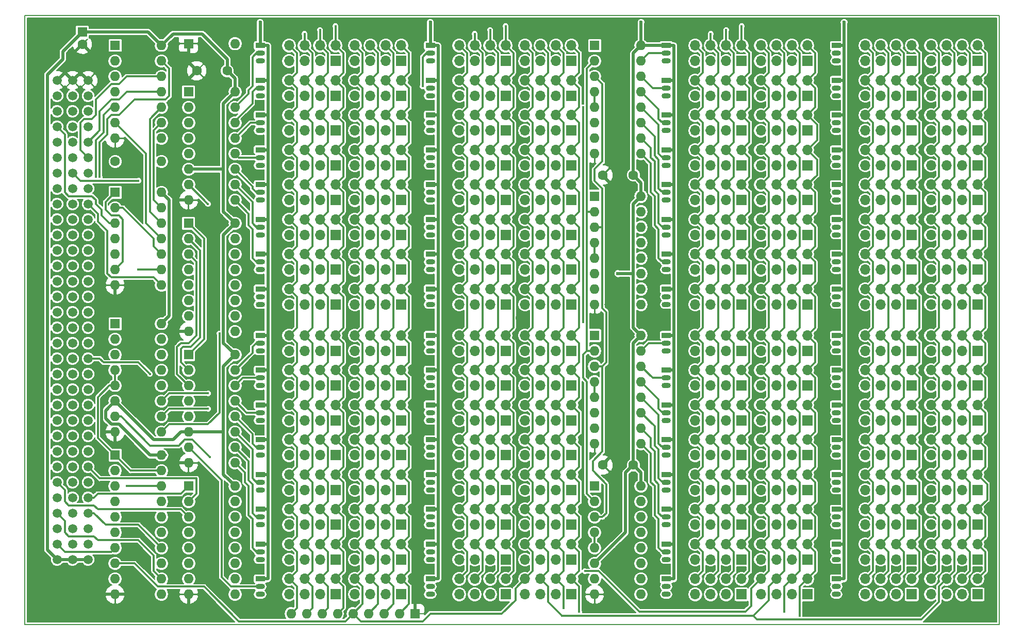
<source format=gbr>
G04 #@! TF.GenerationSoftware,KiCad,Pcbnew,5.0.0*
G04 #@! TF.CreationDate,2018-09-20T13:28:18+02:00*
G04 #@! TF.ProjectId,ledrom,6C6564726F6D2E6B696361645F706362,rev?*
G04 #@! TF.SameCoordinates,PX47c1240PY2faf080*
G04 #@! TF.FileFunction,Copper,L2,Bot,Signal*
G04 #@! TF.FilePolarity,Positive*
%FSLAX46Y46*%
G04 Gerber Fmt 4.6, Leading zero omitted, Abs format (unit mm)*
G04 Created by KiCad (PCBNEW 5.0.0) date Thu Sep 20 13:28:18 2018*
%MOMM*%
%LPD*%
G01*
G04 APERTURE LIST*
G04 #@! TA.AperFunction,NonConductor*
%ADD10C,0.150000*%
G04 #@! TD*
G04 #@! TA.AperFunction,ComponentPad*
%ADD11R,1.500000X0.900000*%
G04 #@! TD*
G04 #@! TA.AperFunction,ComponentPad*
%ADD12O,1.500000X0.900000*%
G04 #@! TD*
G04 #@! TA.AperFunction,ComponentPad*
%ADD13R,1.600000X1.600000*%
G04 #@! TD*
G04 #@! TA.AperFunction,ComponentPad*
%ADD14O,1.600000X1.600000*%
G04 #@! TD*
G04 #@! TA.AperFunction,ComponentPad*
%ADD15C,1.600000*%
G04 #@! TD*
G04 #@! TA.AperFunction,ComponentPad*
%ADD16C,1.501140*%
G04 #@! TD*
G04 #@! TA.AperFunction,ComponentPad*
%ADD17C,5.000000*%
G04 #@! TD*
G04 #@! TA.AperFunction,ComponentPad*
%ADD18R,1.700000X1.700000*%
G04 #@! TD*
G04 #@! TA.AperFunction,ComponentPad*
%ADD19O,1.700000X1.700000*%
G04 #@! TD*
G04 #@! TA.AperFunction,ViaPad*
%ADD20C,0.400000*%
G04 #@! TD*
G04 #@! TA.AperFunction,ViaPad*
%ADD21C,0.600000*%
G04 #@! TD*
G04 #@! TA.AperFunction,Conductor*
%ADD22C,0.300000*%
G04 #@! TD*
G04 #@! TA.AperFunction,Conductor*
%ADD23C,0.500000*%
G04 #@! TD*
G04 #@! TA.AperFunction,Conductor*
%ADD24C,0.200000*%
G04 #@! TD*
G04 APERTURE END LIST*
D10*
X0Y-100000000D02*
X0Y0D01*
X160000000Y-100000000D02*
X0Y-100000000D01*
X160000000Y0D02*
X160000000Y-100000000D01*
X0Y0D02*
X160000000Y0D01*
D11*
G04 #@! TO.P,Q6,1*
G04 #@! TO.N,VCC*
X38637500Y-33490000D03*
D12*
G04 #@! TO.P,Q6,3*
G04 #@! TO.N,Net-(J11-Pad1)*
X38637500Y-36030000D03*
G04 #@! TO.P,Q6,2*
G04 #@! TO.N,Net-(Q6-Pad2)*
X38637500Y-34760000D03*
G04 #@! TD*
D13*
G04 #@! TO.P,U1,1*
G04 #@! TO.N,/A3*
X14825000Y-50635000D03*
D14*
G04 #@! TO.P,U1,9*
G04 #@! TO.N,/8bytes6/~E1*
X22445000Y-68415000D03*
G04 #@! TO.P,U1,2*
G04 #@! TO.N,/A4*
X14825000Y-53175000D03*
G04 #@! TO.P,U1,10*
G04 #@! TO.N,/8bytes5/~E1*
X22445000Y-65875000D03*
G04 #@! TO.P,U1,3*
G04 #@! TO.N,/A5*
X14825000Y-55715000D03*
G04 #@! TO.P,U1,11*
G04 #@! TO.N,/8bytes4/~E1*
X22445000Y-63335000D03*
G04 #@! TO.P,U1,4*
G04 #@! TO.N,/~ROB*
X14825000Y-58255000D03*
G04 #@! TO.P,U1,12*
G04 #@! TO.N,/8bytes3/~E1*
X22445000Y-60795000D03*
G04 #@! TO.P,U1,5*
G04 #@! TO.N,/~ROB*
X14825000Y-60795000D03*
G04 #@! TO.P,U1,13*
G04 #@! TO.N,/8bytes2/~E1*
X22445000Y-58255000D03*
G04 #@! TO.P,U1,6*
G04 #@! TO.N,VCC*
X14825000Y-63335000D03*
G04 #@! TO.P,U1,14*
G04 #@! TO.N,/8bytes1/~E1*
X22445000Y-55715000D03*
G04 #@! TO.P,U1,7*
G04 #@! TO.N,/8bytes7/~E1*
X14825000Y-65875000D03*
G04 #@! TO.P,U1,15*
G04 #@! TO.N,/8bytes0/~E1*
X22445000Y-53175000D03*
G04 #@! TO.P,U1,8*
G04 #@! TO.N,GND*
X14825000Y-68415000D03*
G04 #@! TO.P,U1,16*
G04 #@! TO.N,VCC*
X22445000Y-50635000D03*
G04 #@! TD*
D13*
G04 #@! TO.P,C1,1*
G04 #@! TO.N,VCC*
X9427500Y-2692500D03*
D15*
G04 #@! TO.P,C1,2*
G04 #@! TO.N,GND*
X9427500Y-4692500D03*
G04 #@! TD*
D11*
G04 #@! TO.P,Q14,1*
G04 #@! TO.N,VCC*
X38637500Y-81115000D03*
D12*
G04 #@! TO.P,Q14,3*
G04 #@! TO.N,Net-(J27-Pad1)*
X38637500Y-83655000D03*
G04 #@! TO.P,Q14,2*
G04 #@! TO.N,Net-(Q14-Pad2)*
X38637500Y-82385000D03*
G04 #@! TD*
G04 #@! TO.P,Q11,2*
G04 #@! TO.N,Net-(Q11-Pad2)*
X38637500Y-65240000D03*
G04 #@! TO.P,Q11,3*
G04 #@! TO.N,Net-(J21-Pad1)*
X38637500Y-66510000D03*
D11*
G04 #@! TO.P,Q11,1*
G04 #@! TO.N,VCC*
X38637500Y-63970000D03*
G04 #@! TD*
D16*
G04 #@! TO.P,JB1,A1*
G04 #@! TO.N,VCC*
X5300000Y-89370000D03*
G04 #@! TO.P,JB1,A2*
G04 #@! TO.N,/D5*
X5300000Y-86830000D03*
G04 #@! TO.P,JB1,A4*
G04 #@! TO.N,/D3*
X5300000Y-81750000D03*
G04 #@! TO.P,JB1,A3*
G04 #@! TO.N,/D6*
X5300000Y-84290000D03*
G04 #@! TO.P,JB1,A5*
G04 #@! TO.N,/D4*
X5300000Y-79210000D03*
G04 #@! TO.P,JB1,A6*
G04 #@! TO.N,/A2*
X5300000Y-76670000D03*
G04 #@! TO.P,JB1,A7*
G04 #@! TO.N,/A4*
X5300000Y-74130000D03*
G04 #@! TO.P,JB1,A8*
G04 #@! TO.N,/A5*
X5300000Y-71590000D03*
G04 #@! TO.P,JB1,A9*
G04 #@! TO.N,/A6*
X5300000Y-69050000D03*
G04 #@! TO.P,JB1,A10*
G04 #@! TO.N,Net-(JB1-PadA10)*
X5300000Y-66510000D03*
G04 #@! TO.P,JB1,A11*
G04 #@! TO.N,Net-(JB1-PadA11)*
X5300000Y-63970000D03*
G04 #@! TO.P,JB1,A12*
G04 #@! TO.N,Net-(JB1-PadA12)*
X5300000Y-61430000D03*
G04 #@! TO.P,JB1,A13*
G04 #@! TO.N,Net-(JB1-PadA13)*
X5300000Y-58890000D03*
G04 #@! TO.P,JB1,A14*
G04 #@! TO.N,Net-(JB1-PadA14)*
X5300000Y-56350000D03*
G04 #@! TO.P,JB1,A15*
G04 #@! TO.N,Net-(JB1-PadA15)*
X5300000Y-53810000D03*
G04 #@! TO.P,JB1,A16*
G04 #@! TO.N,Net-(JB1-PadA16)*
X5300000Y-51270000D03*
G04 #@! TO.P,JB1,A17*
G04 #@! TO.N,Net-(JB1-PadA17)*
X5300000Y-48730000D03*
G04 #@! TO.P,JB1,A18*
G04 #@! TO.N,/A14*
X5300000Y-46190000D03*
G04 #@! TO.P,JB1,A19*
G04 #@! TO.N,Net-(JB1-PadA19)*
X5300000Y-43650000D03*
G04 #@! TO.P,JB1,A20*
G04 #@! TO.N,Net-(JB1-PadA20)*
X5300000Y-41110000D03*
G04 #@! TO.P,JB1,A21*
G04 #@! TO.N,Net-(JB1-PadA21)*
X5300000Y-38570000D03*
G04 #@! TO.P,JB1,A22*
G04 #@! TO.N,Net-(JB1-PadA22)*
X5300000Y-36030000D03*
G04 #@! TO.P,JB1,A23*
G04 #@! TO.N,Net-(JB1-PadA23)*
X5300000Y-33490000D03*
G04 #@! TO.P,JB1,A24*
G04 #@! TO.N,Net-(JB1-PadA24)*
X5300000Y-30950000D03*
G04 #@! TO.P,JB1,A25*
G04 #@! TO.N,Net-(JB1-PadA25)*
X5300000Y-28410000D03*
G04 #@! TO.P,JB1,A26*
G04 #@! TO.N,Net-(JB1-PadA26)*
X5300000Y-25870000D03*
G04 #@! TO.P,JB1,A27*
G04 #@! TO.N,Net-(JB1-PadA27)*
X5300000Y-23330000D03*
G04 #@! TO.P,JB1,A28*
G04 #@! TO.N,Net-(JB1-PadA28)*
X5300000Y-20790000D03*
G04 #@! TO.P,JB1,A29*
G04 #@! TO.N,/A13*
X5300000Y-18250000D03*
G04 #@! TO.P,JB1,A30*
G04 #@! TO.N,/A9*
X5300000Y-15710000D03*
G04 #@! TO.P,JB1,A31*
G04 #@! TO.N,Net-(JB1-PadA31)*
X5300000Y-13170000D03*
G04 #@! TO.P,JB1,A32*
G04 #@! TO.N,GND*
X5300000Y-10630000D03*
G04 #@! TO.P,JB1,B32*
X7840000Y-10630000D03*
G04 #@! TO.P,JB1,B31*
G04 #@! TO.N,Net-(JB1-PadB31)*
X7840000Y-13170000D03*
G04 #@! TO.P,JB1,B30*
G04 #@! TO.N,Net-(JB1-PadB30)*
X7840000Y-15710000D03*
G04 #@! TO.P,JB1,B29*
G04 #@! TO.N,Net-(JB1-PadB29)*
X7840000Y-18250000D03*
G04 #@! TO.P,JB1,B28*
G04 #@! TO.N,Net-(JB1-PadB28)*
X7840000Y-20790000D03*
G04 #@! TO.P,JB1,B27*
G04 #@! TO.N,Net-(JB1-PadB27)*
X7840000Y-23330000D03*
G04 #@! TO.P,JB1,B26*
G04 #@! TO.N,/~ROB*
X7840000Y-25870000D03*
G04 #@! TO.P,JB1,B25*
G04 #@! TO.N,Net-(JB1-PadB25)*
X7840000Y-28410000D03*
G04 #@! TO.P,JB1,B24*
G04 #@! TO.N,Net-(JB1-PadB24)*
X7840000Y-30950000D03*
G04 #@! TO.P,JB1,B23*
G04 #@! TO.N,Net-(JB1-PadB23)*
X7840000Y-33490000D03*
G04 #@! TO.P,JB1,B22*
G04 #@! TO.N,Net-(JB1-PadB22)*
X7840000Y-36030000D03*
G04 #@! TO.P,JB1,B21*
G04 #@! TO.N,Net-(JB1-PadB21)*
X7840000Y-38570000D03*
G04 #@! TO.P,JB1,B20*
G04 #@! TO.N,Net-(JB1-PadB20)*
X7840000Y-41110000D03*
G04 #@! TO.P,JB1,B19*
G04 #@! TO.N,Net-(JB1-PadB19)*
X7840000Y-43650000D03*
G04 #@! TO.P,JB1,B18*
G04 #@! TO.N,Net-(JB1-PadB18)*
X7840000Y-46190000D03*
G04 #@! TO.P,JB1,B17*
G04 #@! TO.N,Net-(JB1-PadB17)*
X7840000Y-48730000D03*
G04 #@! TO.P,JB1,B16*
G04 #@! TO.N,Net-(JB1-PadB16)*
X7840000Y-51270000D03*
G04 #@! TO.P,JB1,B15*
G04 #@! TO.N,Net-(JB1-PadB15)*
X7840000Y-53810000D03*
G04 #@! TO.P,JB1,B14*
G04 #@! TO.N,Net-(JB1-PadB14)*
X7840000Y-56350000D03*
G04 #@! TO.P,JB1,B13*
G04 #@! TO.N,Net-(JB1-PadB13)*
X7840000Y-58890000D03*
G04 #@! TO.P,JB1,B12*
G04 #@! TO.N,Net-(JB1-PadB12)*
X7840000Y-61430000D03*
G04 #@! TO.P,JB1,B11*
G04 #@! TO.N,Net-(JB1-PadB11)*
X7840000Y-63970000D03*
G04 #@! TO.P,JB1,B10*
G04 #@! TO.N,Net-(JB1-PadB10)*
X7840000Y-66510000D03*
G04 #@! TO.P,JB1,B9*
G04 #@! TO.N,Net-(JB1-PadB9)*
X7840000Y-69050000D03*
G04 #@! TO.P,JB1,B8*
G04 #@! TO.N,Net-(JB1-PadB8)*
X7840000Y-71590000D03*
G04 #@! TO.P,JB1,B7*
G04 #@! TO.N,Net-(JB1-PadB7)*
X7840000Y-74130000D03*
G04 #@! TO.P,JB1,B6*
G04 #@! TO.N,Net-(JB1-PadB6)*
X7840000Y-76670000D03*
G04 #@! TO.P,JB1,B5*
G04 #@! TO.N,Net-(JB1-PadB5)*
X7840000Y-79210000D03*
G04 #@! TO.P,JB1,B3*
G04 #@! TO.N,Net-(JB1-PadB3)*
X7840000Y-84290000D03*
G04 #@! TO.P,JB1,B4*
G04 #@! TO.N,Net-(JB1-PadB4)*
X7840000Y-81750000D03*
G04 #@! TO.P,JB1,B2*
G04 #@! TO.N,Net-(JB1-PadB2)*
X7840000Y-86830000D03*
G04 #@! TO.P,JB1,B1*
G04 #@! TO.N,VCC*
X7840000Y-89370000D03*
G04 #@! TO.P,JB1,C1*
X10380000Y-89370000D03*
G04 #@! TO.P,JB1,C2*
G04 #@! TO.N,/D0*
X10380000Y-86830000D03*
G04 #@! TO.P,JB1,C4*
G04 #@! TO.N,/D2*
X10380000Y-81750000D03*
G04 #@! TO.P,JB1,C3*
G04 #@! TO.N,/D7*
X10380000Y-84290000D03*
G04 #@! TO.P,JB1,C5*
G04 #@! TO.N,/A0*
X10380000Y-79210000D03*
G04 #@! TO.P,JB1,C6*
G04 #@! TO.N,/A3*
X10380000Y-76670000D03*
G04 #@! TO.P,JB1,C7*
G04 #@! TO.N,/A1*
X10380000Y-74130000D03*
G04 #@! TO.P,JB1,C8*
G04 #@! TO.N,/A8*
X10380000Y-71590000D03*
G04 #@! TO.P,JB1,C9*
G04 #@! TO.N,/A7*
X10380000Y-69050000D03*
G04 #@! TO.P,JB1,C10*
G04 #@! TO.N,Net-(JB1-PadC10)*
X10380000Y-66510000D03*
G04 #@! TO.P,JB1,C11*
G04 #@! TO.N,Net-(JB1-PadC11)*
X10380000Y-63970000D03*
G04 #@! TO.P,JB1,C12*
G04 #@! TO.N,Net-(JB1-PadC12)*
X10380000Y-61430000D03*
G04 #@! TO.P,JB1,C13*
G04 #@! TO.N,Net-(JB1-PadC13)*
X10380000Y-58890000D03*
G04 #@! TO.P,JB1,C14*
G04 #@! TO.N,/D1*
X10380000Y-56350000D03*
G04 #@! TO.P,JB1,C15*
G04 #@! TO.N,Net-(JB1-PadC15)*
X10380000Y-53810000D03*
G04 #@! TO.P,JB1,C16*
G04 #@! TO.N,Net-(JB1-PadC16)*
X10380000Y-51270000D03*
G04 #@! TO.P,JB1,C17*
G04 #@! TO.N,/A11*
X10380000Y-48730000D03*
G04 #@! TO.P,JB1,C18*
G04 #@! TO.N,/A10*
X10380000Y-46190000D03*
G04 #@! TO.P,JB1,C19*
G04 #@! TO.N,Net-(JB1-PadC19)*
X10380000Y-43650000D03*
G04 #@! TO.P,JB1,C20*
G04 #@! TO.N,Net-(JB1-PadC20)*
X10380000Y-41110000D03*
G04 #@! TO.P,JB1,C21*
G04 #@! TO.N,Net-(JB1-PadC21)*
X10380000Y-38570000D03*
G04 #@! TO.P,JB1,C22*
G04 #@! TO.N,Net-(JB1-PadC22)*
X10380000Y-36030000D03*
G04 #@! TO.P,JB1,C23*
G04 #@! TO.N,Net-(JB1-PadC23)*
X10380000Y-33490000D03*
G04 #@! TO.P,JB1,C24*
G04 #@! TO.N,/~RD*
X10380000Y-30950000D03*
G04 #@! TO.P,JB1,C25*
G04 #@! TO.N,Net-(JB1-PadC25)*
X10380000Y-28410000D03*
G04 #@! TO.P,JB1,C26*
G04 #@! TO.N,Net-(JB1-PadC26)*
X10380000Y-25870000D03*
G04 #@! TO.P,JB1,C27*
G04 #@! TO.N,/A12*
X10380000Y-23330000D03*
G04 #@! TO.P,JB1,C28*
G04 #@! TO.N,/A15*
X10380000Y-20790000D03*
G04 #@! TO.P,JB1,C29*
G04 #@! TO.N,Net-(JB1-PadC29)*
X10380000Y-18250000D03*
G04 #@! TO.P,JB1,C30*
G04 #@! TO.N,/~MREQ*
X10380000Y-15710000D03*
G04 #@! TO.P,JB1,C31*
G04 #@! TO.N,Net-(JB1-PadC31)*
X10380000Y-13170000D03*
G04 #@! TO.P,JB1,C32*
G04 #@! TO.N,GND*
X10380000Y-10630000D03*
D17*
G04 #@! TO.P,JB1,A32*
X2760000Y-5550000D03*
X2760000Y-94450000D03*
G04 #@! TD*
D18*
G04 #@! TO.P,J81,1*
G04 #@! TO.N,Net-(J81-Pad1)*
X128490000Y-55080000D03*
D19*
G04 #@! TO.P,J81,2*
G04 #@! TO.N,/8bytes0/D0*
X128490000Y-52540000D03*
G04 #@! TO.P,J81,3*
G04 #@! TO.N,Net-(J81-Pad1)*
X125950000Y-55080000D03*
G04 #@! TO.P,J81,4*
G04 #@! TO.N,/8bytes0/D1*
X125950000Y-52540000D03*
G04 #@! TO.P,J81,5*
G04 #@! TO.N,Net-(J81-Pad1)*
X123410000Y-55080000D03*
G04 #@! TO.P,J81,6*
G04 #@! TO.N,/8bytes0/D2*
X123410000Y-52540000D03*
G04 #@! TO.P,J81,7*
G04 #@! TO.N,Net-(J81-Pad1)*
X120870000Y-55080000D03*
G04 #@! TO.P,J81,8*
G04 #@! TO.N,/8bytes0/D3*
X120870000Y-52540000D03*
G04 #@! TD*
D13*
G04 #@! TO.P,JP1,1*
G04 #@! TO.N,GND*
X26890000Y-4597500D03*
D14*
G04 #@! TO.P,JP1,2*
G04 #@! TO.N,/AddrDecode/~ON*
X34510000Y-4597500D03*
G04 #@! TD*
D18*
G04 #@! TO.P,J1,1*
G04 #@! TO.N,Net-(J1-Pad1)*
X61815000Y-7455000D03*
D19*
G04 #@! TO.P,J1,2*
G04 #@! TO.N,/8bytes0/D0*
X61815000Y-4915000D03*
G04 #@! TO.P,J1,3*
G04 #@! TO.N,Net-(J1-Pad1)*
X59275000Y-7455000D03*
G04 #@! TO.P,J1,4*
G04 #@! TO.N,/8bytes0/D1*
X59275000Y-4915000D03*
G04 #@! TO.P,J1,5*
G04 #@! TO.N,Net-(J1-Pad1)*
X56735000Y-7455000D03*
G04 #@! TO.P,J1,6*
G04 #@! TO.N,/8bytes0/D2*
X56735000Y-4915000D03*
G04 #@! TO.P,J1,7*
G04 #@! TO.N,Net-(J1-Pad1)*
X54195000Y-7455000D03*
G04 #@! TO.P,J1,8*
G04 #@! TO.N,/8bytes0/D3*
X54195000Y-4915000D03*
G04 #@! TD*
D18*
G04 #@! TO.P,J2,1*
G04 #@! TO.N,Net-(J1-Pad1)*
X51020000Y-7455000D03*
D19*
G04 #@! TO.P,J2,2*
G04 #@! TO.N,/8bytes0/D4*
X51020000Y-4915000D03*
G04 #@! TO.P,J2,3*
G04 #@! TO.N,Net-(J1-Pad1)*
X48480000Y-7455000D03*
G04 #@! TO.P,J2,4*
G04 #@! TO.N,/8bytes0/D5*
X48480000Y-4915000D03*
G04 #@! TO.P,J2,5*
G04 #@! TO.N,Net-(J1-Pad1)*
X45940000Y-7455000D03*
G04 #@! TO.P,J2,6*
G04 #@! TO.N,/8bytes0/D6*
X45940000Y-4915000D03*
G04 #@! TO.P,J2,7*
G04 #@! TO.N,Net-(J1-Pad1)*
X43400000Y-7455000D03*
G04 #@! TO.P,J2,8*
G04 #@! TO.N,/8bytes0/D7*
X43400000Y-4915000D03*
G04 #@! TD*
D18*
G04 #@! TO.P,J3,1*
G04 #@! TO.N,Net-(J3-Pad1)*
X61815000Y-13170000D03*
D19*
G04 #@! TO.P,J3,2*
G04 #@! TO.N,/8bytes0/D0*
X61815000Y-10630000D03*
G04 #@! TO.P,J3,3*
G04 #@! TO.N,Net-(J3-Pad1)*
X59275000Y-13170000D03*
G04 #@! TO.P,J3,4*
G04 #@! TO.N,/8bytes0/D1*
X59275000Y-10630000D03*
G04 #@! TO.P,J3,5*
G04 #@! TO.N,Net-(J3-Pad1)*
X56735000Y-13170000D03*
G04 #@! TO.P,J3,6*
G04 #@! TO.N,/8bytes0/D2*
X56735000Y-10630000D03*
G04 #@! TO.P,J3,7*
G04 #@! TO.N,Net-(J3-Pad1)*
X54195000Y-13170000D03*
G04 #@! TO.P,J3,8*
G04 #@! TO.N,/8bytes0/D3*
X54195000Y-10630000D03*
G04 #@! TD*
D18*
G04 #@! TO.P,J4,1*
G04 #@! TO.N,Net-(J3-Pad1)*
X51020000Y-13170000D03*
D19*
G04 #@! TO.P,J4,2*
G04 #@! TO.N,/8bytes0/D4*
X51020000Y-10630000D03*
G04 #@! TO.P,J4,3*
G04 #@! TO.N,Net-(J3-Pad1)*
X48480000Y-13170000D03*
G04 #@! TO.P,J4,4*
G04 #@! TO.N,/8bytes0/D5*
X48480000Y-10630000D03*
G04 #@! TO.P,J4,5*
G04 #@! TO.N,Net-(J3-Pad1)*
X45940000Y-13170000D03*
G04 #@! TO.P,J4,6*
G04 #@! TO.N,/8bytes0/D6*
X45940000Y-10630000D03*
G04 #@! TO.P,J4,7*
G04 #@! TO.N,Net-(J3-Pad1)*
X43400000Y-13170000D03*
G04 #@! TO.P,J4,8*
G04 #@! TO.N,/8bytes0/D7*
X43400000Y-10630000D03*
G04 #@! TD*
D18*
G04 #@! TO.P,J5,1*
G04 #@! TO.N,Net-(J5-Pad1)*
X61815000Y-18885000D03*
D19*
G04 #@! TO.P,J5,2*
G04 #@! TO.N,/8bytes0/D0*
X61815000Y-16345000D03*
G04 #@! TO.P,J5,3*
G04 #@! TO.N,Net-(J5-Pad1)*
X59275000Y-18885000D03*
G04 #@! TO.P,J5,4*
G04 #@! TO.N,/8bytes0/D1*
X59275000Y-16345000D03*
G04 #@! TO.P,J5,5*
G04 #@! TO.N,Net-(J5-Pad1)*
X56735000Y-18885000D03*
G04 #@! TO.P,J5,6*
G04 #@! TO.N,/8bytes0/D2*
X56735000Y-16345000D03*
G04 #@! TO.P,J5,7*
G04 #@! TO.N,Net-(J5-Pad1)*
X54195000Y-18885000D03*
G04 #@! TO.P,J5,8*
G04 #@! TO.N,/8bytes0/D3*
X54195000Y-16345000D03*
G04 #@! TD*
D18*
G04 #@! TO.P,J6,1*
G04 #@! TO.N,Net-(J5-Pad1)*
X51020000Y-18885000D03*
D19*
G04 #@! TO.P,J6,2*
G04 #@! TO.N,/8bytes0/D4*
X51020000Y-16345000D03*
G04 #@! TO.P,J6,3*
G04 #@! TO.N,Net-(J5-Pad1)*
X48480000Y-18885000D03*
G04 #@! TO.P,J6,4*
G04 #@! TO.N,/8bytes0/D5*
X48480000Y-16345000D03*
G04 #@! TO.P,J6,5*
G04 #@! TO.N,Net-(J5-Pad1)*
X45940000Y-18885000D03*
G04 #@! TO.P,J6,6*
G04 #@! TO.N,/8bytes0/D6*
X45940000Y-16345000D03*
G04 #@! TO.P,J6,7*
G04 #@! TO.N,Net-(J5-Pad1)*
X43400000Y-18885000D03*
G04 #@! TO.P,J6,8*
G04 #@! TO.N,/8bytes0/D7*
X43400000Y-16345000D03*
G04 #@! TD*
D18*
G04 #@! TO.P,J7,1*
G04 #@! TO.N,Net-(J7-Pad1)*
X61815000Y-24600000D03*
D19*
G04 #@! TO.P,J7,2*
G04 #@! TO.N,/8bytes0/D0*
X61815000Y-22060000D03*
G04 #@! TO.P,J7,3*
G04 #@! TO.N,Net-(J7-Pad1)*
X59275000Y-24600000D03*
G04 #@! TO.P,J7,4*
G04 #@! TO.N,/8bytes0/D1*
X59275000Y-22060000D03*
G04 #@! TO.P,J7,5*
G04 #@! TO.N,Net-(J7-Pad1)*
X56735000Y-24600000D03*
G04 #@! TO.P,J7,6*
G04 #@! TO.N,/8bytes0/D2*
X56735000Y-22060000D03*
G04 #@! TO.P,J7,7*
G04 #@! TO.N,Net-(J7-Pad1)*
X54195000Y-24600000D03*
G04 #@! TO.P,J7,8*
G04 #@! TO.N,/8bytes0/D3*
X54195000Y-22060000D03*
G04 #@! TD*
D18*
G04 #@! TO.P,J8,1*
G04 #@! TO.N,Net-(J7-Pad1)*
X51020000Y-24600000D03*
D19*
G04 #@! TO.P,J8,2*
G04 #@! TO.N,/8bytes0/D4*
X51020000Y-22060000D03*
G04 #@! TO.P,J8,3*
G04 #@! TO.N,Net-(J7-Pad1)*
X48480000Y-24600000D03*
G04 #@! TO.P,J8,4*
G04 #@! TO.N,/8bytes0/D5*
X48480000Y-22060000D03*
G04 #@! TO.P,J8,5*
G04 #@! TO.N,Net-(J7-Pad1)*
X45940000Y-24600000D03*
G04 #@! TO.P,J8,6*
G04 #@! TO.N,/8bytes0/D6*
X45940000Y-22060000D03*
G04 #@! TO.P,J8,7*
G04 #@! TO.N,Net-(J7-Pad1)*
X43400000Y-24600000D03*
G04 #@! TO.P,J8,8*
G04 #@! TO.N,/8bytes0/D7*
X43400000Y-22060000D03*
G04 #@! TD*
D18*
G04 #@! TO.P,J9,1*
G04 #@! TO.N,Net-(J10-Pad1)*
X61815000Y-30315000D03*
D19*
G04 #@! TO.P,J9,2*
G04 #@! TO.N,/8bytes0/D0*
X61815000Y-27775000D03*
G04 #@! TO.P,J9,3*
G04 #@! TO.N,Net-(J10-Pad1)*
X59275000Y-30315000D03*
G04 #@! TO.P,J9,4*
G04 #@! TO.N,/8bytes0/D1*
X59275000Y-27775000D03*
G04 #@! TO.P,J9,5*
G04 #@! TO.N,Net-(J10-Pad1)*
X56735000Y-30315000D03*
G04 #@! TO.P,J9,6*
G04 #@! TO.N,/8bytes0/D2*
X56735000Y-27775000D03*
G04 #@! TO.P,J9,7*
G04 #@! TO.N,Net-(J10-Pad1)*
X54195000Y-30315000D03*
G04 #@! TO.P,J9,8*
G04 #@! TO.N,/8bytes0/D3*
X54195000Y-27775000D03*
G04 #@! TD*
D18*
G04 #@! TO.P,J10,1*
G04 #@! TO.N,Net-(J10-Pad1)*
X51020000Y-30315000D03*
D19*
G04 #@! TO.P,J10,2*
G04 #@! TO.N,/8bytes0/D4*
X51020000Y-27775000D03*
G04 #@! TO.P,J10,3*
G04 #@! TO.N,Net-(J10-Pad1)*
X48480000Y-30315000D03*
G04 #@! TO.P,J10,4*
G04 #@! TO.N,/8bytes0/D5*
X48480000Y-27775000D03*
G04 #@! TO.P,J10,5*
G04 #@! TO.N,Net-(J10-Pad1)*
X45940000Y-30315000D03*
G04 #@! TO.P,J10,6*
G04 #@! TO.N,/8bytes0/D6*
X45940000Y-27775000D03*
G04 #@! TO.P,J10,7*
G04 #@! TO.N,Net-(J10-Pad1)*
X43400000Y-30315000D03*
G04 #@! TO.P,J10,8*
G04 #@! TO.N,/8bytes0/D7*
X43400000Y-27775000D03*
G04 #@! TD*
D18*
G04 #@! TO.P,J11,1*
G04 #@! TO.N,Net-(J11-Pad1)*
X61815000Y-36030000D03*
D19*
G04 #@! TO.P,J11,2*
G04 #@! TO.N,/8bytes0/D0*
X61815000Y-33490000D03*
G04 #@! TO.P,J11,3*
G04 #@! TO.N,Net-(J11-Pad1)*
X59275000Y-36030000D03*
G04 #@! TO.P,J11,4*
G04 #@! TO.N,/8bytes0/D1*
X59275000Y-33490000D03*
G04 #@! TO.P,J11,5*
G04 #@! TO.N,Net-(J11-Pad1)*
X56735000Y-36030000D03*
G04 #@! TO.P,J11,6*
G04 #@! TO.N,/8bytes0/D2*
X56735000Y-33490000D03*
G04 #@! TO.P,J11,7*
G04 #@! TO.N,Net-(J11-Pad1)*
X54195000Y-36030000D03*
G04 #@! TO.P,J11,8*
G04 #@! TO.N,/8bytes0/D3*
X54195000Y-33490000D03*
G04 #@! TD*
D18*
G04 #@! TO.P,J12,1*
G04 #@! TO.N,Net-(J11-Pad1)*
X51020000Y-36030000D03*
D19*
G04 #@! TO.P,J12,2*
G04 #@! TO.N,/8bytes0/D4*
X51020000Y-33490000D03*
G04 #@! TO.P,J12,3*
G04 #@! TO.N,Net-(J11-Pad1)*
X48480000Y-36030000D03*
G04 #@! TO.P,J12,4*
G04 #@! TO.N,/8bytes0/D5*
X48480000Y-33490000D03*
G04 #@! TO.P,J12,5*
G04 #@! TO.N,Net-(J11-Pad1)*
X45940000Y-36030000D03*
G04 #@! TO.P,J12,6*
G04 #@! TO.N,/8bytes0/D6*
X45940000Y-33490000D03*
G04 #@! TO.P,J12,7*
G04 #@! TO.N,Net-(J11-Pad1)*
X43400000Y-36030000D03*
G04 #@! TO.P,J12,8*
G04 #@! TO.N,/8bytes0/D7*
X43400000Y-33490000D03*
G04 #@! TD*
D18*
G04 #@! TO.P,J13,1*
G04 #@! TO.N,Net-(J13-Pad1)*
X61815000Y-41745000D03*
D19*
G04 #@! TO.P,J13,2*
G04 #@! TO.N,/8bytes0/D0*
X61815000Y-39205000D03*
G04 #@! TO.P,J13,3*
G04 #@! TO.N,Net-(J13-Pad1)*
X59275000Y-41745000D03*
G04 #@! TO.P,J13,4*
G04 #@! TO.N,/8bytes0/D1*
X59275000Y-39205000D03*
G04 #@! TO.P,J13,5*
G04 #@! TO.N,Net-(J13-Pad1)*
X56735000Y-41745000D03*
G04 #@! TO.P,J13,6*
G04 #@! TO.N,/8bytes0/D2*
X56735000Y-39205000D03*
G04 #@! TO.P,J13,7*
G04 #@! TO.N,Net-(J13-Pad1)*
X54195000Y-41745000D03*
G04 #@! TO.P,J13,8*
G04 #@! TO.N,/8bytes0/D3*
X54195000Y-39205000D03*
G04 #@! TD*
D18*
G04 #@! TO.P,J14,1*
G04 #@! TO.N,Net-(J13-Pad1)*
X51020000Y-41745000D03*
D19*
G04 #@! TO.P,J14,2*
G04 #@! TO.N,/8bytes0/D4*
X51020000Y-39205000D03*
G04 #@! TO.P,J14,3*
G04 #@! TO.N,Net-(J13-Pad1)*
X48480000Y-41745000D03*
G04 #@! TO.P,J14,4*
G04 #@! TO.N,/8bytes0/D5*
X48480000Y-39205000D03*
G04 #@! TO.P,J14,5*
G04 #@! TO.N,Net-(J13-Pad1)*
X45940000Y-41745000D03*
G04 #@! TO.P,J14,6*
G04 #@! TO.N,/8bytes0/D6*
X45940000Y-39205000D03*
G04 #@! TO.P,J14,7*
G04 #@! TO.N,Net-(J13-Pad1)*
X43400000Y-41745000D03*
G04 #@! TO.P,J14,8*
G04 #@! TO.N,/8bytes0/D7*
X43400000Y-39205000D03*
G04 #@! TD*
D18*
G04 #@! TO.P,J15,1*
G04 #@! TO.N,Net-(J15-Pad1)*
X61815000Y-47460000D03*
D19*
G04 #@! TO.P,J15,2*
G04 #@! TO.N,/8bytes0/D0*
X61815000Y-44920000D03*
G04 #@! TO.P,J15,3*
G04 #@! TO.N,Net-(J15-Pad1)*
X59275000Y-47460000D03*
G04 #@! TO.P,J15,4*
G04 #@! TO.N,/8bytes0/D1*
X59275000Y-44920000D03*
G04 #@! TO.P,J15,5*
G04 #@! TO.N,Net-(J15-Pad1)*
X56735000Y-47460000D03*
G04 #@! TO.P,J15,6*
G04 #@! TO.N,/8bytes0/D2*
X56735000Y-44920000D03*
G04 #@! TO.P,J15,7*
G04 #@! TO.N,Net-(J15-Pad1)*
X54195000Y-47460000D03*
G04 #@! TO.P,J15,8*
G04 #@! TO.N,/8bytes0/D3*
X54195000Y-44920000D03*
G04 #@! TD*
D18*
G04 #@! TO.P,J16,1*
G04 #@! TO.N,Net-(J15-Pad1)*
X51020000Y-47460000D03*
D19*
G04 #@! TO.P,J16,2*
G04 #@! TO.N,/8bytes0/D4*
X51020000Y-44920000D03*
G04 #@! TO.P,J16,3*
G04 #@! TO.N,Net-(J15-Pad1)*
X48480000Y-47460000D03*
G04 #@! TO.P,J16,4*
G04 #@! TO.N,/8bytes0/D5*
X48480000Y-44920000D03*
G04 #@! TO.P,J16,5*
G04 #@! TO.N,Net-(J15-Pad1)*
X45940000Y-47460000D03*
G04 #@! TO.P,J16,6*
G04 #@! TO.N,/8bytes0/D6*
X45940000Y-44920000D03*
G04 #@! TO.P,J16,7*
G04 #@! TO.N,Net-(J15-Pad1)*
X43400000Y-47460000D03*
G04 #@! TO.P,J16,8*
G04 #@! TO.N,/8bytes0/D7*
X43400000Y-44920000D03*
G04 #@! TD*
D18*
G04 #@! TO.P,J17,1*
G04 #@! TO.N,Net-(J17-Pad1)*
X61815000Y-55080000D03*
D19*
G04 #@! TO.P,J17,2*
G04 #@! TO.N,/8bytes0/D0*
X61815000Y-52540000D03*
G04 #@! TO.P,J17,3*
G04 #@! TO.N,Net-(J17-Pad1)*
X59275000Y-55080000D03*
G04 #@! TO.P,J17,4*
G04 #@! TO.N,/8bytes0/D1*
X59275000Y-52540000D03*
G04 #@! TO.P,J17,5*
G04 #@! TO.N,Net-(J17-Pad1)*
X56735000Y-55080000D03*
G04 #@! TO.P,J17,6*
G04 #@! TO.N,/8bytes0/D2*
X56735000Y-52540000D03*
G04 #@! TO.P,J17,7*
G04 #@! TO.N,Net-(J17-Pad1)*
X54195000Y-55080000D03*
G04 #@! TO.P,J17,8*
G04 #@! TO.N,/8bytes0/D3*
X54195000Y-52540000D03*
G04 #@! TD*
D18*
G04 #@! TO.P,J18,1*
G04 #@! TO.N,Net-(J17-Pad1)*
X51020000Y-55080000D03*
D19*
G04 #@! TO.P,J18,2*
G04 #@! TO.N,/8bytes0/D4*
X51020000Y-52540000D03*
G04 #@! TO.P,J18,3*
G04 #@! TO.N,Net-(J17-Pad1)*
X48480000Y-55080000D03*
G04 #@! TO.P,J18,4*
G04 #@! TO.N,/8bytes0/D5*
X48480000Y-52540000D03*
G04 #@! TO.P,J18,5*
G04 #@! TO.N,Net-(J17-Pad1)*
X45940000Y-55080000D03*
G04 #@! TO.P,J18,6*
G04 #@! TO.N,/8bytes0/D6*
X45940000Y-52540000D03*
G04 #@! TO.P,J18,7*
G04 #@! TO.N,Net-(J17-Pad1)*
X43400000Y-55080000D03*
G04 #@! TO.P,J18,8*
G04 #@! TO.N,/8bytes0/D7*
X43400000Y-52540000D03*
G04 #@! TD*
D18*
G04 #@! TO.P,J19,1*
G04 #@! TO.N,Net-(J19-Pad1)*
X61815000Y-60795000D03*
D19*
G04 #@! TO.P,J19,2*
G04 #@! TO.N,/8bytes0/D0*
X61815000Y-58255000D03*
G04 #@! TO.P,J19,3*
G04 #@! TO.N,Net-(J19-Pad1)*
X59275000Y-60795000D03*
G04 #@! TO.P,J19,4*
G04 #@! TO.N,/8bytes0/D1*
X59275000Y-58255000D03*
G04 #@! TO.P,J19,5*
G04 #@! TO.N,Net-(J19-Pad1)*
X56735000Y-60795000D03*
G04 #@! TO.P,J19,6*
G04 #@! TO.N,/8bytes0/D2*
X56735000Y-58255000D03*
G04 #@! TO.P,J19,7*
G04 #@! TO.N,Net-(J19-Pad1)*
X54195000Y-60795000D03*
G04 #@! TO.P,J19,8*
G04 #@! TO.N,/8bytes0/D3*
X54195000Y-58255000D03*
G04 #@! TD*
D18*
G04 #@! TO.P,J20,1*
G04 #@! TO.N,Net-(J19-Pad1)*
X51020000Y-60795000D03*
D19*
G04 #@! TO.P,J20,2*
G04 #@! TO.N,/8bytes0/D4*
X51020000Y-58255000D03*
G04 #@! TO.P,J20,3*
G04 #@! TO.N,Net-(J19-Pad1)*
X48480000Y-60795000D03*
G04 #@! TO.P,J20,4*
G04 #@! TO.N,/8bytes0/D5*
X48480000Y-58255000D03*
G04 #@! TO.P,J20,5*
G04 #@! TO.N,Net-(J19-Pad1)*
X45940000Y-60795000D03*
G04 #@! TO.P,J20,6*
G04 #@! TO.N,/8bytes0/D6*
X45940000Y-58255000D03*
G04 #@! TO.P,J20,7*
G04 #@! TO.N,Net-(J19-Pad1)*
X43400000Y-60795000D03*
G04 #@! TO.P,J20,8*
G04 #@! TO.N,/8bytes0/D7*
X43400000Y-58255000D03*
G04 #@! TD*
D18*
G04 #@! TO.P,J21,1*
G04 #@! TO.N,Net-(J21-Pad1)*
X61815000Y-66510000D03*
D19*
G04 #@! TO.P,J21,2*
G04 #@! TO.N,/8bytes0/D0*
X61815000Y-63970000D03*
G04 #@! TO.P,J21,3*
G04 #@! TO.N,Net-(J21-Pad1)*
X59275000Y-66510000D03*
G04 #@! TO.P,J21,4*
G04 #@! TO.N,/8bytes0/D1*
X59275000Y-63970000D03*
G04 #@! TO.P,J21,5*
G04 #@! TO.N,Net-(J21-Pad1)*
X56735000Y-66510000D03*
G04 #@! TO.P,J21,6*
G04 #@! TO.N,/8bytes0/D2*
X56735000Y-63970000D03*
G04 #@! TO.P,J21,7*
G04 #@! TO.N,Net-(J21-Pad1)*
X54195000Y-66510000D03*
G04 #@! TO.P,J21,8*
G04 #@! TO.N,/8bytes0/D3*
X54195000Y-63970000D03*
G04 #@! TD*
D18*
G04 #@! TO.P,J22,1*
G04 #@! TO.N,Net-(J21-Pad1)*
X51020000Y-66510000D03*
D19*
G04 #@! TO.P,J22,2*
G04 #@! TO.N,/8bytes0/D4*
X51020000Y-63970000D03*
G04 #@! TO.P,J22,3*
G04 #@! TO.N,Net-(J21-Pad1)*
X48480000Y-66510000D03*
G04 #@! TO.P,J22,4*
G04 #@! TO.N,/8bytes0/D5*
X48480000Y-63970000D03*
G04 #@! TO.P,J22,5*
G04 #@! TO.N,Net-(J21-Pad1)*
X45940000Y-66510000D03*
G04 #@! TO.P,J22,6*
G04 #@! TO.N,/8bytes0/D6*
X45940000Y-63970000D03*
G04 #@! TO.P,J22,7*
G04 #@! TO.N,Net-(J21-Pad1)*
X43400000Y-66510000D03*
G04 #@! TO.P,J22,8*
G04 #@! TO.N,/8bytes0/D7*
X43400000Y-63970000D03*
G04 #@! TD*
D18*
G04 #@! TO.P,J23,1*
G04 #@! TO.N,Net-(J23-Pad1)*
X61815000Y-72225000D03*
D19*
G04 #@! TO.P,J23,2*
G04 #@! TO.N,/8bytes0/D0*
X61815000Y-69685000D03*
G04 #@! TO.P,J23,3*
G04 #@! TO.N,Net-(J23-Pad1)*
X59275000Y-72225000D03*
G04 #@! TO.P,J23,4*
G04 #@! TO.N,/8bytes0/D1*
X59275000Y-69685000D03*
G04 #@! TO.P,J23,5*
G04 #@! TO.N,Net-(J23-Pad1)*
X56735000Y-72225000D03*
G04 #@! TO.P,J23,6*
G04 #@! TO.N,/8bytes0/D2*
X56735000Y-69685000D03*
G04 #@! TO.P,J23,7*
G04 #@! TO.N,Net-(J23-Pad1)*
X54195000Y-72225000D03*
G04 #@! TO.P,J23,8*
G04 #@! TO.N,/8bytes0/D3*
X54195000Y-69685000D03*
G04 #@! TD*
D18*
G04 #@! TO.P,J24,1*
G04 #@! TO.N,Net-(J23-Pad1)*
X51020000Y-72225000D03*
D19*
G04 #@! TO.P,J24,2*
G04 #@! TO.N,/8bytes0/D4*
X51020000Y-69685000D03*
G04 #@! TO.P,J24,3*
G04 #@! TO.N,Net-(J23-Pad1)*
X48480000Y-72225000D03*
G04 #@! TO.P,J24,4*
G04 #@! TO.N,/8bytes0/D5*
X48480000Y-69685000D03*
G04 #@! TO.P,J24,5*
G04 #@! TO.N,Net-(J23-Pad1)*
X45940000Y-72225000D03*
G04 #@! TO.P,J24,6*
G04 #@! TO.N,/8bytes0/D6*
X45940000Y-69685000D03*
G04 #@! TO.P,J24,7*
G04 #@! TO.N,Net-(J23-Pad1)*
X43400000Y-72225000D03*
G04 #@! TO.P,J24,8*
G04 #@! TO.N,/8bytes0/D7*
X43400000Y-69685000D03*
G04 #@! TD*
D18*
G04 #@! TO.P,J25,1*
G04 #@! TO.N,Net-(J25-Pad1)*
X61815000Y-77940000D03*
D19*
G04 #@! TO.P,J25,2*
G04 #@! TO.N,/8bytes0/D0*
X61815000Y-75400000D03*
G04 #@! TO.P,J25,3*
G04 #@! TO.N,Net-(J25-Pad1)*
X59275000Y-77940000D03*
G04 #@! TO.P,J25,4*
G04 #@! TO.N,/8bytes0/D1*
X59275000Y-75400000D03*
G04 #@! TO.P,J25,5*
G04 #@! TO.N,Net-(J25-Pad1)*
X56735000Y-77940000D03*
G04 #@! TO.P,J25,6*
G04 #@! TO.N,/8bytes0/D2*
X56735000Y-75400000D03*
G04 #@! TO.P,J25,7*
G04 #@! TO.N,Net-(J25-Pad1)*
X54195000Y-77940000D03*
G04 #@! TO.P,J25,8*
G04 #@! TO.N,/8bytes0/D3*
X54195000Y-75400000D03*
G04 #@! TD*
D18*
G04 #@! TO.P,J26,1*
G04 #@! TO.N,Net-(J25-Pad1)*
X51020000Y-77940000D03*
D19*
G04 #@! TO.P,J26,2*
G04 #@! TO.N,/8bytes0/D4*
X51020000Y-75400000D03*
G04 #@! TO.P,J26,3*
G04 #@! TO.N,Net-(J25-Pad1)*
X48480000Y-77940000D03*
G04 #@! TO.P,J26,4*
G04 #@! TO.N,/8bytes0/D5*
X48480000Y-75400000D03*
G04 #@! TO.P,J26,5*
G04 #@! TO.N,Net-(J25-Pad1)*
X45940000Y-77940000D03*
G04 #@! TO.P,J26,6*
G04 #@! TO.N,/8bytes0/D6*
X45940000Y-75400000D03*
G04 #@! TO.P,J26,7*
G04 #@! TO.N,Net-(J25-Pad1)*
X43400000Y-77940000D03*
G04 #@! TO.P,J26,8*
G04 #@! TO.N,/8bytes0/D7*
X43400000Y-75400000D03*
G04 #@! TD*
D18*
G04 #@! TO.P,J27,1*
G04 #@! TO.N,Net-(J27-Pad1)*
X61815000Y-83655000D03*
D19*
G04 #@! TO.P,J27,2*
G04 #@! TO.N,/8bytes0/D0*
X61815000Y-81115000D03*
G04 #@! TO.P,J27,3*
G04 #@! TO.N,Net-(J27-Pad1)*
X59275000Y-83655000D03*
G04 #@! TO.P,J27,4*
G04 #@! TO.N,/8bytes0/D1*
X59275000Y-81115000D03*
G04 #@! TO.P,J27,5*
G04 #@! TO.N,Net-(J27-Pad1)*
X56735000Y-83655000D03*
G04 #@! TO.P,J27,6*
G04 #@! TO.N,/8bytes0/D2*
X56735000Y-81115000D03*
G04 #@! TO.P,J27,7*
G04 #@! TO.N,Net-(J27-Pad1)*
X54195000Y-83655000D03*
G04 #@! TO.P,J27,8*
G04 #@! TO.N,/8bytes0/D3*
X54195000Y-81115000D03*
G04 #@! TD*
D18*
G04 #@! TO.P,J28,1*
G04 #@! TO.N,Net-(J27-Pad1)*
X51020000Y-83655000D03*
D19*
G04 #@! TO.P,J28,2*
G04 #@! TO.N,/8bytes0/D4*
X51020000Y-81115000D03*
G04 #@! TO.P,J28,3*
G04 #@! TO.N,Net-(J27-Pad1)*
X48480000Y-83655000D03*
G04 #@! TO.P,J28,4*
G04 #@! TO.N,/8bytes0/D5*
X48480000Y-81115000D03*
G04 #@! TO.P,J28,5*
G04 #@! TO.N,Net-(J27-Pad1)*
X45940000Y-83655000D03*
G04 #@! TO.P,J28,6*
G04 #@! TO.N,/8bytes0/D6*
X45940000Y-81115000D03*
G04 #@! TO.P,J28,7*
G04 #@! TO.N,Net-(J27-Pad1)*
X43400000Y-83655000D03*
G04 #@! TO.P,J28,8*
G04 #@! TO.N,/8bytes0/D7*
X43400000Y-81115000D03*
G04 #@! TD*
D18*
G04 #@! TO.P,J29,1*
G04 #@! TO.N,Net-(J29-Pad1)*
X61815000Y-89370000D03*
D19*
G04 #@! TO.P,J29,2*
G04 #@! TO.N,/8bytes0/D0*
X61815000Y-86830000D03*
G04 #@! TO.P,J29,3*
G04 #@! TO.N,Net-(J29-Pad1)*
X59275000Y-89370000D03*
G04 #@! TO.P,J29,4*
G04 #@! TO.N,/8bytes0/D1*
X59275000Y-86830000D03*
G04 #@! TO.P,J29,5*
G04 #@! TO.N,Net-(J29-Pad1)*
X56735000Y-89370000D03*
G04 #@! TO.P,J29,6*
G04 #@! TO.N,/8bytes0/D2*
X56735000Y-86830000D03*
G04 #@! TO.P,J29,7*
G04 #@! TO.N,Net-(J29-Pad1)*
X54195000Y-89370000D03*
G04 #@! TO.P,J29,8*
G04 #@! TO.N,/8bytes0/D3*
X54195000Y-86830000D03*
G04 #@! TD*
D18*
G04 #@! TO.P,J30,1*
G04 #@! TO.N,Net-(J29-Pad1)*
X51020000Y-89370000D03*
D19*
G04 #@! TO.P,J30,2*
G04 #@! TO.N,/8bytes0/D4*
X51020000Y-86830000D03*
G04 #@! TO.P,J30,3*
G04 #@! TO.N,Net-(J29-Pad1)*
X48480000Y-89370000D03*
G04 #@! TO.P,J30,4*
G04 #@! TO.N,/8bytes0/D5*
X48480000Y-86830000D03*
G04 #@! TO.P,J30,5*
G04 #@! TO.N,Net-(J29-Pad1)*
X45940000Y-89370000D03*
G04 #@! TO.P,J30,6*
G04 #@! TO.N,/8bytes0/D6*
X45940000Y-86830000D03*
G04 #@! TO.P,J30,7*
G04 #@! TO.N,Net-(J29-Pad1)*
X43400000Y-89370000D03*
G04 #@! TO.P,J30,8*
G04 #@! TO.N,/8bytes0/D7*
X43400000Y-86830000D03*
G04 #@! TD*
D18*
G04 #@! TO.P,J31,1*
G04 #@! TO.N,Net-(J31-Pad1)*
X61815000Y-95085000D03*
D19*
G04 #@! TO.P,J31,2*
G04 #@! TO.N,/8bytes0/D0*
X61815000Y-92545000D03*
G04 #@! TO.P,J31,3*
G04 #@! TO.N,Net-(J31-Pad1)*
X59275000Y-95085000D03*
G04 #@! TO.P,J31,4*
G04 #@! TO.N,/8bytes0/D1*
X59275000Y-92545000D03*
G04 #@! TO.P,J31,5*
G04 #@! TO.N,Net-(J31-Pad1)*
X56735000Y-95085000D03*
G04 #@! TO.P,J31,6*
G04 #@! TO.N,/8bytes0/D2*
X56735000Y-92545000D03*
G04 #@! TO.P,J31,7*
G04 #@! TO.N,Net-(J31-Pad1)*
X54195000Y-95085000D03*
G04 #@! TO.P,J31,8*
G04 #@! TO.N,/8bytes0/D3*
X54195000Y-92545000D03*
G04 #@! TD*
D18*
G04 #@! TO.P,J32,1*
G04 #@! TO.N,Net-(J31-Pad1)*
X51020000Y-95085000D03*
D19*
G04 #@! TO.P,J32,2*
G04 #@! TO.N,/8bytes0/D4*
X51020000Y-92545000D03*
G04 #@! TO.P,J32,3*
G04 #@! TO.N,Net-(J31-Pad1)*
X48480000Y-95085000D03*
G04 #@! TO.P,J32,4*
G04 #@! TO.N,/8bytes0/D5*
X48480000Y-92545000D03*
G04 #@! TO.P,J32,5*
G04 #@! TO.N,Net-(J31-Pad1)*
X45940000Y-95085000D03*
G04 #@! TO.P,J32,6*
G04 #@! TO.N,/8bytes0/D6*
X45940000Y-92545000D03*
G04 #@! TO.P,J32,7*
G04 #@! TO.N,Net-(J31-Pad1)*
X43400000Y-95085000D03*
G04 #@! TO.P,J32,8*
G04 #@! TO.N,/8bytes0/D7*
X43400000Y-92545000D03*
G04 #@! TD*
D18*
G04 #@! TO.P,J33,1*
G04 #@! TO.N,Net-(J33-Pad1)*
X89755000Y-7455000D03*
D19*
G04 #@! TO.P,J33,2*
G04 #@! TO.N,/8bytes0/D0*
X89755000Y-4915000D03*
G04 #@! TO.P,J33,3*
G04 #@! TO.N,Net-(J33-Pad1)*
X87215000Y-7455000D03*
G04 #@! TO.P,J33,4*
G04 #@! TO.N,/8bytes0/D1*
X87215000Y-4915000D03*
G04 #@! TO.P,J33,5*
G04 #@! TO.N,Net-(J33-Pad1)*
X84675000Y-7455000D03*
G04 #@! TO.P,J33,6*
G04 #@! TO.N,/8bytes0/D2*
X84675000Y-4915000D03*
G04 #@! TO.P,J33,7*
G04 #@! TO.N,Net-(J33-Pad1)*
X82135000Y-7455000D03*
G04 #@! TO.P,J33,8*
G04 #@! TO.N,/8bytes0/D3*
X82135000Y-4915000D03*
G04 #@! TD*
D18*
G04 #@! TO.P,J34,1*
G04 #@! TO.N,Net-(J33-Pad1)*
X78960000Y-7455000D03*
D19*
G04 #@! TO.P,J34,2*
G04 #@! TO.N,/8bytes0/D4*
X78960000Y-4915000D03*
G04 #@! TO.P,J34,3*
G04 #@! TO.N,Net-(J33-Pad1)*
X76420000Y-7455000D03*
G04 #@! TO.P,J34,4*
G04 #@! TO.N,/8bytes0/D5*
X76420000Y-4915000D03*
G04 #@! TO.P,J34,5*
G04 #@! TO.N,Net-(J33-Pad1)*
X73880000Y-7455000D03*
G04 #@! TO.P,J34,6*
G04 #@! TO.N,/8bytes0/D6*
X73880000Y-4915000D03*
G04 #@! TO.P,J34,7*
G04 #@! TO.N,Net-(J33-Pad1)*
X71340000Y-7455000D03*
G04 #@! TO.P,J34,8*
G04 #@! TO.N,/8bytes0/D7*
X71340000Y-4915000D03*
G04 #@! TD*
D18*
G04 #@! TO.P,J35,1*
G04 #@! TO.N,Net-(J35-Pad1)*
X89755000Y-13170000D03*
D19*
G04 #@! TO.P,J35,2*
G04 #@! TO.N,/8bytes0/D0*
X89755000Y-10630000D03*
G04 #@! TO.P,J35,3*
G04 #@! TO.N,Net-(J35-Pad1)*
X87215000Y-13170000D03*
G04 #@! TO.P,J35,4*
G04 #@! TO.N,/8bytes0/D1*
X87215000Y-10630000D03*
G04 #@! TO.P,J35,5*
G04 #@! TO.N,Net-(J35-Pad1)*
X84675000Y-13170000D03*
G04 #@! TO.P,J35,6*
G04 #@! TO.N,/8bytes0/D2*
X84675000Y-10630000D03*
G04 #@! TO.P,J35,7*
G04 #@! TO.N,Net-(J35-Pad1)*
X82135000Y-13170000D03*
G04 #@! TO.P,J35,8*
G04 #@! TO.N,/8bytes0/D3*
X82135000Y-10630000D03*
G04 #@! TD*
D18*
G04 #@! TO.P,J36,1*
G04 #@! TO.N,Net-(J35-Pad1)*
X78960000Y-13170000D03*
D19*
G04 #@! TO.P,J36,2*
G04 #@! TO.N,/8bytes0/D4*
X78960000Y-10630000D03*
G04 #@! TO.P,J36,3*
G04 #@! TO.N,Net-(J35-Pad1)*
X76420000Y-13170000D03*
G04 #@! TO.P,J36,4*
G04 #@! TO.N,/8bytes0/D5*
X76420000Y-10630000D03*
G04 #@! TO.P,J36,5*
G04 #@! TO.N,Net-(J35-Pad1)*
X73880000Y-13170000D03*
G04 #@! TO.P,J36,6*
G04 #@! TO.N,/8bytes0/D6*
X73880000Y-10630000D03*
G04 #@! TO.P,J36,7*
G04 #@! TO.N,Net-(J35-Pad1)*
X71340000Y-13170000D03*
G04 #@! TO.P,J36,8*
G04 #@! TO.N,/8bytes0/D7*
X71340000Y-10630000D03*
G04 #@! TD*
D18*
G04 #@! TO.P,J37,1*
G04 #@! TO.N,Net-(J37-Pad1)*
X89755000Y-18885000D03*
D19*
G04 #@! TO.P,J37,2*
G04 #@! TO.N,/8bytes0/D0*
X89755000Y-16345000D03*
G04 #@! TO.P,J37,3*
G04 #@! TO.N,Net-(J37-Pad1)*
X87215000Y-18885000D03*
G04 #@! TO.P,J37,4*
G04 #@! TO.N,/8bytes0/D1*
X87215000Y-16345000D03*
G04 #@! TO.P,J37,5*
G04 #@! TO.N,Net-(J37-Pad1)*
X84675000Y-18885000D03*
G04 #@! TO.P,J37,6*
G04 #@! TO.N,/8bytes0/D2*
X84675000Y-16345000D03*
G04 #@! TO.P,J37,7*
G04 #@! TO.N,Net-(J37-Pad1)*
X82135000Y-18885000D03*
G04 #@! TO.P,J37,8*
G04 #@! TO.N,/8bytes0/D3*
X82135000Y-16345000D03*
G04 #@! TD*
D18*
G04 #@! TO.P,J38,1*
G04 #@! TO.N,Net-(J37-Pad1)*
X78960000Y-18885000D03*
D19*
G04 #@! TO.P,J38,2*
G04 #@! TO.N,/8bytes0/D4*
X78960000Y-16345000D03*
G04 #@! TO.P,J38,3*
G04 #@! TO.N,Net-(J37-Pad1)*
X76420000Y-18885000D03*
G04 #@! TO.P,J38,4*
G04 #@! TO.N,/8bytes0/D5*
X76420000Y-16345000D03*
G04 #@! TO.P,J38,5*
G04 #@! TO.N,Net-(J37-Pad1)*
X73880000Y-18885000D03*
G04 #@! TO.P,J38,6*
G04 #@! TO.N,/8bytes0/D6*
X73880000Y-16345000D03*
G04 #@! TO.P,J38,7*
G04 #@! TO.N,Net-(J37-Pad1)*
X71340000Y-18885000D03*
G04 #@! TO.P,J38,8*
G04 #@! TO.N,/8bytes0/D7*
X71340000Y-16345000D03*
G04 #@! TD*
D18*
G04 #@! TO.P,J39,1*
G04 #@! TO.N,Net-(J39-Pad1)*
X89755000Y-24600000D03*
D19*
G04 #@! TO.P,J39,2*
G04 #@! TO.N,/8bytes0/D0*
X89755000Y-22060000D03*
G04 #@! TO.P,J39,3*
G04 #@! TO.N,Net-(J39-Pad1)*
X87215000Y-24600000D03*
G04 #@! TO.P,J39,4*
G04 #@! TO.N,/8bytes0/D1*
X87215000Y-22060000D03*
G04 #@! TO.P,J39,5*
G04 #@! TO.N,Net-(J39-Pad1)*
X84675000Y-24600000D03*
G04 #@! TO.P,J39,6*
G04 #@! TO.N,/8bytes0/D2*
X84675000Y-22060000D03*
G04 #@! TO.P,J39,7*
G04 #@! TO.N,Net-(J39-Pad1)*
X82135000Y-24600000D03*
G04 #@! TO.P,J39,8*
G04 #@! TO.N,/8bytes0/D3*
X82135000Y-22060000D03*
G04 #@! TD*
D18*
G04 #@! TO.P,J40,1*
G04 #@! TO.N,Net-(J39-Pad1)*
X78960000Y-24600000D03*
D19*
G04 #@! TO.P,J40,2*
G04 #@! TO.N,/8bytes0/D4*
X78960000Y-22060000D03*
G04 #@! TO.P,J40,3*
G04 #@! TO.N,Net-(J39-Pad1)*
X76420000Y-24600000D03*
G04 #@! TO.P,J40,4*
G04 #@! TO.N,/8bytes0/D5*
X76420000Y-22060000D03*
G04 #@! TO.P,J40,5*
G04 #@! TO.N,Net-(J39-Pad1)*
X73880000Y-24600000D03*
G04 #@! TO.P,J40,6*
G04 #@! TO.N,/8bytes0/D6*
X73880000Y-22060000D03*
G04 #@! TO.P,J40,7*
G04 #@! TO.N,Net-(J39-Pad1)*
X71340000Y-24600000D03*
G04 #@! TO.P,J40,8*
G04 #@! TO.N,/8bytes0/D7*
X71340000Y-22060000D03*
G04 #@! TD*
D18*
G04 #@! TO.P,J41,1*
G04 #@! TO.N,Net-(J41-Pad1)*
X89755000Y-30315000D03*
D19*
G04 #@! TO.P,J41,2*
G04 #@! TO.N,/8bytes0/D0*
X89755000Y-27775000D03*
G04 #@! TO.P,J41,3*
G04 #@! TO.N,Net-(J41-Pad1)*
X87215000Y-30315000D03*
G04 #@! TO.P,J41,4*
G04 #@! TO.N,/8bytes0/D1*
X87215000Y-27775000D03*
G04 #@! TO.P,J41,5*
G04 #@! TO.N,Net-(J41-Pad1)*
X84675000Y-30315000D03*
G04 #@! TO.P,J41,6*
G04 #@! TO.N,/8bytes0/D2*
X84675000Y-27775000D03*
G04 #@! TO.P,J41,7*
G04 #@! TO.N,Net-(J41-Pad1)*
X82135000Y-30315000D03*
G04 #@! TO.P,J41,8*
G04 #@! TO.N,/8bytes0/D3*
X82135000Y-27775000D03*
G04 #@! TD*
D18*
G04 #@! TO.P,J42,1*
G04 #@! TO.N,Net-(J41-Pad1)*
X78960000Y-30315000D03*
D19*
G04 #@! TO.P,J42,2*
G04 #@! TO.N,/8bytes0/D4*
X78960000Y-27775000D03*
G04 #@! TO.P,J42,3*
G04 #@! TO.N,Net-(J41-Pad1)*
X76420000Y-30315000D03*
G04 #@! TO.P,J42,4*
G04 #@! TO.N,/8bytes0/D5*
X76420000Y-27775000D03*
G04 #@! TO.P,J42,5*
G04 #@! TO.N,Net-(J41-Pad1)*
X73880000Y-30315000D03*
G04 #@! TO.P,J42,6*
G04 #@! TO.N,/8bytes0/D6*
X73880000Y-27775000D03*
G04 #@! TO.P,J42,7*
G04 #@! TO.N,Net-(J41-Pad1)*
X71340000Y-30315000D03*
G04 #@! TO.P,J42,8*
G04 #@! TO.N,/8bytes0/D7*
X71340000Y-27775000D03*
G04 #@! TD*
D18*
G04 #@! TO.P,J43,1*
G04 #@! TO.N,Net-(J43-Pad1)*
X89755000Y-36030000D03*
D19*
G04 #@! TO.P,J43,2*
G04 #@! TO.N,/8bytes0/D0*
X89755000Y-33490000D03*
G04 #@! TO.P,J43,3*
G04 #@! TO.N,Net-(J43-Pad1)*
X87215000Y-36030000D03*
G04 #@! TO.P,J43,4*
G04 #@! TO.N,/8bytes0/D1*
X87215000Y-33490000D03*
G04 #@! TO.P,J43,5*
G04 #@! TO.N,Net-(J43-Pad1)*
X84675000Y-36030000D03*
G04 #@! TO.P,J43,6*
G04 #@! TO.N,/8bytes0/D2*
X84675000Y-33490000D03*
G04 #@! TO.P,J43,7*
G04 #@! TO.N,Net-(J43-Pad1)*
X82135000Y-36030000D03*
G04 #@! TO.P,J43,8*
G04 #@! TO.N,/8bytes0/D3*
X82135000Y-33490000D03*
G04 #@! TD*
D18*
G04 #@! TO.P,J44,1*
G04 #@! TO.N,Net-(J43-Pad1)*
X78960000Y-36030000D03*
D19*
G04 #@! TO.P,J44,2*
G04 #@! TO.N,/8bytes0/D4*
X78960000Y-33490000D03*
G04 #@! TO.P,J44,3*
G04 #@! TO.N,Net-(J43-Pad1)*
X76420000Y-36030000D03*
G04 #@! TO.P,J44,4*
G04 #@! TO.N,/8bytes0/D5*
X76420000Y-33490000D03*
G04 #@! TO.P,J44,5*
G04 #@! TO.N,Net-(J43-Pad1)*
X73880000Y-36030000D03*
G04 #@! TO.P,J44,6*
G04 #@! TO.N,/8bytes0/D6*
X73880000Y-33490000D03*
G04 #@! TO.P,J44,7*
G04 #@! TO.N,Net-(J43-Pad1)*
X71340000Y-36030000D03*
G04 #@! TO.P,J44,8*
G04 #@! TO.N,/8bytes0/D7*
X71340000Y-33490000D03*
G04 #@! TD*
D18*
G04 #@! TO.P,J45,1*
G04 #@! TO.N,Net-(J45-Pad1)*
X89755000Y-41745000D03*
D19*
G04 #@! TO.P,J45,2*
G04 #@! TO.N,/8bytes0/D0*
X89755000Y-39205000D03*
G04 #@! TO.P,J45,3*
G04 #@! TO.N,Net-(J45-Pad1)*
X87215000Y-41745000D03*
G04 #@! TO.P,J45,4*
G04 #@! TO.N,/8bytes0/D1*
X87215000Y-39205000D03*
G04 #@! TO.P,J45,5*
G04 #@! TO.N,Net-(J45-Pad1)*
X84675000Y-41745000D03*
G04 #@! TO.P,J45,6*
G04 #@! TO.N,/8bytes0/D2*
X84675000Y-39205000D03*
G04 #@! TO.P,J45,7*
G04 #@! TO.N,Net-(J45-Pad1)*
X82135000Y-41745000D03*
G04 #@! TO.P,J45,8*
G04 #@! TO.N,/8bytes0/D3*
X82135000Y-39205000D03*
G04 #@! TD*
D18*
G04 #@! TO.P,J46,1*
G04 #@! TO.N,Net-(J45-Pad1)*
X78960000Y-41745000D03*
D19*
G04 #@! TO.P,J46,2*
G04 #@! TO.N,/8bytes0/D4*
X78960000Y-39205000D03*
G04 #@! TO.P,J46,3*
G04 #@! TO.N,Net-(J45-Pad1)*
X76420000Y-41745000D03*
G04 #@! TO.P,J46,4*
G04 #@! TO.N,/8bytes0/D5*
X76420000Y-39205000D03*
G04 #@! TO.P,J46,5*
G04 #@! TO.N,Net-(J45-Pad1)*
X73880000Y-41745000D03*
G04 #@! TO.P,J46,6*
G04 #@! TO.N,/8bytes0/D6*
X73880000Y-39205000D03*
G04 #@! TO.P,J46,7*
G04 #@! TO.N,Net-(J45-Pad1)*
X71340000Y-41745000D03*
G04 #@! TO.P,J46,8*
G04 #@! TO.N,/8bytes0/D7*
X71340000Y-39205000D03*
G04 #@! TD*
D18*
G04 #@! TO.P,J47,1*
G04 #@! TO.N,Net-(J47-Pad1)*
X89755000Y-47460000D03*
D19*
G04 #@! TO.P,J47,2*
G04 #@! TO.N,/8bytes0/D0*
X89755000Y-44920000D03*
G04 #@! TO.P,J47,3*
G04 #@! TO.N,Net-(J47-Pad1)*
X87215000Y-47460000D03*
G04 #@! TO.P,J47,4*
G04 #@! TO.N,/8bytes0/D1*
X87215000Y-44920000D03*
G04 #@! TO.P,J47,5*
G04 #@! TO.N,Net-(J47-Pad1)*
X84675000Y-47460000D03*
G04 #@! TO.P,J47,6*
G04 #@! TO.N,/8bytes0/D2*
X84675000Y-44920000D03*
G04 #@! TO.P,J47,7*
G04 #@! TO.N,Net-(J47-Pad1)*
X82135000Y-47460000D03*
G04 #@! TO.P,J47,8*
G04 #@! TO.N,/8bytes0/D3*
X82135000Y-44920000D03*
G04 #@! TD*
D18*
G04 #@! TO.P,J48,1*
G04 #@! TO.N,Net-(J47-Pad1)*
X78960000Y-47460000D03*
D19*
G04 #@! TO.P,J48,2*
G04 #@! TO.N,/8bytes0/D4*
X78960000Y-44920000D03*
G04 #@! TO.P,J48,3*
G04 #@! TO.N,Net-(J47-Pad1)*
X76420000Y-47460000D03*
G04 #@! TO.P,J48,4*
G04 #@! TO.N,/8bytes0/D5*
X76420000Y-44920000D03*
G04 #@! TO.P,J48,5*
G04 #@! TO.N,Net-(J47-Pad1)*
X73880000Y-47460000D03*
G04 #@! TO.P,J48,6*
G04 #@! TO.N,/8bytes0/D6*
X73880000Y-44920000D03*
G04 #@! TO.P,J48,7*
G04 #@! TO.N,Net-(J47-Pad1)*
X71340000Y-47460000D03*
G04 #@! TO.P,J48,8*
G04 #@! TO.N,/8bytes0/D7*
X71340000Y-44920000D03*
G04 #@! TD*
D18*
G04 #@! TO.P,J49,1*
G04 #@! TO.N,Net-(J49-Pad1)*
X89755000Y-55080000D03*
D19*
G04 #@! TO.P,J49,2*
G04 #@! TO.N,/8bytes0/D0*
X89755000Y-52540000D03*
G04 #@! TO.P,J49,3*
G04 #@! TO.N,Net-(J49-Pad1)*
X87215000Y-55080000D03*
G04 #@! TO.P,J49,4*
G04 #@! TO.N,/8bytes0/D1*
X87215000Y-52540000D03*
G04 #@! TO.P,J49,5*
G04 #@! TO.N,Net-(J49-Pad1)*
X84675000Y-55080000D03*
G04 #@! TO.P,J49,6*
G04 #@! TO.N,/8bytes0/D2*
X84675000Y-52540000D03*
G04 #@! TO.P,J49,7*
G04 #@! TO.N,Net-(J49-Pad1)*
X82135000Y-55080000D03*
G04 #@! TO.P,J49,8*
G04 #@! TO.N,/8bytes0/D3*
X82135000Y-52540000D03*
G04 #@! TD*
D18*
G04 #@! TO.P,J50,1*
G04 #@! TO.N,Net-(J49-Pad1)*
X78960000Y-55080000D03*
D19*
G04 #@! TO.P,J50,2*
G04 #@! TO.N,/8bytes0/D4*
X78960000Y-52540000D03*
G04 #@! TO.P,J50,3*
G04 #@! TO.N,Net-(J49-Pad1)*
X76420000Y-55080000D03*
G04 #@! TO.P,J50,4*
G04 #@! TO.N,/8bytes0/D5*
X76420000Y-52540000D03*
G04 #@! TO.P,J50,5*
G04 #@! TO.N,Net-(J49-Pad1)*
X73880000Y-55080000D03*
G04 #@! TO.P,J50,6*
G04 #@! TO.N,/8bytes0/D6*
X73880000Y-52540000D03*
G04 #@! TO.P,J50,7*
G04 #@! TO.N,Net-(J49-Pad1)*
X71340000Y-55080000D03*
G04 #@! TO.P,J50,8*
G04 #@! TO.N,/8bytes0/D7*
X71340000Y-52540000D03*
G04 #@! TD*
D18*
G04 #@! TO.P,J51,1*
G04 #@! TO.N,Net-(J51-Pad1)*
X89755000Y-60795000D03*
D19*
G04 #@! TO.P,J51,2*
G04 #@! TO.N,/8bytes0/D0*
X89755000Y-58255000D03*
G04 #@! TO.P,J51,3*
G04 #@! TO.N,Net-(J51-Pad1)*
X87215000Y-60795000D03*
G04 #@! TO.P,J51,4*
G04 #@! TO.N,/8bytes0/D1*
X87215000Y-58255000D03*
G04 #@! TO.P,J51,5*
G04 #@! TO.N,Net-(J51-Pad1)*
X84675000Y-60795000D03*
G04 #@! TO.P,J51,6*
G04 #@! TO.N,/8bytes0/D2*
X84675000Y-58255000D03*
G04 #@! TO.P,J51,7*
G04 #@! TO.N,Net-(J51-Pad1)*
X82135000Y-60795000D03*
G04 #@! TO.P,J51,8*
G04 #@! TO.N,/8bytes0/D3*
X82135000Y-58255000D03*
G04 #@! TD*
D18*
G04 #@! TO.P,J52,1*
G04 #@! TO.N,Net-(J51-Pad1)*
X78960000Y-60795000D03*
D19*
G04 #@! TO.P,J52,2*
G04 #@! TO.N,/8bytes0/D4*
X78960000Y-58255000D03*
G04 #@! TO.P,J52,3*
G04 #@! TO.N,Net-(J51-Pad1)*
X76420000Y-60795000D03*
G04 #@! TO.P,J52,4*
G04 #@! TO.N,/8bytes0/D5*
X76420000Y-58255000D03*
G04 #@! TO.P,J52,5*
G04 #@! TO.N,Net-(J51-Pad1)*
X73880000Y-60795000D03*
G04 #@! TO.P,J52,6*
G04 #@! TO.N,/8bytes0/D6*
X73880000Y-58255000D03*
G04 #@! TO.P,J52,7*
G04 #@! TO.N,Net-(J51-Pad1)*
X71340000Y-60795000D03*
G04 #@! TO.P,J52,8*
G04 #@! TO.N,/8bytes0/D7*
X71340000Y-58255000D03*
G04 #@! TD*
D18*
G04 #@! TO.P,J53,1*
G04 #@! TO.N,Net-(J53-Pad1)*
X89755000Y-66510000D03*
D19*
G04 #@! TO.P,J53,2*
G04 #@! TO.N,/8bytes0/D0*
X89755000Y-63970000D03*
G04 #@! TO.P,J53,3*
G04 #@! TO.N,Net-(J53-Pad1)*
X87215000Y-66510000D03*
G04 #@! TO.P,J53,4*
G04 #@! TO.N,/8bytes0/D1*
X87215000Y-63970000D03*
G04 #@! TO.P,J53,5*
G04 #@! TO.N,Net-(J53-Pad1)*
X84675000Y-66510000D03*
G04 #@! TO.P,J53,6*
G04 #@! TO.N,/8bytes0/D2*
X84675000Y-63970000D03*
G04 #@! TO.P,J53,7*
G04 #@! TO.N,Net-(J53-Pad1)*
X82135000Y-66510000D03*
G04 #@! TO.P,J53,8*
G04 #@! TO.N,/8bytes0/D3*
X82135000Y-63970000D03*
G04 #@! TD*
D18*
G04 #@! TO.P,J54,1*
G04 #@! TO.N,Net-(J53-Pad1)*
X78960000Y-66510000D03*
D19*
G04 #@! TO.P,J54,2*
G04 #@! TO.N,/8bytes0/D4*
X78960000Y-63970000D03*
G04 #@! TO.P,J54,3*
G04 #@! TO.N,Net-(J53-Pad1)*
X76420000Y-66510000D03*
G04 #@! TO.P,J54,4*
G04 #@! TO.N,/8bytes0/D5*
X76420000Y-63970000D03*
G04 #@! TO.P,J54,5*
G04 #@! TO.N,Net-(J53-Pad1)*
X73880000Y-66510000D03*
G04 #@! TO.P,J54,6*
G04 #@! TO.N,/8bytes0/D6*
X73880000Y-63970000D03*
G04 #@! TO.P,J54,7*
G04 #@! TO.N,Net-(J53-Pad1)*
X71340000Y-66510000D03*
G04 #@! TO.P,J54,8*
G04 #@! TO.N,/8bytes0/D7*
X71340000Y-63970000D03*
G04 #@! TD*
D18*
G04 #@! TO.P,J55,1*
G04 #@! TO.N,Net-(J55-Pad1)*
X89755000Y-72225000D03*
D19*
G04 #@! TO.P,J55,2*
G04 #@! TO.N,/8bytes0/D0*
X89755000Y-69685000D03*
G04 #@! TO.P,J55,3*
G04 #@! TO.N,Net-(J55-Pad1)*
X87215000Y-72225000D03*
G04 #@! TO.P,J55,4*
G04 #@! TO.N,/8bytes0/D1*
X87215000Y-69685000D03*
G04 #@! TO.P,J55,5*
G04 #@! TO.N,Net-(J55-Pad1)*
X84675000Y-72225000D03*
G04 #@! TO.P,J55,6*
G04 #@! TO.N,/8bytes0/D2*
X84675000Y-69685000D03*
G04 #@! TO.P,J55,7*
G04 #@! TO.N,Net-(J55-Pad1)*
X82135000Y-72225000D03*
G04 #@! TO.P,J55,8*
G04 #@! TO.N,/8bytes0/D3*
X82135000Y-69685000D03*
G04 #@! TD*
D18*
G04 #@! TO.P,J56,1*
G04 #@! TO.N,Net-(J55-Pad1)*
X78960000Y-72225000D03*
D19*
G04 #@! TO.P,J56,2*
G04 #@! TO.N,/8bytes0/D4*
X78960000Y-69685000D03*
G04 #@! TO.P,J56,3*
G04 #@! TO.N,Net-(J55-Pad1)*
X76420000Y-72225000D03*
G04 #@! TO.P,J56,4*
G04 #@! TO.N,/8bytes0/D5*
X76420000Y-69685000D03*
G04 #@! TO.P,J56,5*
G04 #@! TO.N,Net-(J55-Pad1)*
X73880000Y-72225000D03*
G04 #@! TO.P,J56,6*
G04 #@! TO.N,/8bytes0/D6*
X73880000Y-69685000D03*
G04 #@! TO.P,J56,7*
G04 #@! TO.N,Net-(J55-Pad1)*
X71340000Y-72225000D03*
G04 #@! TO.P,J56,8*
G04 #@! TO.N,/8bytes0/D7*
X71340000Y-69685000D03*
G04 #@! TD*
D18*
G04 #@! TO.P,J57,1*
G04 #@! TO.N,Net-(J57-Pad1)*
X89755000Y-77940000D03*
D19*
G04 #@! TO.P,J57,2*
G04 #@! TO.N,/8bytes0/D0*
X89755000Y-75400000D03*
G04 #@! TO.P,J57,3*
G04 #@! TO.N,Net-(J57-Pad1)*
X87215000Y-77940000D03*
G04 #@! TO.P,J57,4*
G04 #@! TO.N,/8bytes0/D1*
X87215000Y-75400000D03*
G04 #@! TO.P,J57,5*
G04 #@! TO.N,Net-(J57-Pad1)*
X84675000Y-77940000D03*
G04 #@! TO.P,J57,6*
G04 #@! TO.N,/8bytes0/D2*
X84675000Y-75400000D03*
G04 #@! TO.P,J57,7*
G04 #@! TO.N,Net-(J57-Pad1)*
X82135000Y-77940000D03*
G04 #@! TO.P,J57,8*
G04 #@! TO.N,/8bytes0/D3*
X82135000Y-75400000D03*
G04 #@! TD*
D18*
G04 #@! TO.P,J58,1*
G04 #@! TO.N,Net-(J57-Pad1)*
X78960000Y-77940000D03*
D19*
G04 #@! TO.P,J58,2*
G04 #@! TO.N,/8bytes0/D4*
X78960000Y-75400000D03*
G04 #@! TO.P,J58,3*
G04 #@! TO.N,Net-(J57-Pad1)*
X76420000Y-77940000D03*
G04 #@! TO.P,J58,4*
G04 #@! TO.N,/8bytes0/D5*
X76420000Y-75400000D03*
G04 #@! TO.P,J58,5*
G04 #@! TO.N,Net-(J57-Pad1)*
X73880000Y-77940000D03*
G04 #@! TO.P,J58,6*
G04 #@! TO.N,/8bytes0/D6*
X73880000Y-75400000D03*
G04 #@! TO.P,J58,7*
G04 #@! TO.N,Net-(J57-Pad1)*
X71340000Y-77940000D03*
G04 #@! TO.P,J58,8*
G04 #@! TO.N,/8bytes0/D7*
X71340000Y-75400000D03*
G04 #@! TD*
D18*
G04 #@! TO.P,J59,1*
G04 #@! TO.N,Net-(J59-Pad1)*
X89755000Y-83655000D03*
D19*
G04 #@! TO.P,J59,2*
G04 #@! TO.N,/8bytes0/D0*
X89755000Y-81115000D03*
G04 #@! TO.P,J59,3*
G04 #@! TO.N,Net-(J59-Pad1)*
X87215000Y-83655000D03*
G04 #@! TO.P,J59,4*
G04 #@! TO.N,/8bytes0/D1*
X87215000Y-81115000D03*
G04 #@! TO.P,J59,5*
G04 #@! TO.N,Net-(J59-Pad1)*
X84675000Y-83655000D03*
G04 #@! TO.P,J59,6*
G04 #@! TO.N,/8bytes0/D2*
X84675000Y-81115000D03*
G04 #@! TO.P,J59,7*
G04 #@! TO.N,Net-(J59-Pad1)*
X82135000Y-83655000D03*
G04 #@! TO.P,J59,8*
G04 #@! TO.N,/8bytes0/D3*
X82135000Y-81115000D03*
G04 #@! TD*
D18*
G04 #@! TO.P,J60,1*
G04 #@! TO.N,Net-(J59-Pad1)*
X78960000Y-83655000D03*
D19*
G04 #@! TO.P,J60,2*
G04 #@! TO.N,/8bytes0/D4*
X78960000Y-81115000D03*
G04 #@! TO.P,J60,3*
G04 #@! TO.N,Net-(J59-Pad1)*
X76420000Y-83655000D03*
G04 #@! TO.P,J60,4*
G04 #@! TO.N,/8bytes0/D5*
X76420000Y-81115000D03*
G04 #@! TO.P,J60,5*
G04 #@! TO.N,Net-(J59-Pad1)*
X73880000Y-83655000D03*
G04 #@! TO.P,J60,6*
G04 #@! TO.N,/8bytes0/D6*
X73880000Y-81115000D03*
G04 #@! TO.P,J60,7*
G04 #@! TO.N,Net-(J59-Pad1)*
X71340000Y-83655000D03*
G04 #@! TO.P,J60,8*
G04 #@! TO.N,/8bytes0/D7*
X71340000Y-81115000D03*
G04 #@! TD*
D18*
G04 #@! TO.P,J61,1*
G04 #@! TO.N,Net-(J61-Pad1)*
X89755000Y-89370000D03*
D19*
G04 #@! TO.P,J61,2*
G04 #@! TO.N,/8bytes0/D0*
X89755000Y-86830000D03*
G04 #@! TO.P,J61,3*
G04 #@! TO.N,Net-(J61-Pad1)*
X87215000Y-89370000D03*
G04 #@! TO.P,J61,4*
G04 #@! TO.N,/8bytes0/D1*
X87215000Y-86830000D03*
G04 #@! TO.P,J61,5*
G04 #@! TO.N,Net-(J61-Pad1)*
X84675000Y-89370000D03*
G04 #@! TO.P,J61,6*
G04 #@! TO.N,/8bytes0/D2*
X84675000Y-86830000D03*
G04 #@! TO.P,J61,7*
G04 #@! TO.N,Net-(J61-Pad1)*
X82135000Y-89370000D03*
G04 #@! TO.P,J61,8*
G04 #@! TO.N,/8bytes0/D3*
X82135000Y-86830000D03*
G04 #@! TD*
D18*
G04 #@! TO.P,J62,1*
G04 #@! TO.N,Net-(J61-Pad1)*
X78960000Y-89370000D03*
D19*
G04 #@! TO.P,J62,2*
G04 #@! TO.N,/8bytes0/D4*
X78960000Y-86830000D03*
G04 #@! TO.P,J62,3*
G04 #@! TO.N,Net-(J61-Pad1)*
X76420000Y-89370000D03*
G04 #@! TO.P,J62,4*
G04 #@! TO.N,/8bytes0/D5*
X76420000Y-86830000D03*
G04 #@! TO.P,J62,5*
G04 #@! TO.N,Net-(J61-Pad1)*
X73880000Y-89370000D03*
G04 #@! TO.P,J62,6*
G04 #@! TO.N,/8bytes0/D6*
X73880000Y-86830000D03*
G04 #@! TO.P,J62,7*
G04 #@! TO.N,Net-(J61-Pad1)*
X71340000Y-89370000D03*
G04 #@! TO.P,J62,8*
G04 #@! TO.N,/8bytes0/D7*
X71340000Y-86830000D03*
G04 #@! TD*
D18*
G04 #@! TO.P,J63,1*
G04 #@! TO.N,Net-(J63-Pad1)*
X89755000Y-95085000D03*
D19*
G04 #@! TO.P,J63,2*
G04 #@! TO.N,/8bytes0/D0*
X89755000Y-92545000D03*
G04 #@! TO.P,J63,3*
G04 #@! TO.N,Net-(J63-Pad1)*
X87215000Y-95085000D03*
G04 #@! TO.P,J63,4*
G04 #@! TO.N,/8bytes0/D1*
X87215000Y-92545000D03*
G04 #@! TO.P,J63,5*
G04 #@! TO.N,Net-(J63-Pad1)*
X84675000Y-95085000D03*
G04 #@! TO.P,J63,6*
G04 #@! TO.N,/8bytes0/D2*
X84675000Y-92545000D03*
G04 #@! TO.P,J63,7*
G04 #@! TO.N,Net-(J63-Pad1)*
X82135000Y-95085000D03*
G04 #@! TO.P,J63,8*
G04 #@! TO.N,/8bytes0/D3*
X82135000Y-92545000D03*
G04 #@! TD*
D18*
G04 #@! TO.P,J64,1*
G04 #@! TO.N,Net-(J63-Pad1)*
X78960000Y-95085000D03*
D19*
G04 #@! TO.P,J64,2*
G04 #@! TO.N,/8bytes0/D4*
X78960000Y-92545000D03*
G04 #@! TO.P,J64,3*
G04 #@! TO.N,Net-(J63-Pad1)*
X76420000Y-95085000D03*
G04 #@! TO.P,J64,4*
G04 #@! TO.N,/8bytes0/D5*
X76420000Y-92545000D03*
G04 #@! TO.P,J64,5*
G04 #@! TO.N,Net-(J63-Pad1)*
X73880000Y-95085000D03*
G04 #@! TO.P,J64,6*
G04 #@! TO.N,/8bytes0/D6*
X73880000Y-92545000D03*
G04 #@! TO.P,J64,7*
G04 #@! TO.N,Net-(J63-Pad1)*
X71340000Y-95085000D03*
G04 #@! TO.P,J64,8*
G04 #@! TO.N,/8bytes0/D7*
X71340000Y-92545000D03*
G04 #@! TD*
D18*
G04 #@! TO.P,J65,1*
G04 #@! TO.N,Net-(J65-Pad1)*
X128490000Y-7455000D03*
D19*
G04 #@! TO.P,J65,2*
G04 #@! TO.N,/8bytes0/D0*
X128490000Y-4915000D03*
G04 #@! TO.P,J65,3*
G04 #@! TO.N,Net-(J65-Pad1)*
X125950000Y-7455000D03*
G04 #@! TO.P,J65,4*
G04 #@! TO.N,/8bytes0/D1*
X125950000Y-4915000D03*
G04 #@! TO.P,J65,5*
G04 #@! TO.N,Net-(J65-Pad1)*
X123410000Y-7455000D03*
G04 #@! TO.P,J65,6*
G04 #@! TO.N,/8bytes0/D2*
X123410000Y-4915000D03*
G04 #@! TO.P,J65,7*
G04 #@! TO.N,Net-(J65-Pad1)*
X120870000Y-7455000D03*
G04 #@! TO.P,J65,8*
G04 #@! TO.N,/8bytes0/D3*
X120870000Y-4915000D03*
G04 #@! TD*
D18*
G04 #@! TO.P,J66,1*
G04 #@! TO.N,Net-(J65-Pad1)*
X117695000Y-7455000D03*
D19*
G04 #@! TO.P,J66,2*
G04 #@! TO.N,/8bytes0/D4*
X117695000Y-4915000D03*
G04 #@! TO.P,J66,3*
G04 #@! TO.N,Net-(J65-Pad1)*
X115155000Y-7455000D03*
G04 #@! TO.P,J66,4*
G04 #@! TO.N,/8bytes0/D5*
X115155000Y-4915000D03*
G04 #@! TO.P,J66,5*
G04 #@! TO.N,Net-(J65-Pad1)*
X112615000Y-7455000D03*
G04 #@! TO.P,J66,6*
G04 #@! TO.N,/8bytes0/D6*
X112615000Y-4915000D03*
G04 #@! TO.P,J66,7*
G04 #@! TO.N,Net-(J65-Pad1)*
X110075000Y-7455000D03*
G04 #@! TO.P,J66,8*
G04 #@! TO.N,/8bytes0/D7*
X110075000Y-4915000D03*
G04 #@! TD*
D18*
G04 #@! TO.P,J67,1*
G04 #@! TO.N,Net-(J67-Pad1)*
X128490000Y-13170000D03*
D19*
G04 #@! TO.P,J67,2*
G04 #@! TO.N,/8bytes0/D0*
X128490000Y-10630000D03*
G04 #@! TO.P,J67,3*
G04 #@! TO.N,Net-(J67-Pad1)*
X125950000Y-13170000D03*
G04 #@! TO.P,J67,4*
G04 #@! TO.N,/8bytes0/D1*
X125950000Y-10630000D03*
G04 #@! TO.P,J67,5*
G04 #@! TO.N,Net-(J67-Pad1)*
X123410000Y-13170000D03*
G04 #@! TO.P,J67,6*
G04 #@! TO.N,/8bytes0/D2*
X123410000Y-10630000D03*
G04 #@! TO.P,J67,7*
G04 #@! TO.N,Net-(J67-Pad1)*
X120870000Y-13170000D03*
G04 #@! TO.P,J67,8*
G04 #@! TO.N,/8bytes0/D3*
X120870000Y-10630000D03*
G04 #@! TD*
D18*
G04 #@! TO.P,J68,1*
G04 #@! TO.N,Net-(J67-Pad1)*
X117695000Y-13170000D03*
D19*
G04 #@! TO.P,J68,2*
G04 #@! TO.N,/8bytes0/D4*
X117695000Y-10630000D03*
G04 #@! TO.P,J68,3*
G04 #@! TO.N,Net-(J67-Pad1)*
X115155000Y-13170000D03*
G04 #@! TO.P,J68,4*
G04 #@! TO.N,/8bytes0/D5*
X115155000Y-10630000D03*
G04 #@! TO.P,J68,5*
G04 #@! TO.N,Net-(J67-Pad1)*
X112615000Y-13170000D03*
G04 #@! TO.P,J68,6*
G04 #@! TO.N,/8bytes0/D6*
X112615000Y-10630000D03*
G04 #@! TO.P,J68,7*
G04 #@! TO.N,Net-(J67-Pad1)*
X110075000Y-13170000D03*
G04 #@! TO.P,J68,8*
G04 #@! TO.N,/8bytes0/D7*
X110075000Y-10630000D03*
G04 #@! TD*
D18*
G04 #@! TO.P,J69,1*
G04 #@! TO.N,Net-(J69-Pad1)*
X128490000Y-18885000D03*
D19*
G04 #@! TO.P,J69,2*
G04 #@! TO.N,/8bytes0/D0*
X128490000Y-16345000D03*
G04 #@! TO.P,J69,3*
G04 #@! TO.N,Net-(J69-Pad1)*
X125950000Y-18885000D03*
G04 #@! TO.P,J69,4*
G04 #@! TO.N,/8bytes0/D1*
X125950000Y-16345000D03*
G04 #@! TO.P,J69,5*
G04 #@! TO.N,Net-(J69-Pad1)*
X123410000Y-18885000D03*
G04 #@! TO.P,J69,6*
G04 #@! TO.N,/8bytes0/D2*
X123410000Y-16345000D03*
G04 #@! TO.P,J69,7*
G04 #@! TO.N,Net-(J69-Pad1)*
X120870000Y-18885000D03*
G04 #@! TO.P,J69,8*
G04 #@! TO.N,/8bytes0/D3*
X120870000Y-16345000D03*
G04 #@! TD*
D18*
G04 #@! TO.P,J70,1*
G04 #@! TO.N,Net-(J69-Pad1)*
X117695000Y-18885000D03*
D19*
G04 #@! TO.P,J70,2*
G04 #@! TO.N,/8bytes0/D4*
X117695000Y-16345000D03*
G04 #@! TO.P,J70,3*
G04 #@! TO.N,Net-(J69-Pad1)*
X115155000Y-18885000D03*
G04 #@! TO.P,J70,4*
G04 #@! TO.N,/8bytes0/D5*
X115155000Y-16345000D03*
G04 #@! TO.P,J70,5*
G04 #@! TO.N,Net-(J69-Pad1)*
X112615000Y-18885000D03*
G04 #@! TO.P,J70,6*
G04 #@! TO.N,/8bytes0/D6*
X112615000Y-16345000D03*
G04 #@! TO.P,J70,7*
G04 #@! TO.N,Net-(J69-Pad1)*
X110075000Y-18885000D03*
G04 #@! TO.P,J70,8*
G04 #@! TO.N,/8bytes0/D7*
X110075000Y-16345000D03*
G04 #@! TD*
D18*
G04 #@! TO.P,J71,1*
G04 #@! TO.N,Net-(J71-Pad1)*
X128490000Y-24600000D03*
D19*
G04 #@! TO.P,J71,2*
G04 #@! TO.N,/8bytes0/D0*
X128490000Y-22060000D03*
G04 #@! TO.P,J71,3*
G04 #@! TO.N,Net-(J71-Pad1)*
X125950000Y-24600000D03*
G04 #@! TO.P,J71,4*
G04 #@! TO.N,/8bytes0/D1*
X125950000Y-22060000D03*
G04 #@! TO.P,J71,5*
G04 #@! TO.N,Net-(J71-Pad1)*
X123410000Y-24600000D03*
G04 #@! TO.P,J71,6*
G04 #@! TO.N,/8bytes0/D2*
X123410000Y-22060000D03*
G04 #@! TO.P,J71,7*
G04 #@! TO.N,Net-(J71-Pad1)*
X120870000Y-24600000D03*
G04 #@! TO.P,J71,8*
G04 #@! TO.N,/8bytes0/D3*
X120870000Y-22060000D03*
G04 #@! TD*
D18*
G04 #@! TO.P,J72,1*
G04 #@! TO.N,Net-(J71-Pad1)*
X117695000Y-24600000D03*
D19*
G04 #@! TO.P,J72,2*
G04 #@! TO.N,/8bytes0/D4*
X117695000Y-22060000D03*
G04 #@! TO.P,J72,3*
G04 #@! TO.N,Net-(J71-Pad1)*
X115155000Y-24600000D03*
G04 #@! TO.P,J72,4*
G04 #@! TO.N,/8bytes0/D5*
X115155000Y-22060000D03*
G04 #@! TO.P,J72,5*
G04 #@! TO.N,Net-(J71-Pad1)*
X112615000Y-24600000D03*
G04 #@! TO.P,J72,6*
G04 #@! TO.N,/8bytes0/D6*
X112615000Y-22060000D03*
G04 #@! TO.P,J72,7*
G04 #@! TO.N,Net-(J71-Pad1)*
X110075000Y-24600000D03*
G04 #@! TO.P,J72,8*
G04 #@! TO.N,/8bytes0/D7*
X110075000Y-22060000D03*
G04 #@! TD*
D18*
G04 #@! TO.P,J73,1*
G04 #@! TO.N,Net-(J73-Pad1)*
X128490000Y-30315000D03*
D19*
G04 #@! TO.P,J73,2*
G04 #@! TO.N,/8bytes0/D0*
X128490000Y-27775000D03*
G04 #@! TO.P,J73,3*
G04 #@! TO.N,Net-(J73-Pad1)*
X125950000Y-30315000D03*
G04 #@! TO.P,J73,4*
G04 #@! TO.N,/8bytes0/D1*
X125950000Y-27775000D03*
G04 #@! TO.P,J73,5*
G04 #@! TO.N,Net-(J73-Pad1)*
X123410000Y-30315000D03*
G04 #@! TO.P,J73,6*
G04 #@! TO.N,/8bytes0/D2*
X123410000Y-27775000D03*
G04 #@! TO.P,J73,7*
G04 #@! TO.N,Net-(J73-Pad1)*
X120870000Y-30315000D03*
G04 #@! TO.P,J73,8*
G04 #@! TO.N,/8bytes0/D3*
X120870000Y-27775000D03*
G04 #@! TD*
D18*
G04 #@! TO.P,J74,1*
G04 #@! TO.N,Net-(J73-Pad1)*
X117695000Y-30315000D03*
D19*
G04 #@! TO.P,J74,2*
G04 #@! TO.N,/8bytes0/D4*
X117695000Y-27775000D03*
G04 #@! TO.P,J74,3*
G04 #@! TO.N,Net-(J73-Pad1)*
X115155000Y-30315000D03*
G04 #@! TO.P,J74,4*
G04 #@! TO.N,/8bytes0/D5*
X115155000Y-27775000D03*
G04 #@! TO.P,J74,5*
G04 #@! TO.N,Net-(J73-Pad1)*
X112615000Y-30315000D03*
G04 #@! TO.P,J74,6*
G04 #@! TO.N,/8bytes0/D6*
X112615000Y-27775000D03*
G04 #@! TO.P,J74,7*
G04 #@! TO.N,Net-(J73-Pad1)*
X110075000Y-30315000D03*
G04 #@! TO.P,J74,8*
G04 #@! TO.N,/8bytes0/D7*
X110075000Y-27775000D03*
G04 #@! TD*
D18*
G04 #@! TO.P,J75,1*
G04 #@! TO.N,Net-(J75-Pad1)*
X128490000Y-36030000D03*
D19*
G04 #@! TO.P,J75,2*
G04 #@! TO.N,/8bytes0/D0*
X128490000Y-33490000D03*
G04 #@! TO.P,J75,3*
G04 #@! TO.N,Net-(J75-Pad1)*
X125950000Y-36030000D03*
G04 #@! TO.P,J75,4*
G04 #@! TO.N,/8bytes0/D1*
X125950000Y-33490000D03*
G04 #@! TO.P,J75,5*
G04 #@! TO.N,Net-(J75-Pad1)*
X123410000Y-36030000D03*
G04 #@! TO.P,J75,6*
G04 #@! TO.N,/8bytes0/D2*
X123410000Y-33490000D03*
G04 #@! TO.P,J75,7*
G04 #@! TO.N,Net-(J75-Pad1)*
X120870000Y-36030000D03*
G04 #@! TO.P,J75,8*
G04 #@! TO.N,/8bytes0/D3*
X120870000Y-33490000D03*
G04 #@! TD*
D18*
G04 #@! TO.P,J76,1*
G04 #@! TO.N,Net-(J75-Pad1)*
X117695000Y-36030000D03*
D19*
G04 #@! TO.P,J76,2*
G04 #@! TO.N,/8bytes0/D4*
X117695000Y-33490000D03*
G04 #@! TO.P,J76,3*
G04 #@! TO.N,Net-(J75-Pad1)*
X115155000Y-36030000D03*
G04 #@! TO.P,J76,4*
G04 #@! TO.N,/8bytes0/D5*
X115155000Y-33490000D03*
G04 #@! TO.P,J76,5*
G04 #@! TO.N,Net-(J75-Pad1)*
X112615000Y-36030000D03*
G04 #@! TO.P,J76,6*
G04 #@! TO.N,/8bytes0/D6*
X112615000Y-33490000D03*
G04 #@! TO.P,J76,7*
G04 #@! TO.N,Net-(J75-Pad1)*
X110075000Y-36030000D03*
G04 #@! TO.P,J76,8*
G04 #@! TO.N,/8bytes0/D7*
X110075000Y-33490000D03*
G04 #@! TD*
D18*
G04 #@! TO.P,J77,1*
G04 #@! TO.N,Net-(J77-Pad1)*
X128490000Y-41745000D03*
D19*
G04 #@! TO.P,J77,2*
G04 #@! TO.N,/8bytes0/D0*
X128490000Y-39205000D03*
G04 #@! TO.P,J77,3*
G04 #@! TO.N,Net-(J77-Pad1)*
X125950000Y-41745000D03*
G04 #@! TO.P,J77,4*
G04 #@! TO.N,/8bytes0/D1*
X125950000Y-39205000D03*
G04 #@! TO.P,J77,5*
G04 #@! TO.N,Net-(J77-Pad1)*
X123410000Y-41745000D03*
G04 #@! TO.P,J77,6*
G04 #@! TO.N,/8bytes0/D2*
X123410000Y-39205000D03*
G04 #@! TO.P,J77,7*
G04 #@! TO.N,Net-(J77-Pad1)*
X120870000Y-41745000D03*
G04 #@! TO.P,J77,8*
G04 #@! TO.N,/8bytes0/D3*
X120870000Y-39205000D03*
G04 #@! TD*
D18*
G04 #@! TO.P,J78,1*
G04 #@! TO.N,Net-(J77-Pad1)*
X117695000Y-41745000D03*
D19*
G04 #@! TO.P,J78,2*
G04 #@! TO.N,/8bytes0/D4*
X117695000Y-39205000D03*
G04 #@! TO.P,J78,3*
G04 #@! TO.N,Net-(J77-Pad1)*
X115155000Y-41745000D03*
G04 #@! TO.P,J78,4*
G04 #@! TO.N,/8bytes0/D5*
X115155000Y-39205000D03*
G04 #@! TO.P,J78,5*
G04 #@! TO.N,Net-(J77-Pad1)*
X112615000Y-41745000D03*
G04 #@! TO.P,J78,6*
G04 #@! TO.N,/8bytes0/D6*
X112615000Y-39205000D03*
G04 #@! TO.P,J78,7*
G04 #@! TO.N,Net-(J77-Pad1)*
X110075000Y-41745000D03*
G04 #@! TO.P,J78,8*
G04 #@! TO.N,/8bytes0/D7*
X110075000Y-39205000D03*
G04 #@! TD*
D18*
G04 #@! TO.P,J79,1*
G04 #@! TO.N,Net-(J79-Pad1)*
X128490000Y-47460000D03*
D19*
G04 #@! TO.P,J79,2*
G04 #@! TO.N,/8bytes0/D0*
X128490000Y-44920000D03*
G04 #@! TO.P,J79,3*
G04 #@! TO.N,Net-(J79-Pad1)*
X125950000Y-47460000D03*
G04 #@! TO.P,J79,4*
G04 #@! TO.N,/8bytes0/D1*
X125950000Y-44920000D03*
G04 #@! TO.P,J79,5*
G04 #@! TO.N,Net-(J79-Pad1)*
X123410000Y-47460000D03*
G04 #@! TO.P,J79,6*
G04 #@! TO.N,/8bytes0/D2*
X123410000Y-44920000D03*
G04 #@! TO.P,J79,7*
G04 #@! TO.N,Net-(J79-Pad1)*
X120870000Y-47460000D03*
G04 #@! TO.P,J79,8*
G04 #@! TO.N,/8bytes0/D3*
X120870000Y-44920000D03*
G04 #@! TD*
D18*
G04 #@! TO.P,J80,1*
G04 #@! TO.N,Net-(J79-Pad1)*
X117695000Y-47460000D03*
D19*
G04 #@! TO.P,J80,2*
G04 #@! TO.N,/8bytes0/D4*
X117695000Y-44920000D03*
G04 #@! TO.P,J80,3*
G04 #@! TO.N,Net-(J79-Pad1)*
X115155000Y-47460000D03*
G04 #@! TO.P,J80,4*
G04 #@! TO.N,/8bytes0/D5*
X115155000Y-44920000D03*
G04 #@! TO.P,J80,5*
G04 #@! TO.N,Net-(J79-Pad1)*
X112615000Y-47460000D03*
G04 #@! TO.P,J80,6*
G04 #@! TO.N,/8bytes0/D6*
X112615000Y-44920000D03*
G04 #@! TO.P,J80,7*
G04 #@! TO.N,Net-(J79-Pad1)*
X110075000Y-47460000D03*
G04 #@! TO.P,J80,8*
G04 #@! TO.N,/8bytes0/D7*
X110075000Y-44920000D03*
G04 #@! TD*
D18*
G04 #@! TO.P,J82,1*
G04 #@! TO.N,Net-(J81-Pad1)*
X117695000Y-55080000D03*
D19*
G04 #@! TO.P,J82,2*
G04 #@! TO.N,/8bytes0/D4*
X117695000Y-52540000D03*
G04 #@! TO.P,J82,3*
G04 #@! TO.N,Net-(J81-Pad1)*
X115155000Y-55080000D03*
G04 #@! TO.P,J82,4*
G04 #@! TO.N,/8bytes0/D5*
X115155000Y-52540000D03*
G04 #@! TO.P,J82,5*
G04 #@! TO.N,Net-(J81-Pad1)*
X112615000Y-55080000D03*
G04 #@! TO.P,J82,6*
G04 #@! TO.N,/8bytes0/D6*
X112615000Y-52540000D03*
G04 #@! TO.P,J82,7*
G04 #@! TO.N,Net-(J81-Pad1)*
X110075000Y-55080000D03*
G04 #@! TO.P,J82,8*
G04 #@! TO.N,/8bytes0/D7*
X110075000Y-52540000D03*
G04 #@! TD*
D18*
G04 #@! TO.P,J83,1*
G04 #@! TO.N,Net-(J83-Pad1)*
X128490000Y-60795000D03*
D19*
G04 #@! TO.P,J83,2*
G04 #@! TO.N,/8bytes0/D0*
X128490000Y-58255000D03*
G04 #@! TO.P,J83,3*
G04 #@! TO.N,Net-(J83-Pad1)*
X125950000Y-60795000D03*
G04 #@! TO.P,J83,4*
G04 #@! TO.N,/8bytes0/D1*
X125950000Y-58255000D03*
G04 #@! TO.P,J83,5*
G04 #@! TO.N,Net-(J83-Pad1)*
X123410000Y-60795000D03*
G04 #@! TO.P,J83,6*
G04 #@! TO.N,/8bytes0/D2*
X123410000Y-58255000D03*
G04 #@! TO.P,J83,7*
G04 #@! TO.N,Net-(J83-Pad1)*
X120870000Y-60795000D03*
G04 #@! TO.P,J83,8*
G04 #@! TO.N,/8bytes0/D3*
X120870000Y-58255000D03*
G04 #@! TD*
D18*
G04 #@! TO.P,J84,1*
G04 #@! TO.N,Net-(J83-Pad1)*
X117695000Y-60795000D03*
D19*
G04 #@! TO.P,J84,2*
G04 #@! TO.N,/8bytes0/D4*
X117695000Y-58255000D03*
G04 #@! TO.P,J84,3*
G04 #@! TO.N,Net-(J83-Pad1)*
X115155000Y-60795000D03*
G04 #@! TO.P,J84,4*
G04 #@! TO.N,/8bytes0/D5*
X115155000Y-58255000D03*
G04 #@! TO.P,J84,5*
G04 #@! TO.N,Net-(J83-Pad1)*
X112615000Y-60795000D03*
G04 #@! TO.P,J84,6*
G04 #@! TO.N,/8bytes0/D6*
X112615000Y-58255000D03*
G04 #@! TO.P,J84,7*
G04 #@! TO.N,Net-(J83-Pad1)*
X110075000Y-60795000D03*
G04 #@! TO.P,J84,8*
G04 #@! TO.N,/8bytes0/D7*
X110075000Y-58255000D03*
G04 #@! TD*
D18*
G04 #@! TO.P,J85,1*
G04 #@! TO.N,Net-(J85-Pad1)*
X128490000Y-66510000D03*
D19*
G04 #@! TO.P,J85,2*
G04 #@! TO.N,/8bytes0/D0*
X128490000Y-63970000D03*
G04 #@! TO.P,J85,3*
G04 #@! TO.N,Net-(J85-Pad1)*
X125950000Y-66510000D03*
G04 #@! TO.P,J85,4*
G04 #@! TO.N,/8bytes0/D1*
X125950000Y-63970000D03*
G04 #@! TO.P,J85,5*
G04 #@! TO.N,Net-(J85-Pad1)*
X123410000Y-66510000D03*
G04 #@! TO.P,J85,6*
G04 #@! TO.N,/8bytes0/D2*
X123410000Y-63970000D03*
G04 #@! TO.P,J85,7*
G04 #@! TO.N,Net-(J85-Pad1)*
X120870000Y-66510000D03*
G04 #@! TO.P,J85,8*
G04 #@! TO.N,/8bytes0/D3*
X120870000Y-63970000D03*
G04 #@! TD*
D18*
G04 #@! TO.P,J86,1*
G04 #@! TO.N,Net-(J85-Pad1)*
X117695000Y-66510000D03*
D19*
G04 #@! TO.P,J86,2*
G04 #@! TO.N,/8bytes0/D4*
X117695000Y-63970000D03*
G04 #@! TO.P,J86,3*
G04 #@! TO.N,Net-(J85-Pad1)*
X115155000Y-66510000D03*
G04 #@! TO.P,J86,4*
G04 #@! TO.N,/8bytes0/D5*
X115155000Y-63970000D03*
G04 #@! TO.P,J86,5*
G04 #@! TO.N,Net-(J85-Pad1)*
X112615000Y-66510000D03*
G04 #@! TO.P,J86,6*
G04 #@! TO.N,/8bytes0/D6*
X112615000Y-63970000D03*
G04 #@! TO.P,J86,7*
G04 #@! TO.N,Net-(J85-Pad1)*
X110075000Y-66510000D03*
G04 #@! TO.P,J86,8*
G04 #@! TO.N,/8bytes0/D7*
X110075000Y-63970000D03*
G04 #@! TD*
D18*
G04 #@! TO.P,J87,1*
G04 #@! TO.N,Net-(J87-Pad1)*
X128490000Y-72225000D03*
D19*
G04 #@! TO.P,J87,2*
G04 #@! TO.N,/8bytes0/D0*
X128490000Y-69685000D03*
G04 #@! TO.P,J87,3*
G04 #@! TO.N,Net-(J87-Pad1)*
X125950000Y-72225000D03*
G04 #@! TO.P,J87,4*
G04 #@! TO.N,/8bytes0/D1*
X125950000Y-69685000D03*
G04 #@! TO.P,J87,5*
G04 #@! TO.N,Net-(J87-Pad1)*
X123410000Y-72225000D03*
G04 #@! TO.P,J87,6*
G04 #@! TO.N,/8bytes0/D2*
X123410000Y-69685000D03*
G04 #@! TO.P,J87,7*
G04 #@! TO.N,Net-(J87-Pad1)*
X120870000Y-72225000D03*
G04 #@! TO.P,J87,8*
G04 #@! TO.N,/8bytes0/D3*
X120870000Y-69685000D03*
G04 #@! TD*
D18*
G04 #@! TO.P,J88,1*
G04 #@! TO.N,Net-(J87-Pad1)*
X117695000Y-72225000D03*
D19*
G04 #@! TO.P,J88,2*
G04 #@! TO.N,/8bytes0/D4*
X117695000Y-69685000D03*
G04 #@! TO.P,J88,3*
G04 #@! TO.N,Net-(J87-Pad1)*
X115155000Y-72225000D03*
G04 #@! TO.P,J88,4*
G04 #@! TO.N,/8bytes0/D5*
X115155000Y-69685000D03*
G04 #@! TO.P,J88,5*
G04 #@! TO.N,Net-(J87-Pad1)*
X112615000Y-72225000D03*
G04 #@! TO.P,J88,6*
G04 #@! TO.N,/8bytes0/D6*
X112615000Y-69685000D03*
G04 #@! TO.P,J88,7*
G04 #@! TO.N,Net-(J87-Pad1)*
X110075000Y-72225000D03*
G04 #@! TO.P,J88,8*
G04 #@! TO.N,/8bytes0/D7*
X110075000Y-69685000D03*
G04 #@! TD*
D18*
G04 #@! TO.P,J89,1*
G04 #@! TO.N,Net-(J89-Pad1)*
X128490000Y-77940000D03*
D19*
G04 #@! TO.P,J89,2*
G04 #@! TO.N,/8bytes0/D0*
X128490000Y-75400000D03*
G04 #@! TO.P,J89,3*
G04 #@! TO.N,Net-(J89-Pad1)*
X125950000Y-77940000D03*
G04 #@! TO.P,J89,4*
G04 #@! TO.N,/8bytes0/D1*
X125950000Y-75400000D03*
G04 #@! TO.P,J89,5*
G04 #@! TO.N,Net-(J89-Pad1)*
X123410000Y-77940000D03*
G04 #@! TO.P,J89,6*
G04 #@! TO.N,/8bytes0/D2*
X123410000Y-75400000D03*
G04 #@! TO.P,J89,7*
G04 #@! TO.N,Net-(J89-Pad1)*
X120870000Y-77940000D03*
G04 #@! TO.P,J89,8*
G04 #@! TO.N,/8bytes0/D3*
X120870000Y-75400000D03*
G04 #@! TD*
D18*
G04 #@! TO.P,J90,1*
G04 #@! TO.N,Net-(J89-Pad1)*
X117695000Y-77940000D03*
D19*
G04 #@! TO.P,J90,2*
G04 #@! TO.N,/8bytes0/D4*
X117695000Y-75400000D03*
G04 #@! TO.P,J90,3*
G04 #@! TO.N,Net-(J89-Pad1)*
X115155000Y-77940000D03*
G04 #@! TO.P,J90,4*
G04 #@! TO.N,/8bytes0/D5*
X115155000Y-75400000D03*
G04 #@! TO.P,J90,5*
G04 #@! TO.N,Net-(J89-Pad1)*
X112615000Y-77940000D03*
G04 #@! TO.P,J90,6*
G04 #@! TO.N,/8bytes0/D6*
X112615000Y-75400000D03*
G04 #@! TO.P,J90,7*
G04 #@! TO.N,Net-(J89-Pad1)*
X110075000Y-77940000D03*
G04 #@! TO.P,J90,8*
G04 #@! TO.N,/8bytes0/D7*
X110075000Y-75400000D03*
G04 #@! TD*
D18*
G04 #@! TO.P,J91,1*
G04 #@! TO.N,Net-(J91-Pad1)*
X128490000Y-83655000D03*
D19*
G04 #@! TO.P,J91,2*
G04 #@! TO.N,/8bytes0/D0*
X128490000Y-81115000D03*
G04 #@! TO.P,J91,3*
G04 #@! TO.N,Net-(J91-Pad1)*
X125950000Y-83655000D03*
G04 #@! TO.P,J91,4*
G04 #@! TO.N,/8bytes0/D1*
X125950000Y-81115000D03*
G04 #@! TO.P,J91,5*
G04 #@! TO.N,Net-(J91-Pad1)*
X123410000Y-83655000D03*
G04 #@! TO.P,J91,6*
G04 #@! TO.N,/8bytes0/D2*
X123410000Y-81115000D03*
G04 #@! TO.P,J91,7*
G04 #@! TO.N,Net-(J91-Pad1)*
X120870000Y-83655000D03*
G04 #@! TO.P,J91,8*
G04 #@! TO.N,/8bytes0/D3*
X120870000Y-81115000D03*
G04 #@! TD*
D18*
G04 #@! TO.P,J92,1*
G04 #@! TO.N,Net-(J91-Pad1)*
X117695000Y-83655000D03*
D19*
G04 #@! TO.P,J92,2*
G04 #@! TO.N,/8bytes0/D4*
X117695000Y-81115000D03*
G04 #@! TO.P,J92,3*
G04 #@! TO.N,Net-(J91-Pad1)*
X115155000Y-83655000D03*
G04 #@! TO.P,J92,4*
G04 #@! TO.N,/8bytes0/D5*
X115155000Y-81115000D03*
G04 #@! TO.P,J92,5*
G04 #@! TO.N,Net-(J91-Pad1)*
X112615000Y-83655000D03*
G04 #@! TO.P,J92,6*
G04 #@! TO.N,/8bytes0/D6*
X112615000Y-81115000D03*
G04 #@! TO.P,J92,7*
G04 #@! TO.N,Net-(J91-Pad1)*
X110075000Y-83655000D03*
G04 #@! TO.P,J92,8*
G04 #@! TO.N,/8bytes0/D7*
X110075000Y-81115000D03*
G04 #@! TD*
D18*
G04 #@! TO.P,J93,1*
G04 #@! TO.N,Net-(J93-Pad1)*
X128490000Y-89370000D03*
D19*
G04 #@! TO.P,J93,2*
G04 #@! TO.N,/8bytes0/D0*
X128490000Y-86830000D03*
G04 #@! TO.P,J93,3*
G04 #@! TO.N,Net-(J93-Pad1)*
X125950000Y-89370000D03*
G04 #@! TO.P,J93,4*
G04 #@! TO.N,/8bytes0/D1*
X125950000Y-86830000D03*
G04 #@! TO.P,J93,5*
G04 #@! TO.N,Net-(J93-Pad1)*
X123410000Y-89370000D03*
G04 #@! TO.P,J93,6*
G04 #@! TO.N,/8bytes0/D2*
X123410000Y-86830000D03*
G04 #@! TO.P,J93,7*
G04 #@! TO.N,Net-(J93-Pad1)*
X120870000Y-89370000D03*
G04 #@! TO.P,J93,8*
G04 #@! TO.N,/8bytes0/D3*
X120870000Y-86830000D03*
G04 #@! TD*
D18*
G04 #@! TO.P,J94,1*
G04 #@! TO.N,Net-(J93-Pad1)*
X117695000Y-89370000D03*
D19*
G04 #@! TO.P,J94,2*
G04 #@! TO.N,/8bytes0/D4*
X117695000Y-86830000D03*
G04 #@! TO.P,J94,3*
G04 #@! TO.N,Net-(J93-Pad1)*
X115155000Y-89370000D03*
G04 #@! TO.P,J94,4*
G04 #@! TO.N,/8bytes0/D5*
X115155000Y-86830000D03*
G04 #@! TO.P,J94,5*
G04 #@! TO.N,Net-(J93-Pad1)*
X112615000Y-89370000D03*
G04 #@! TO.P,J94,6*
G04 #@! TO.N,/8bytes0/D6*
X112615000Y-86830000D03*
G04 #@! TO.P,J94,7*
G04 #@! TO.N,Net-(J93-Pad1)*
X110075000Y-89370000D03*
G04 #@! TO.P,J94,8*
G04 #@! TO.N,/8bytes0/D7*
X110075000Y-86830000D03*
G04 #@! TD*
D18*
G04 #@! TO.P,J95,1*
G04 #@! TO.N,Net-(J95-Pad1)*
X128490000Y-95085000D03*
D19*
G04 #@! TO.P,J95,2*
G04 #@! TO.N,/8bytes0/D0*
X128490000Y-92545000D03*
G04 #@! TO.P,J95,3*
G04 #@! TO.N,Net-(J95-Pad1)*
X125950000Y-95085000D03*
G04 #@! TO.P,J95,4*
G04 #@! TO.N,/8bytes0/D1*
X125950000Y-92545000D03*
G04 #@! TO.P,J95,5*
G04 #@! TO.N,Net-(J95-Pad1)*
X123410000Y-95085000D03*
G04 #@! TO.P,J95,6*
G04 #@! TO.N,/8bytes0/D2*
X123410000Y-92545000D03*
G04 #@! TO.P,J95,7*
G04 #@! TO.N,Net-(J95-Pad1)*
X120870000Y-95085000D03*
G04 #@! TO.P,J95,8*
G04 #@! TO.N,/8bytes0/D3*
X120870000Y-92545000D03*
G04 #@! TD*
D18*
G04 #@! TO.P,J96,1*
G04 #@! TO.N,Net-(J95-Pad1)*
X117695000Y-95085000D03*
D19*
G04 #@! TO.P,J96,2*
G04 #@! TO.N,/8bytes0/D4*
X117695000Y-92545000D03*
G04 #@! TO.P,J96,3*
G04 #@! TO.N,Net-(J95-Pad1)*
X115155000Y-95085000D03*
G04 #@! TO.P,J96,4*
G04 #@! TO.N,/8bytes0/D5*
X115155000Y-92545000D03*
G04 #@! TO.P,J96,5*
G04 #@! TO.N,Net-(J95-Pad1)*
X112615000Y-95085000D03*
G04 #@! TO.P,J96,6*
G04 #@! TO.N,/8bytes0/D6*
X112615000Y-92545000D03*
G04 #@! TO.P,J96,7*
G04 #@! TO.N,Net-(J95-Pad1)*
X110075000Y-95085000D03*
G04 #@! TO.P,J96,8*
G04 #@! TO.N,/8bytes0/D7*
X110075000Y-92545000D03*
G04 #@! TD*
D18*
G04 #@! TO.P,J97,1*
G04 #@! TO.N,Net-(J97-Pad1)*
X156430000Y-7455000D03*
D19*
G04 #@! TO.P,J97,2*
G04 #@! TO.N,/8bytes0/D0*
X156430000Y-4915000D03*
G04 #@! TO.P,J97,3*
G04 #@! TO.N,Net-(J97-Pad1)*
X153890000Y-7455000D03*
G04 #@! TO.P,J97,4*
G04 #@! TO.N,/8bytes0/D1*
X153890000Y-4915000D03*
G04 #@! TO.P,J97,5*
G04 #@! TO.N,Net-(J97-Pad1)*
X151350000Y-7455000D03*
G04 #@! TO.P,J97,6*
G04 #@! TO.N,/8bytes0/D2*
X151350000Y-4915000D03*
G04 #@! TO.P,J97,7*
G04 #@! TO.N,Net-(J97-Pad1)*
X148810000Y-7455000D03*
G04 #@! TO.P,J97,8*
G04 #@! TO.N,/8bytes0/D3*
X148810000Y-4915000D03*
G04 #@! TD*
D18*
G04 #@! TO.P,J98,1*
G04 #@! TO.N,Net-(J97-Pad1)*
X145635000Y-7455000D03*
D19*
G04 #@! TO.P,J98,2*
G04 #@! TO.N,/8bytes0/D4*
X145635000Y-4915000D03*
G04 #@! TO.P,J98,3*
G04 #@! TO.N,Net-(J97-Pad1)*
X143095000Y-7455000D03*
G04 #@! TO.P,J98,4*
G04 #@! TO.N,/8bytes0/D5*
X143095000Y-4915000D03*
G04 #@! TO.P,J98,5*
G04 #@! TO.N,Net-(J97-Pad1)*
X140555000Y-7455000D03*
G04 #@! TO.P,J98,6*
G04 #@! TO.N,/8bytes0/D6*
X140555000Y-4915000D03*
G04 #@! TO.P,J98,7*
G04 #@! TO.N,Net-(J97-Pad1)*
X138015000Y-7455000D03*
G04 #@! TO.P,J98,8*
G04 #@! TO.N,/8bytes0/D7*
X138015000Y-4915000D03*
G04 #@! TD*
D18*
G04 #@! TO.P,J99,1*
G04 #@! TO.N,Net-(J100-Pad1)*
X156430000Y-13170000D03*
D19*
G04 #@! TO.P,J99,2*
G04 #@! TO.N,/8bytes0/D0*
X156430000Y-10630000D03*
G04 #@! TO.P,J99,3*
G04 #@! TO.N,Net-(J100-Pad1)*
X153890000Y-13170000D03*
G04 #@! TO.P,J99,4*
G04 #@! TO.N,/8bytes0/D1*
X153890000Y-10630000D03*
G04 #@! TO.P,J99,5*
G04 #@! TO.N,Net-(J100-Pad1)*
X151350000Y-13170000D03*
G04 #@! TO.P,J99,6*
G04 #@! TO.N,/8bytes0/D2*
X151350000Y-10630000D03*
G04 #@! TO.P,J99,7*
G04 #@! TO.N,Net-(J100-Pad1)*
X148810000Y-13170000D03*
G04 #@! TO.P,J99,8*
G04 #@! TO.N,/8bytes0/D3*
X148810000Y-10630000D03*
G04 #@! TD*
D18*
G04 #@! TO.P,J100,1*
G04 #@! TO.N,Net-(J100-Pad1)*
X145635000Y-13170000D03*
D19*
G04 #@! TO.P,J100,2*
G04 #@! TO.N,/8bytes0/D4*
X145635000Y-10630000D03*
G04 #@! TO.P,J100,3*
G04 #@! TO.N,Net-(J100-Pad1)*
X143095000Y-13170000D03*
G04 #@! TO.P,J100,4*
G04 #@! TO.N,/8bytes0/D5*
X143095000Y-10630000D03*
G04 #@! TO.P,J100,5*
G04 #@! TO.N,Net-(J100-Pad1)*
X140555000Y-13170000D03*
G04 #@! TO.P,J100,6*
G04 #@! TO.N,/8bytes0/D6*
X140555000Y-10630000D03*
G04 #@! TO.P,J100,7*
G04 #@! TO.N,Net-(J100-Pad1)*
X138015000Y-13170000D03*
G04 #@! TO.P,J100,8*
G04 #@! TO.N,/8bytes0/D7*
X138015000Y-10630000D03*
G04 #@! TD*
D18*
G04 #@! TO.P,J101,1*
G04 #@! TO.N,Net-(J101-Pad1)*
X156430000Y-18885000D03*
D19*
G04 #@! TO.P,J101,2*
G04 #@! TO.N,/8bytes0/D0*
X156430000Y-16345000D03*
G04 #@! TO.P,J101,3*
G04 #@! TO.N,Net-(J101-Pad1)*
X153890000Y-18885000D03*
G04 #@! TO.P,J101,4*
G04 #@! TO.N,/8bytes0/D1*
X153890000Y-16345000D03*
G04 #@! TO.P,J101,5*
G04 #@! TO.N,Net-(J101-Pad1)*
X151350000Y-18885000D03*
G04 #@! TO.P,J101,6*
G04 #@! TO.N,/8bytes0/D2*
X151350000Y-16345000D03*
G04 #@! TO.P,J101,7*
G04 #@! TO.N,Net-(J101-Pad1)*
X148810000Y-18885000D03*
G04 #@! TO.P,J101,8*
G04 #@! TO.N,/8bytes0/D3*
X148810000Y-16345000D03*
G04 #@! TD*
D18*
G04 #@! TO.P,J102,1*
G04 #@! TO.N,Net-(J101-Pad1)*
X145635000Y-18885000D03*
D19*
G04 #@! TO.P,J102,2*
G04 #@! TO.N,/8bytes0/D4*
X145635000Y-16345000D03*
G04 #@! TO.P,J102,3*
G04 #@! TO.N,Net-(J101-Pad1)*
X143095000Y-18885000D03*
G04 #@! TO.P,J102,4*
G04 #@! TO.N,/8bytes0/D5*
X143095000Y-16345000D03*
G04 #@! TO.P,J102,5*
G04 #@! TO.N,Net-(J101-Pad1)*
X140555000Y-18885000D03*
G04 #@! TO.P,J102,6*
G04 #@! TO.N,/8bytes0/D6*
X140555000Y-16345000D03*
G04 #@! TO.P,J102,7*
G04 #@! TO.N,Net-(J101-Pad1)*
X138015000Y-18885000D03*
G04 #@! TO.P,J102,8*
G04 #@! TO.N,/8bytes0/D7*
X138015000Y-16345000D03*
G04 #@! TD*
D18*
G04 #@! TO.P,J103,1*
G04 #@! TO.N,Net-(J103-Pad1)*
X156430000Y-24600000D03*
D19*
G04 #@! TO.P,J103,2*
G04 #@! TO.N,/8bytes0/D0*
X156430000Y-22060000D03*
G04 #@! TO.P,J103,3*
G04 #@! TO.N,Net-(J103-Pad1)*
X153890000Y-24600000D03*
G04 #@! TO.P,J103,4*
G04 #@! TO.N,/8bytes0/D1*
X153890000Y-22060000D03*
G04 #@! TO.P,J103,5*
G04 #@! TO.N,Net-(J103-Pad1)*
X151350000Y-24600000D03*
G04 #@! TO.P,J103,6*
G04 #@! TO.N,/8bytes0/D2*
X151350000Y-22060000D03*
G04 #@! TO.P,J103,7*
G04 #@! TO.N,Net-(J103-Pad1)*
X148810000Y-24600000D03*
G04 #@! TO.P,J103,8*
G04 #@! TO.N,/8bytes0/D3*
X148810000Y-22060000D03*
G04 #@! TD*
D18*
G04 #@! TO.P,J104,1*
G04 #@! TO.N,Net-(J103-Pad1)*
X145635000Y-24600000D03*
D19*
G04 #@! TO.P,J104,2*
G04 #@! TO.N,/8bytes0/D4*
X145635000Y-22060000D03*
G04 #@! TO.P,J104,3*
G04 #@! TO.N,Net-(J103-Pad1)*
X143095000Y-24600000D03*
G04 #@! TO.P,J104,4*
G04 #@! TO.N,/8bytes0/D5*
X143095000Y-22060000D03*
G04 #@! TO.P,J104,5*
G04 #@! TO.N,Net-(J103-Pad1)*
X140555000Y-24600000D03*
G04 #@! TO.P,J104,6*
G04 #@! TO.N,/8bytes0/D6*
X140555000Y-22060000D03*
G04 #@! TO.P,J104,7*
G04 #@! TO.N,Net-(J103-Pad1)*
X138015000Y-24600000D03*
G04 #@! TO.P,J104,8*
G04 #@! TO.N,/8bytes0/D7*
X138015000Y-22060000D03*
G04 #@! TD*
D18*
G04 #@! TO.P,J105,1*
G04 #@! TO.N,Net-(J105-Pad1)*
X156430000Y-30315000D03*
D19*
G04 #@! TO.P,J105,2*
G04 #@! TO.N,/8bytes0/D0*
X156430000Y-27775000D03*
G04 #@! TO.P,J105,3*
G04 #@! TO.N,Net-(J105-Pad1)*
X153890000Y-30315000D03*
G04 #@! TO.P,J105,4*
G04 #@! TO.N,/8bytes0/D1*
X153890000Y-27775000D03*
G04 #@! TO.P,J105,5*
G04 #@! TO.N,Net-(J105-Pad1)*
X151350000Y-30315000D03*
G04 #@! TO.P,J105,6*
G04 #@! TO.N,/8bytes0/D2*
X151350000Y-27775000D03*
G04 #@! TO.P,J105,7*
G04 #@! TO.N,Net-(J105-Pad1)*
X148810000Y-30315000D03*
G04 #@! TO.P,J105,8*
G04 #@! TO.N,/8bytes0/D3*
X148810000Y-27775000D03*
G04 #@! TD*
D18*
G04 #@! TO.P,J106,1*
G04 #@! TO.N,Net-(J105-Pad1)*
X145635000Y-30315000D03*
D19*
G04 #@! TO.P,J106,2*
G04 #@! TO.N,/8bytes0/D4*
X145635000Y-27775000D03*
G04 #@! TO.P,J106,3*
G04 #@! TO.N,Net-(J105-Pad1)*
X143095000Y-30315000D03*
G04 #@! TO.P,J106,4*
G04 #@! TO.N,/8bytes0/D5*
X143095000Y-27775000D03*
G04 #@! TO.P,J106,5*
G04 #@! TO.N,Net-(J105-Pad1)*
X140555000Y-30315000D03*
G04 #@! TO.P,J106,6*
G04 #@! TO.N,/8bytes0/D6*
X140555000Y-27775000D03*
G04 #@! TO.P,J106,7*
G04 #@! TO.N,Net-(J105-Pad1)*
X138015000Y-30315000D03*
G04 #@! TO.P,J106,8*
G04 #@! TO.N,/8bytes0/D7*
X138015000Y-27775000D03*
G04 #@! TD*
D18*
G04 #@! TO.P,J107,1*
G04 #@! TO.N,Net-(J107-Pad1)*
X156430000Y-36030000D03*
D19*
G04 #@! TO.P,J107,2*
G04 #@! TO.N,/8bytes0/D0*
X156430000Y-33490000D03*
G04 #@! TO.P,J107,3*
G04 #@! TO.N,Net-(J107-Pad1)*
X153890000Y-36030000D03*
G04 #@! TO.P,J107,4*
G04 #@! TO.N,/8bytes0/D1*
X153890000Y-33490000D03*
G04 #@! TO.P,J107,5*
G04 #@! TO.N,Net-(J107-Pad1)*
X151350000Y-36030000D03*
G04 #@! TO.P,J107,6*
G04 #@! TO.N,/8bytes0/D2*
X151350000Y-33490000D03*
G04 #@! TO.P,J107,7*
G04 #@! TO.N,Net-(J107-Pad1)*
X148810000Y-36030000D03*
G04 #@! TO.P,J107,8*
G04 #@! TO.N,/8bytes0/D3*
X148810000Y-33490000D03*
G04 #@! TD*
D18*
G04 #@! TO.P,J108,1*
G04 #@! TO.N,Net-(J107-Pad1)*
X145635000Y-36030000D03*
D19*
G04 #@! TO.P,J108,2*
G04 #@! TO.N,/8bytes0/D4*
X145635000Y-33490000D03*
G04 #@! TO.P,J108,3*
G04 #@! TO.N,Net-(J107-Pad1)*
X143095000Y-36030000D03*
G04 #@! TO.P,J108,4*
G04 #@! TO.N,/8bytes0/D5*
X143095000Y-33490000D03*
G04 #@! TO.P,J108,5*
G04 #@! TO.N,Net-(J107-Pad1)*
X140555000Y-36030000D03*
G04 #@! TO.P,J108,6*
G04 #@! TO.N,/8bytes0/D6*
X140555000Y-33490000D03*
G04 #@! TO.P,J108,7*
G04 #@! TO.N,Net-(J107-Pad1)*
X138015000Y-36030000D03*
G04 #@! TO.P,J108,8*
G04 #@! TO.N,/8bytes0/D7*
X138015000Y-33490000D03*
G04 #@! TD*
D18*
G04 #@! TO.P,J109,1*
G04 #@! TO.N,Net-(J109-Pad1)*
X156430000Y-41745000D03*
D19*
G04 #@! TO.P,J109,2*
G04 #@! TO.N,/8bytes0/D0*
X156430000Y-39205000D03*
G04 #@! TO.P,J109,3*
G04 #@! TO.N,Net-(J109-Pad1)*
X153890000Y-41745000D03*
G04 #@! TO.P,J109,4*
G04 #@! TO.N,/8bytes0/D1*
X153890000Y-39205000D03*
G04 #@! TO.P,J109,5*
G04 #@! TO.N,Net-(J109-Pad1)*
X151350000Y-41745000D03*
G04 #@! TO.P,J109,6*
G04 #@! TO.N,/8bytes0/D2*
X151350000Y-39205000D03*
G04 #@! TO.P,J109,7*
G04 #@! TO.N,Net-(J109-Pad1)*
X148810000Y-41745000D03*
G04 #@! TO.P,J109,8*
G04 #@! TO.N,/8bytes0/D3*
X148810000Y-39205000D03*
G04 #@! TD*
D18*
G04 #@! TO.P,J110,1*
G04 #@! TO.N,Net-(J109-Pad1)*
X145635000Y-41745000D03*
D19*
G04 #@! TO.P,J110,2*
G04 #@! TO.N,/8bytes0/D4*
X145635000Y-39205000D03*
G04 #@! TO.P,J110,3*
G04 #@! TO.N,Net-(J109-Pad1)*
X143095000Y-41745000D03*
G04 #@! TO.P,J110,4*
G04 #@! TO.N,/8bytes0/D5*
X143095000Y-39205000D03*
G04 #@! TO.P,J110,5*
G04 #@! TO.N,Net-(J109-Pad1)*
X140555000Y-41745000D03*
G04 #@! TO.P,J110,6*
G04 #@! TO.N,/8bytes0/D6*
X140555000Y-39205000D03*
G04 #@! TO.P,J110,7*
G04 #@! TO.N,Net-(J109-Pad1)*
X138015000Y-41745000D03*
G04 #@! TO.P,J110,8*
G04 #@! TO.N,/8bytes0/D7*
X138015000Y-39205000D03*
G04 #@! TD*
D18*
G04 #@! TO.P,J111,1*
G04 #@! TO.N,Net-(J111-Pad1)*
X156430000Y-47460000D03*
D19*
G04 #@! TO.P,J111,2*
G04 #@! TO.N,/8bytes0/D0*
X156430000Y-44920000D03*
G04 #@! TO.P,J111,3*
G04 #@! TO.N,Net-(J111-Pad1)*
X153890000Y-47460000D03*
G04 #@! TO.P,J111,4*
G04 #@! TO.N,/8bytes0/D1*
X153890000Y-44920000D03*
G04 #@! TO.P,J111,5*
G04 #@! TO.N,Net-(J111-Pad1)*
X151350000Y-47460000D03*
G04 #@! TO.P,J111,6*
G04 #@! TO.N,/8bytes0/D2*
X151350000Y-44920000D03*
G04 #@! TO.P,J111,7*
G04 #@! TO.N,Net-(J111-Pad1)*
X148810000Y-47460000D03*
G04 #@! TO.P,J111,8*
G04 #@! TO.N,/8bytes0/D3*
X148810000Y-44920000D03*
G04 #@! TD*
D18*
G04 #@! TO.P,J112,1*
G04 #@! TO.N,Net-(J111-Pad1)*
X145635000Y-47460000D03*
D19*
G04 #@! TO.P,J112,2*
G04 #@! TO.N,/8bytes0/D4*
X145635000Y-44920000D03*
G04 #@! TO.P,J112,3*
G04 #@! TO.N,Net-(J111-Pad1)*
X143095000Y-47460000D03*
G04 #@! TO.P,J112,4*
G04 #@! TO.N,/8bytes0/D5*
X143095000Y-44920000D03*
G04 #@! TO.P,J112,5*
G04 #@! TO.N,Net-(J111-Pad1)*
X140555000Y-47460000D03*
G04 #@! TO.P,J112,6*
G04 #@! TO.N,/8bytes0/D6*
X140555000Y-44920000D03*
G04 #@! TO.P,J112,7*
G04 #@! TO.N,Net-(J111-Pad1)*
X138015000Y-47460000D03*
G04 #@! TO.P,J112,8*
G04 #@! TO.N,/8bytes0/D7*
X138015000Y-44920000D03*
G04 #@! TD*
D18*
G04 #@! TO.P,J113,1*
G04 #@! TO.N,Net-(J113-Pad1)*
X156430000Y-55080000D03*
D19*
G04 #@! TO.P,J113,2*
G04 #@! TO.N,/8bytes0/D0*
X156430000Y-52540000D03*
G04 #@! TO.P,J113,3*
G04 #@! TO.N,Net-(J113-Pad1)*
X153890000Y-55080000D03*
G04 #@! TO.P,J113,4*
G04 #@! TO.N,/8bytes0/D1*
X153890000Y-52540000D03*
G04 #@! TO.P,J113,5*
G04 #@! TO.N,Net-(J113-Pad1)*
X151350000Y-55080000D03*
G04 #@! TO.P,J113,6*
G04 #@! TO.N,/8bytes0/D2*
X151350000Y-52540000D03*
G04 #@! TO.P,J113,7*
G04 #@! TO.N,Net-(J113-Pad1)*
X148810000Y-55080000D03*
G04 #@! TO.P,J113,8*
G04 #@! TO.N,/8bytes0/D3*
X148810000Y-52540000D03*
G04 #@! TD*
D18*
G04 #@! TO.P,J114,1*
G04 #@! TO.N,Net-(J113-Pad1)*
X145635000Y-55080000D03*
D19*
G04 #@! TO.P,J114,2*
G04 #@! TO.N,/8bytes0/D4*
X145635000Y-52540000D03*
G04 #@! TO.P,J114,3*
G04 #@! TO.N,Net-(J113-Pad1)*
X143095000Y-55080000D03*
G04 #@! TO.P,J114,4*
G04 #@! TO.N,/8bytes0/D5*
X143095000Y-52540000D03*
G04 #@! TO.P,J114,5*
G04 #@! TO.N,Net-(J113-Pad1)*
X140555000Y-55080000D03*
G04 #@! TO.P,J114,6*
G04 #@! TO.N,/8bytes0/D6*
X140555000Y-52540000D03*
G04 #@! TO.P,J114,7*
G04 #@! TO.N,Net-(J113-Pad1)*
X138015000Y-55080000D03*
G04 #@! TO.P,J114,8*
G04 #@! TO.N,/8bytes0/D7*
X138015000Y-52540000D03*
G04 #@! TD*
D18*
G04 #@! TO.P,J115,1*
G04 #@! TO.N,Net-(J115-Pad1)*
X156430000Y-60795000D03*
D19*
G04 #@! TO.P,J115,2*
G04 #@! TO.N,/8bytes0/D0*
X156430000Y-58255000D03*
G04 #@! TO.P,J115,3*
G04 #@! TO.N,Net-(J115-Pad1)*
X153890000Y-60795000D03*
G04 #@! TO.P,J115,4*
G04 #@! TO.N,/8bytes0/D1*
X153890000Y-58255000D03*
G04 #@! TO.P,J115,5*
G04 #@! TO.N,Net-(J115-Pad1)*
X151350000Y-60795000D03*
G04 #@! TO.P,J115,6*
G04 #@! TO.N,/8bytes0/D2*
X151350000Y-58255000D03*
G04 #@! TO.P,J115,7*
G04 #@! TO.N,Net-(J115-Pad1)*
X148810000Y-60795000D03*
G04 #@! TO.P,J115,8*
G04 #@! TO.N,/8bytes0/D3*
X148810000Y-58255000D03*
G04 #@! TD*
D18*
G04 #@! TO.P,J116,1*
G04 #@! TO.N,Net-(J115-Pad1)*
X145635000Y-60795000D03*
D19*
G04 #@! TO.P,J116,2*
G04 #@! TO.N,/8bytes0/D4*
X145635000Y-58255000D03*
G04 #@! TO.P,J116,3*
G04 #@! TO.N,Net-(J115-Pad1)*
X143095000Y-60795000D03*
G04 #@! TO.P,J116,4*
G04 #@! TO.N,/8bytes0/D5*
X143095000Y-58255000D03*
G04 #@! TO.P,J116,5*
G04 #@! TO.N,Net-(J115-Pad1)*
X140555000Y-60795000D03*
G04 #@! TO.P,J116,6*
G04 #@! TO.N,/8bytes0/D6*
X140555000Y-58255000D03*
G04 #@! TO.P,J116,7*
G04 #@! TO.N,Net-(J115-Pad1)*
X138015000Y-60795000D03*
G04 #@! TO.P,J116,8*
G04 #@! TO.N,/8bytes0/D7*
X138015000Y-58255000D03*
G04 #@! TD*
D18*
G04 #@! TO.P,J117,1*
G04 #@! TO.N,Net-(J117-Pad1)*
X156430000Y-66510000D03*
D19*
G04 #@! TO.P,J117,2*
G04 #@! TO.N,/8bytes0/D0*
X156430000Y-63970000D03*
G04 #@! TO.P,J117,3*
G04 #@! TO.N,Net-(J117-Pad1)*
X153890000Y-66510000D03*
G04 #@! TO.P,J117,4*
G04 #@! TO.N,/8bytes0/D1*
X153890000Y-63970000D03*
G04 #@! TO.P,J117,5*
G04 #@! TO.N,Net-(J117-Pad1)*
X151350000Y-66510000D03*
G04 #@! TO.P,J117,6*
G04 #@! TO.N,/8bytes0/D2*
X151350000Y-63970000D03*
G04 #@! TO.P,J117,7*
G04 #@! TO.N,Net-(J117-Pad1)*
X148810000Y-66510000D03*
G04 #@! TO.P,J117,8*
G04 #@! TO.N,/8bytes0/D3*
X148810000Y-63970000D03*
G04 #@! TD*
D18*
G04 #@! TO.P,J118,1*
G04 #@! TO.N,Net-(J117-Pad1)*
X145635000Y-66510000D03*
D19*
G04 #@! TO.P,J118,2*
G04 #@! TO.N,/8bytes0/D4*
X145635000Y-63970000D03*
G04 #@! TO.P,J118,3*
G04 #@! TO.N,Net-(J117-Pad1)*
X143095000Y-66510000D03*
G04 #@! TO.P,J118,4*
G04 #@! TO.N,/8bytes0/D5*
X143095000Y-63970000D03*
G04 #@! TO.P,J118,5*
G04 #@! TO.N,Net-(J117-Pad1)*
X140555000Y-66510000D03*
G04 #@! TO.P,J118,6*
G04 #@! TO.N,/8bytes0/D6*
X140555000Y-63970000D03*
G04 #@! TO.P,J118,7*
G04 #@! TO.N,Net-(J117-Pad1)*
X138015000Y-66510000D03*
G04 #@! TO.P,J118,8*
G04 #@! TO.N,/8bytes0/D7*
X138015000Y-63970000D03*
G04 #@! TD*
D18*
G04 #@! TO.P,J119,1*
G04 #@! TO.N,Net-(J119-Pad1)*
X156430000Y-72225000D03*
D19*
G04 #@! TO.P,J119,2*
G04 #@! TO.N,/8bytes0/D0*
X156430000Y-69685000D03*
G04 #@! TO.P,J119,3*
G04 #@! TO.N,Net-(J119-Pad1)*
X153890000Y-72225000D03*
G04 #@! TO.P,J119,4*
G04 #@! TO.N,/8bytes0/D1*
X153890000Y-69685000D03*
G04 #@! TO.P,J119,5*
G04 #@! TO.N,Net-(J119-Pad1)*
X151350000Y-72225000D03*
G04 #@! TO.P,J119,6*
G04 #@! TO.N,/8bytes0/D2*
X151350000Y-69685000D03*
G04 #@! TO.P,J119,7*
G04 #@! TO.N,Net-(J119-Pad1)*
X148810000Y-72225000D03*
G04 #@! TO.P,J119,8*
G04 #@! TO.N,/8bytes0/D3*
X148810000Y-69685000D03*
G04 #@! TD*
D18*
G04 #@! TO.P,J120,1*
G04 #@! TO.N,Net-(J119-Pad1)*
X145635000Y-72225000D03*
D19*
G04 #@! TO.P,J120,2*
G04 #@! TO.N,/8bytes0/D4*
X145635000Y-69685000D03*
G04 #@! TO.P,J120,3*
G04 #@! TO.N,Net-(J119-Pad1)*
X143095000Y-72225000D03*
G04 #@! TO.P,J120,4*
G04 #@! TO.N,/8bytes0/D5*
X143095000Y-69685000D03*
G04 #@! TO.P,J120,5*
G04 #@! TO.N,Net-(J119-Pad1)*
X140555000Y-72225000D03*
G04 #@! TO.P,J120,6*
G04 #@! TO.N,/8bytes0/D6*
X140555000Y-69685000D03*
G04 #@! TO.P,J120,7*
G04 #@! TO.N,Net-(J119-Pad1)*
X138015000Y-72225000D03*
G04 #@! TO.P,J120,8*
G04 #@! TO.N,/8bytes0/D7*
X138015000Y-69685000D03*
G04 #@! TD*
D18*
G04 #@! TO.P,J121,1*
G04 #@! TO.N,Net-(J121-Pad1)*
X156430000Y-77940000D03*
D19*
G04 #@! TO.P,J121,2*
G04 #@! TO.N,/8bytes0/D0*
X156430000Y-75400000D03*
G04 #@! TO.P,J121,3*
G04 #@! TO.N,Net-(J121-Pad1)*
X153890000Y-77940000D03*
G04 #@! TO.P,J121,4*
G04 #@! TO.N,/8bytes0/D1*
X153890000Y-75400000D03*
G04 #@! TO.P,J121,5*
G04 #@! TO.N,Net-(J121-Pad1)*
X151350000Y-77940000D03*
G04 #@! TO.P,J121,6*
G04 #@! TO.N,/8bytes0/D2*
X151350000Y-75400000D03*
G04 #@! TO.P,J121,7*
G04 #@! TO.N,Net-(J121-Pad1)*
X148810000Y-77940000D03*
G04 #@! TO.P,J121,8*
G04 #@! TO.N,/8bytes0/D3*
X148810000Y-75400000D03*
G04 #@! TD*
D18*
G04 #@! TO.P,J122,1*
G04 #@! TO.N,Net-(J121-Pad1)*
X145635000Y-77940000D03*
D19*
G04 #@! TO.P,J122,2*
G04 #@! TO.N,/8bytes0/D4*
X145635000Y-75400000D03*
G04 #@! TO.P,J122,3*
G04 #@! TO.N,Net-(J121-Pad1)*
X143095000Y-77940000D03*
G04 #@! TO.P,J122,4*
G04 #@! TO.N,/8bytes0/D5*
X143095000Y-75400000D03*
G04 #@! TO.P,J122,5*
G04 #@! TO.N,Net-(J121-Pad1)*
X140555000Y-77940000D03*
G04 #@! TO.P,J122,6*
G04 #@! TO.N,/8bytes0/D6*
X140555000Y-75400000D03*
G04 #@! TO.P,J122,7*
G04 #@! TO.N,Net-(J121-Pad1)*
X138015000Y-77940000D03*
G04 #@! TO.P,J122,8*
G04 #@! TO.N,/8bytes0/D7*
X138015000Y-75400000D03*
G04 #@! TD*
D18*
G04 #@! TO.P,J123,1*
G04 #@! TO.N,Net-(J123-Pad1)*
X156430000Y-83655000D03*
D19*
G04 #@! TO.P,J123,2*
G04 #@! TO.N,/8bytes0/D0*
X156430000Y-81115000D03*
G04 #@! TO.P,J123,3*
G04 #@! TO.N,Net-(J123-Pad1)*
X153890000Y-83655000D03*
G04 #@! TO.P,J123,4*
G04 #@! TO.N,/8bytes0/D1*
X153890000Y-81115000D03*
G04 #@! TO.P,J123,5*
G04 #@! TO.N,Net-(J123-Pad1)*
X151350000Y-83655000D03*
G04 #@! TO.P,J123,6*
G04 #@! TO.N,/8bytes0/D2*
X151350000Y-81115000D03*
G04 #@! TO.P,J123,7*
G04 #@! TO.N,Net-(J123-Pad1)*
X148810000Y-83655000D03*
G04 #@! TO.P,J123,8*
G04 #@! TO.N,/8bytes0/D3*
X148810000Y-81115000D03*
G04 #@! TD*
D18*
G04 #@! TO.P,J124,1*
G04 #@! TO.N,Net-(J123-Pad1)*
X145635000Y-83655000D03*
D19*
G04 #@! TO.P,J124,2*
G04 #@! TO.N,/8bytes0/D4*
X145635000Y-81115000D03*
G04 #@! TO.P,J124,3*
G04 #@! TO.N,Net-(J123-Pad1)*
X143095000Y-83655000D03*
G04 #@! TO.P,J124,4*
G04 #@! TO.N,/8bytes0/D5*
X143095000Y-81115000D03*
G04 #@! TO.P,J124,5*
G04 #@! TO.N,Net-(J123-Pad1)*
X140555000Y-83655000D03*
G04 #@! TO.P,J124,6*
G04 #@! TO.N,/8bytes0/D6*
X140555000Y-81115000D03*
G04 #@! TO.P,J124,7*
G04 #@! TO.N,Net-(J123-Pad1)*
X138015000Y-83655000D03*
G04 #@! TO.P,J124,8*
G04 #@! TO.N,/8bytes0/D7*
X138015000Y-81115000D03*
G04 #@! TD*
D18*
G04 #@! TO.P,J125,1*
G04 #@! TO.N,Net-(J125-Pad1)*
X156430000Y-89370000D03*
D19*
G04 #@! TO.P,J125,2*
G04 #@! TO.N,/8bytes0/D0*
X156430000Y-86830000D03*
G04 #@! TO.P,J125,3*
G04 #@! TO.N,Net-(J125-Pad1)*
X153890000Y-89370000D03*
G04 #@! TO.P,J125,4*
G04 #@! TO.N,/8bytes0/D1*
X153890000Y-86830000D03*
G04 #@! TO.P,J125,5*
G04 #@! TO.N,Net-(J125-Pad1)*
X151350000Y-89370000D03*
G04 #@! TO.P,J125,6*
G04 #@! TO.N,/8bytes0/D2*
X151350000Y-86830000D03*
G04 #@! TO.P,J125,7*
G04 #@! TO.N,Net-(J125-Pad1)*
X148810000Y-89370000D03*
G04 #@! TO.P,J125,8*
G04 #@! TO.N,/8bytes0/D3*
X148810000Y-86830000D03*
G04 #@! TD*
D18*
G04 #@! TO.P,J126,1*
G04 #@! TO.N,Net-(J125-Pad1)*
X145635000Y-89370000D03*
D19*
G04 #@! TO.P,J126,2*
G04 #@! TO.N,/8bytes0/D4*
X145635000Y-86830000D03*
G04 #@! TO.P,J126,3*
G04 #@! TO.N,Net-(J125-Pad1)*
X143095000Y-89370000D03*
G04 #@! TO.P,J126,4*
G04 #@! TO.N,/8bytes0/D5*
X143095000Y-86830000D03*
G04 #@! TO.P,J126,5*
G04 #@! TO.N,Net-(J125-Pad1)*
X140555000Y-89370000D03*
G04 #@! TO.P,J126,6*
G04 #@! TO.N,/8bytes0/D6*
X140555000Y-86830000D03*
G04 #@! TO.P,J126,7*
G04 #@! TO.N,Net-(J125-Pad1)*
X138015000Y-89370000D03*
G04 #@! TO.P,J126,8*
G04 #@! TO.N,/8bytes0/D7*
X138015000Y-86830000D03*
G04 #@! TD*
D18*
G04 #@! TO.P,J127,1*
G04 #@! TO.N,Net-(J127-Pad1)*
X156430000Y-95085000D03*
D19*
G04 #@! TO.P,J127,2*
G04 #@! TO.N,/8bytes0/D0*
X156430000Y-92545000D03*
G04 #@! TO.P,J127,3*
G04 #@! TO.N,Net-(J127-Pad1)*
X153890000Y-95085000D03*
G04 #@! TO.P,J127,4*
G04 #@! TO.N,/8bytes0/D1*
X153890000Y-92545000D03*
G04 #@! TO.P,J127,5*
G04 #@! TO.N,Net-(J127-Pad1)*
X151350000Y-95085000D03*
G04 #@! TO.P,J127,6*
G04 #@! TO.N,/8bytes0/D2*
X151350000Y-92545000D03*
G04 #@! TO.P,J127,7*
G04 #@! TO.N,Net-(J127-Pad1)*
X148810000Y-95085000D03*
G04 #@! TO.P,J127,8*
G04 #@! TO.N,/8bytes0/D3*
X148810000Y-92545000D03*
G04 #@! TD*
D18*
G04 #@! TO.P,J128,1*
G04 #@! TO.N,Net-(J127-Pad1)*
X145635000Y-95085000D03*
D19*
G04 #@! TO.P,J128,2*
G04 #@! TO.N,/8bytes0/D4*
X145635000Y-92545000D03*
G04 #@! TO.P,J128,3*
G04 #@! TO.N,Net-(J127-Pad1)*
X143095000Y-95085000D03*
G04 #@! TO.P,J128,4*
G04 #@! TO.N,/8bytes0/D5*
X143095000Y-92545000D03*
G04 #@! TO.P,J128,5*
G04 #@! TO.N,Net-(J127-Pad1)*
X140555000Y-95085000D03*
G04 #@! TO.P,J128,6*
G04 #@! TO.N,/8bytes0/D6*
X140555000Y-92545000D03*
G04 #@! TO.P,J128,7*
G04 #@! TO.N,Net-(J127-Pad1)*
X138015000Y-95085000D03*
G04 #@! TO.P,J128,8*
G04 #@! TO.N,/8bytes0/D7*
X138015000Y-92545000D03*
G04 #@! TD*
D13*
G04 #@! TO.P,U2,1*
G04 #@! TO.N,/~ROB*
X14825000Y-72225000D03*
D14*
G04 #@! TO.P,U2,11*
G04 #@! TO.N,/8bytes0/D4*
X22445000Y-95085000D03*
G04 #@! TO.P,U2,2*
G04 #@! TO.N,/8bytes0/D0*
X14825000Y-74765000D03*
G04 #@! TO.P,U2,12*
G04 #@! TO.N,/D3*
X22445000Y-92545000D03*
G04 #@! TO.P,U2,3*
G04 #@! TO.N,/D7*
X14825000Y-77305000D03*
G04 #@! TO.P,U2,13*
G04 #@! TO.N,/8bytes0/D5*
X22445000Y-90005000D03*
G04 #@! TO.P,U2,4*
G04 #@! TO.N,/8bytes0/D1*
X14825000Y-79845000D03*
G04 #@! TO.P,U2,14*
G04 #@! TO.N,/D2*
X22445000Y-87465000D03*
G04 #@! TO.P,U2,5*
G04 #@! TO.N,/D6*
X14825000Y-82385000D03*
G04 #@! TO.P,U2,15*
G04 #@! TO.N,/8bytes0/D6*
X22445000Y-84925000D03*
G04 #@! TO.P,U2,6*
G04 #@! TO.N,/8bytes0/D2*
X14825000Y-84925000D03*
G04 #@! TO.P,U2,16*
G04 #@! TO.N,/D1*
X22445000Y-82385000D03*
G04 #@! TO.P,U2,7*
G04 #@! TO.N,/D5*
X14825000Y-87465000D03*
G04 #@! TO.P,U2,17*
G04 #@! TO.N,/8bytes0/D7*
X22445000Y-79845000D03*
G04 #@! TO.P,U2,8*
G04 #@! TO.N,/8bytes0/D3*
X14825000Y-90005000D03*
G04 #@! TO.P,U2,18*
G04 #@! TO.N,/D0*
X22445000Y-77305000D03*
G04 #@! TO.P,U2,9*
G04 #@! TO.N,/D4*
X14825000Y-92545000D03*
G04 #@! TO.P,U2,19*
G04 #@! TO.N,/~ROB*
X22445000Y-74765000D03*
G04 #@! TO.P,U2,10*
G04 #@! TO.N,GND*
X14825000Y-95085000D03*
G04 #@! TO.P,U2,20*
G04 #@! TO.N,VCC*
X22445000Y-72225000D03*
G04 #@! TD*
D13*
G04 #@! TO.P,U3,1*
G04 #@! TO.N,/A0*
X26890000Y-12535000D03*
D14*
G04 #@! TO.P,U3,9*
G04 #@! TO.N,Net-(Q7-Pad2)*
X34510000Y-30315000D03*
G04 #@! TO.P,U3,2*
G04 #@! TO.N,/A1*
X26890000Y-15075000D03*
G04 #@! TO.P,U3,10*
G04 #@! TO.N,Net-(Q6-Pad2)*
X34510000Y-27775000D03*
G04 #@! TO.P,U3,3*
G04 #@! TO.N,/A2*
X26890000Y-17615000D03*
G04 #@! TO.P,U3,11*
G04 #@! TO.N,Net-(Q5-Pad2)*
X34510000Y-25235000D03*
G04 #@! TO.P,U3,4*
G04 #@! TO.N,/8bytes0/~E1*
X26890000Y-20155000D03*
G04 #@! TO.P,U3,12*
G04 #@! TO.N,Net-(Q4-Pad2)*
X34510000Y-22695000D03*
G04 #@! TO.P,U3,5*
G04 #@! TO.N,/8bytes0/~E1*
X26890000Y-22695000D03*
G04 #@! TO.P,U3,13*
G04 #@! TO.N,Net-(Q3-Pad2)*
X34510000Y-20155000D03*
G04 #@! TO.P,U3,6*
G04 #@! TO.N,VCC*
X26890000Y-25235000D03*
G04 #@! TO.P,U3,14*
G04 #@! TO.N,Net-(Q2-Pad2)*
X34510000Y-17615000D03*
G04 #@! TO.P,U3,7*
G04 #@! TO.N,Net-(Q8-Pad2)*
X26890000Y-27775000D03*
G04 #@! TO.P,U3,15*
G04 #@! TO.N,Net-(Q1-Pad2)*
X34510000Y-15075000D03*
G04 #@! TO.P,U3,8*
G04 #@! TO.N,GND*
X26890000Y-30315000D03*
G04 #@! TO.P,U3,16*
G04 #@! TO.N,VCC*
X34510000Y-12535000D03*
G04 #@! TD*
D13*
G04 #@! TO.P,U4,1*
G04 #@! TO.N,/A0*
X26890000Y-55715000D03*
D14*
G04 #@! TO.P,U4,9*
G04 #@! TO.N,Net-(Q15-Pad2)*
X34510000Y-73495000D03*
G04 #@! TO.P,U4,2*
G04 #@! TO.N,/A1*
X26890000Y-58255000D03*
G04 #@! TO.P,U4,10*
G04 #@! TO.N,Net-(Q14-Pad2)*
X34510000Y-70955000D03*
G04 #@! TO.P,U4,3*
G04 #@! TO.N,/A2*
X26890000Y-60795000D03*
G04 #@! TO.P,U4,11*
G04 #@! TO.N,Net-(Q13-Pad2)*
X34510000Y-68415000D03*
G04 #@! TO.P,U4,4*
G04 #@! TO.N,/8bytes1/~E1*
X26890000Y-63335000D03*
G04 #@! TO.P,U4,12*
G04 #@! TO.N,Net-(Q12-Pad2)*
X34510000Y-65875000D03*
G04 #@! TO.P,U4,5*
G04 #@! TO.N,/8bytes1/~E1*
X26890000Y-65875000D03*
G04 #@! TO.P,U4,13*
G04 #@! TO.N,Net-(Q11-Pad2)*
X34510000Y-63335000D03*
G04 #@! TO.P,U4,6*
G04 #@! TO.N,VCC*
X26890000Y-68415000D03*
G04 #@! TO.P,U4,14*
G04 #@! TO.N,Net-(Q10-Pad2)*
X34510000Y-60795000D03*
G04 #@! TO.P,U4,7*
G04 #@! TO.N,Net-(Q16-Pad2)*
X26890000Y-70955000D03*
G04 #@! TO.P,U4,15*
G04 #@! TO.N,Net-(Q9-Pad2)*
X34510000Y-58255000D03*
G04 #@! TO.P,U4,8*
G04 #@! TO.N,GND*
X26890000Y-73495000D03*
G04 #@! TO.P,U4,16*
G04 #@! TO.N,VCC*
X34510000Y-55715000D03*
G04 #@! TD*
D13*
G04 #@! TO.P,U5,1*
G04 #@! TO.N,/A0*
X26890000Y-34125000D03*
D14*
G04 #@! TO.P,U5,9*
G04 #@! TO.N,Net-(Q23-Pad2)*
X34510000Y-51905000D03*
G04 #@! TO.P,U5,2*
G04 #@! TO.N,/A1*
X26890000Y-36665000D03*
G04 #@! TO.P,U5,10*
G04 #@! TO.N,Net-(Q22-Pad2)*
X34510000Y-49365000D03*
G04 #@! TO.P,U5,3*
G04 #@! TO.N,/A2*
X26890000Y-39205000D03*
G04 #@! TO.P,U5,11*
G04 #@! TO.N,Net-(Q21-Pad2)*
X34510000Y-46825000D03*
G04 #@! TO.P,U5,4*
G04 #@! TO.N,/8bytes2/~E1*
X26890000Y-41745000D03*
G04 #@! TO.P,U5,12*
G04 #@! TO.N,Net-(Q20-Pad2)*
X34510000Y-44285000D03*
G04 #@! TO.P,U5,5*
G04 #@! TO.N,/8bytes2/~E1*
X26890000Y-44285000D03*
G04 #@! TO.P,U5,13*
G04 #@! TO.N,Net-(Q19-Pad2)*
X34510000Y-41745000D03*
G04 #@! TO.P,U5,6*
G04 #@! TO.N,VCC*
X26890000Y-46825000D03*
G04 #@! TO.P,U5,14*
G04 #@! TO.N,Net-(Q18-Pad2)*
X34510000Y-39205000D03*
G04 #@! TO.P,U5,7*
G04 #@! TO.N,Net-(Q24-Pad2)*
X26890000Y-49365000D03*
G04 #@! TO.P,U5,15*
G04 #@! TO.N,Net-(Q17-Pad2)*
X34510000Y-36665000D03*
G04 #@! TO.P,U5,8*
G04 #@! TO.N,GND*
X26890000Y-51905000D03*
G04 #@! TO.P,U5,16*
G04 #@! TO.N,VCC*
X34510000Y-34125000D03*
G04 #@! TD*
D13*
G04 #@! TO.P,U6,1*
G04 #@! TO.N,/A0*
X26890000Y-77305000D03*
D14*
G04 #@! TO.P,U6,9*
G04 #@! TO.N,Net-(Q31-Pad2)*
X34510000Y-95085000D03*
G04 #@! TO.P,U6,2*
G04 #@! TO.N,/A1*
X26890000Y-79845000D03*
G04 #@! TO.P,U6,10*
G04 #@! TO.N,Net-(Q30-Pad2)*
X34510000Y-92545000D03*
G04 #@! TO.P,U6,3*
G04 #@! TO.N,/A2*
X26890000Y-82385000D03*
G04 #@! TO.P,U6,11*
G04 #@! TO.N,Net-(Q29-Pad2)*
X34510000Y-90005000D03*
G04 #@! TO.P,U6,4*
G04 #@! TO.N,/8bytes3/~E1*
X26890000Y-84925000D03*
G04 #@! TO.P,U6,12*
G04 #@! TO.N,Net-(Q28-Pad2)*
X34510000Y-87465000D03*
G04 #@! TO.P,U6,5*
G04 #@! TO.N,/8bytes3/~E1*
X26890000Y-87465000D03*
G04 #@! TO.P,U6,13*
G04 #@! TO.N,Net-(Q27-Pad2)*
X34510000Y-84925000D03*
G04 #@! TO.P,U6,6*
G04 #@! TO.N,VCC*
X26890000Y-90005000D03*
G04 #@! TO.P,U6,14*
G04 #@! TO.N,Net-(Q26-Pad2)*
X34510000Y-82385000D03*
G04 #@! TO.P,U6,7*
G04 #@! TO.N,Net-(Q32-Pad2)*
X26890000Y-92545000D03*
G04 #@! TO.P,U6,15*
G04 #@! TO.N,Net-(Q25-Pad2)*
X34510000Y-79845000D03*
G04 #@! TO.P,U6,8*
G04 #@! TO.N,GND*
X26890000Y-95085000D03*
G04 #@! TO.P,U6,16*
G04 #@! TO.N,VCC*
X34510000Y-77305000D03*
G04 #@! TD*
D13*
G04 #@! TO.P,U7,1*
G04 #@! TO.N,/A0*
X93565000Y-4915000D03*
D14*
G04 #@! TO.P,U7,9*
G04 #@! TO.N,Net-(Q39-Pad2)*
X101185000Y-22695000D03*
G04 #@! TO.P,U7,2*
G04 #@! TO.N,/A1*
X93565000Y-7455000D03*
G04 #@! TO.P,U7,10*
G04 #@! TO.N,Net-(Q38-Pad2)*
X101185000Y-20155000D03*
G04 #@! TO.P,U7,3*
G04 #@! TO.N,/A2*
X93565000Y-9995000D03*
G04 #@! TO.P,U7,11*
G04 #@! TO.N,Net-(Q37-Pad2)*
X101185000Y-17615000D03*
G04 #@! TO.P,U7,4*
G04 #@! TO.N,/8bytes4/~E1*
X93565000Y-12535000D03*
G04 #@! TO.P,U7,12*
G04 #@! TO.N,Net-(Q36-Pad2)*
X101185000Y-15075000D03*
G04 #@! TO.P,U7,5*
G04 #@! TO.N,/8bytes4/~E1*
X93565000Y-15075000D03*
G04 #@! TO.P,U7,13*
G04 #@! TO.N,Net-(Q35-Pad2)*
X101185000Y-12535000D03*
G04 #@! TO.P,U7,6*
G04 #@! TO.N,VCC*
X93565000Y-17615000D03*
G04 #@! TO.P,U7,14*
G04 #@! TO.N,Net-(Q34-Pad2)*
X101185000Y-9995000D03*
G04 #@! TO.P,U7,7*
G04 #@! TO.N,Net-(Q40-Pad2)*
X93565000Y-20155000D03*
G04 #@! TO.P,U7,15*
G04 #@! TO.N,Net-(Q33-Pad2)*
X101185000Y-7455000D03*
G04 #@! TO.P,U7,8*
G04 #@! TO.N,GND*
X93565000Y-22695000D03*
G04 #@! TO.P,U7,16*
G04 #@! TO.N,VCC*
X101185000Y-4915000D03*
G04 #@! TD*
D13*
G04 #@! TO.P,U8,1*
G04 #@! TO.N,/A0*
X93565000Y-52540000D03*
D14*
G04 #@! TO.P,U8,9*
G04 #@! TO.N,Net-(Q47-Pad2)*
X101185000Y-70320000D03*
G04 #@! TO.P,U8,2*
G04 #@! TO.N,/A1*
X93565000Y-55080000D03*
G04 #@! TO.P,U8,10*
G04 #@! TO.N,Net-(Q46-Pad2)*
X101185000Y-67780000D03*
G04 #@! TO.P,U8,3*
G04 #@! TO.N,/A2*
X93565000Y-57620000D03*
G04 #@! TO.P,U8,11*
G04 #@! TO.N,Net-(Q45-Pad2)*
X101185000Y-65240000D03*
G04 #@! TO.P,U8,4*
G04 #@! TO.N,/8bytes5/~E1*
X93565000Y-60160000D03*
G04 #@! TO.P,U8,12*
G04 #@! TO.N,Net-(Q44-Pad2)*
X101185000Y-62700000D03*
G04 #@! TO.P,U8,5*
G04 #@! TO.N,/8bytes5/~E1*
X93565000Y-62700000D03*
G04 #@! TO.P,U8,13*
G04 #@! TO.N,Net-(Q43-Pad2)*
X101185000Y-60160000D03*
G04 #@! TO.P,U8,6*
G04 #@! TO.N,VCC*
X93565000Y-65240000D03*
G04 #@! TO.P,U8,14*
G04 #@! TO.N,Net-(Q42-Pad2)*
X101185000Y-57620000D03*
G04 #@! TO.P,U8,7*
G04 #@! TO.N,Net-(Q48-Pad2)*
X93565000Y-67780000D03*
G04 #@! TO.P,U8,15*
G04 #@! TO.N,Net-(Q41-Pad2)*
X101185000Y-55080000D03*
G04 #@! TO.P,U8,8*
G04 #@! TO.N,GND*
X93565000Y-70320000D03*
G04 #@! TO.P,U8,16*
G04 #@! TO.N,VCC*
X101185000Y-52540000D03*
G04 #@! TD*
D13*
G04 #@! TO.P,U9,1*
G04 #@! TO.N,/A0*
X93565000Y-29680000D03*
D14*
G04 #@! TO.P,U9,9*
G04 #@! TO.N,Net-(Q55-Pad2)*
X101185000Y-47460000D03*
G04 #@! TO.P,U9,2*
G04 #@! TO.N,/A1*
X93565000Y-32220000D03*
G04 #@! TO.P,U9,10*
G04 #@! TO.N,Net-(Q54-Pad2)*
X101185000Y-44920000D03*
G04 #@! TO.P,U9,3*
G04 #@! TO.N,/A2*
X93565000Y-34760000D03*
G04 #@! TO.P,U9,11*
G04 #@! TO.N,Net-(Q53-Pad2)*
X101185000Y-42380000D03*
G04 #@! TO.P,U9,4*
G04 #@! TO.N,/8bytes6/~E1*
X93565000Y-37300000D03*
G04 #@! TO.P,U9,12*
G04 #@! TO.N,Net-(Q52-Pad2)*
X101185000Y-39840000D03*
G04 #@! TO.P,U9,5*
G04 #@! TO.N,/8bytes6/~E1*
X93565000Y-39840000D03*
G04 #@! TO.P,U9,13*
G04 #@! TO.N,Net-(Q51-Pad2)*
X101185000Y-37300000D03*
G04 #@! TO.P,U9,6*
G04 #@! TO.N,VCC*
X93565000Y-42380000D03*
G04 #@! TO.P,U9,14*
G04 #@! TO.N,Net-(Q50-Pad2)*
X101185000Y-34760000D03*
G04 #@! TO.P,U9,7*
G04 #@! TO.N,Net-(Q56-Pad2)*
X93565000Y-44920000D03*
G04 #@! TO.P,U9,15*
G04 #@! TO.N,Net-(Q49-Pad2)*
X101185000Y-32220000D03*
G04 #@! TO.P,U9,8*
G04 #@! TO.N,GND*
X93565000Y-47460000D03*
G04 #@! TO.P,U9,16*
G04 #@! TO.N,VCC*
X101185000Y-29680000D03*
G04 #@! TD*
D13*
G04 #@! TO.P,U10,1*
G04 #@! TO.N,/A0*
X93565000Y-77305000D03*
D14*
G04 #@! TO.P,U10,9*
G04 #@! TO.N,Net-(Q63-Pad2)*
X101185000Y-95085000D03*
G04 #@! TO.P,U10,2*
G04 #@! TO.N,/A1*
X93565000Y-79845000D03*
G04 #@! TO.P,U10,10*
G04 #@! TO.N,Net-(Q62-Pad2)*
X101185000Y-92545000D03*
G04 #@! TO.P,U10,3*
G04 #@! TO.N,/A2*
X93565000Y-82385000D03*
G04 #@! TO.P,U10,11*
G04 #@! TO.N,Net-(Q61-Pad2)*
X101185000Y-90005000D03*
G04 #@! TO.P,U10,4*
G04 #@! TO.N,/8bytes7/~E1*
X93565000Y-84925000D03*
G04 #@! TO.P,U10,12*
G04 #@! TO.N,Net-(Q60-Pad2)*
X101185000Y-87465000D03*
G04 #@! TO.P,U10,5*
G04 #@! TO.N,/8bytes7/~E1*
X93565000Y-87465000D03*
G04 #@! TO.P,U10,13*
G04 #@! TO.N,Net-(Q59-Pad2)*
X101185000Y-84925000D03*
G04 #@! TO.P,U10,6*
G04 #@! TO.N,VCC*
X93565000Y-90005000D03*
G04 #@! TO.P,U10,14*
G04 #@! TO.N,Net-(Q58-Pad2)*
X101185000Y-82385000D03*
G04 #@! TO.P,U10,7*
G04 #@! TO.N,Net-(Q64-Pad2)*
X93565000Y-92545000D03*
G04 #@! TO.P,U10,15*
G04 #@! TO.N,Net-(Q57-Pad2)*
X101185000Y-79845000D03*
G04 #@! TO.P,U10,8*
G04 #@! TO.N,GND*
X93565000Y-95085000D03*
G04 #@! TO.P,U10,16*
G04 #@! TO.N,VCC*
X101185000Y-77305000D03*
G04 #@! TD*
D13*
G04 #@! TO.P,U11,1*
G04 #@! TO.N,/A8*
X14825000Y-4915000D03*
D14*
G04 #@! TO.P,U11,8*
G04 #@! TO.N,/AddrDecode/~ON*
X22445000Y-20155000D03*
G04 #@! TO.P,U11,2*
G04 #@! TO.N,/A6*
X14825000Y-7455000D03*
G04 #@! TO.P,U11,9*
G04 #@! TO.N,Net-(U11-Pad9)*
X22445000Y-17615000D03*
G04 #@! TO.P,U11,3*
G04 #@! TO.N,/A7*
X14825000Y-9995000D03*
G04 #@! TO.P,U11,10*
G04 #@! TO.N,Net-(U11-Pad10)*
X22445000Y-15075000D03*
G04 #@! TO.P,U11,4*
G04 #@! TO.N,/A11*
X14825000Y-12535000D03*
G04 #@! TO.P,U11,11*
G04 #@! TO.N,/A15*
X22445000Y-12535000D03*
G04 #@! TO.P,U11,5*
G04 #@! TO.N,/A14*
X14825000Y-15075000D03*
G04 #@! TO.P,U11,12*
G04 #@! TO.N,/A12*
X22445000Y-9995000D03*
G04 #@! TO.P,U11,6*
G04 #@! TO.N,Net-(U11-Pad6)*
X14825000Y-17615000D03*
G04 #@! TO.P,U11,13*
G04 #@! TO.N,/A10*
X22445000Y-7455000D03*
G04 #@! TO.P,U11,7*
G04 #@! TO.N,GND*
X14825000Y-20155000D03*
G04 #@! TO.P,U11,14*
G04 #@! TO.N,VCC*
X22445000Y-4915000D03*
G04 #@! TD*
D15*
G04 #@! TO.P,C2,1*
G04 #@! TO.N,VCC*
X33240000Y-9042500D03*
G04 #@! TO.P,C2,2*
G04 #@! TO.N,GND*
X28240000Y-9042500D03*
G04 #@! TD*
G04 #@! TO.P,C3,1*
G04 #@! TO.N,VCC*
X99915000Y-26187500D03*
G04 #@! TO.P,C3,2*
G04 #@! TO.N,GND*
X94915000Y-26187500D03*
G04 #@! TD*
G04 #@! TO.P,C4,1*
G04 #@! TO.N,VCC*
X99915000Y-73812500D03*
G04 #@! TO.P,C4,2*
G04 #@! TO.N,GND*
X94915000Y-73812500D03*
G04 #@! TD*
D13*
G04 #@! TO.P,RN1,1*
G04 #@! TO.N,GND*
X64037500Y-98260000D03*
D14*
G04 #@! TO.P,RN1,2*
G04 #@! TO.N,/8bytes0/D0*
X61497500Y-98260000D03*
G04 #@! TO.P,RN1,3*
G04 #@! TO.N,/8bytes0/D1*
X58957500Y-98260000D03*
G04 #@! TO.P,RN1,4*
G04 #@! TO.N,/8bytes0/D2*
X56417500Y-98260000D03*
G04 #@! TO.P,RN1,5*
G04 #@! TO.N,/8bytes0/D3*
X53877500Y-98260000D03*
G04 #@! TO.P,RN1,6*
G04 #@! TO.N,/8bytes0/D4*
X51337500Y-98260000D03*
G04 #@! TO.P,RN1,7*
G04 #@! TO.N,/8bytes0/D5*
X48797500Y-98260000D03*
G04 #@! TO.P,RN1,8*
G04 #@! TO.N,/8bytes0/D6*
X46257500Y-98260000D03*
G04 #@! TO.P,RN1,9*
G04 #@! TO.N,/8bytes0/D7*
X43717500Y-98260000D03*
G04 #@! TD*
D12*
G04 #@! TO.P,Q1,2*
G04 #@! TO.N,Net-(Q1-Pad2)*
X38637500Y-6185000D03*
G04 #@! TO.P,Q1,3*
G04 #@! TO.N,Net-(J1-Pad1)*
X38637500Y-7455000D03*
D11*
G04 #@! TO.P,Q1,1*
G04 #@! TO.N,VCC*
X38637500Y-4915000D03*
G04 #@! TD*
G04 #@! TO.P,Q2,1*
G04 #@! TO.N,VCC*
X38637500Y-10630000D03*
D12*
G04 #@! TO.P,Q2,3*
G04 #@! TO.N,Net-(J3-Pad1)*
X38637500Y-13170000D03*
G04 #@! TO.P,Q2,2*
G04 #@! TO.N,Net-(Q2-Pad2)*
X38637500Y-11900000D03*
G04 #@! TD*
G04 #@! TO.P,Q3,2*
G04 #@! TO.N,Net-(Q3-Pad2)*
X38637500Y-17615000D03*
G04 #@! TO.P,Q3,3*
G04 #@! TO.N,Net-(J5-Pad1)*
X38637500Y-18885000D03*
D11*
G04 #@! TO.P,Q3,1*
G04 #@! TO.N,VCC*
X38637500Y-16345000D03*
G04 #@! TD*
G04 #@! TO.P,Q4,1*
G04 #@! TO.N,VCC*
X38637500Y-22060000D03*
D12*
G04 #@! TO.P,Q4,3*
G04 #@! TO.N,Net-(J7-Pad1)*
X38637500Y-24600000D03*
G04 #@! TO.P,Q4,2*
G04 #@! TO.N,Net-(Q4-Pad2)*
X38637500Y-23330000D03*
G04 #@! TD*
G04 #@! TO.P,Q5,2*
G04 #@! TO.N,Net-(Q5-Pad2)*
X38637500Y-29045000D03*
G04 #@! TO.P,Q5,3*
G04 #@! TO.N,Net-(J10-Pad1)*
X38637500Y-30315000D03*
D11*
G04 #@! TO.P,Q5,1*
G04 #@! TO.N,VCC*
X38637500Y-27775000D03*
G04 #@! TD*
D12*
G04 #@! TO.P,Q7,2*
G04 #@! TO.N,Net-(Q7-Pad2)*
X38637500Y-40475000D03*
G04 #@! TO.P,Q7,3*
G04 #@! TO.N,Net-(J13-Pad1)*
X38637500Y-41745000D03*
D11*
G04 #@! TO.P,Q7,1*
G04 #@! TO.N,VCC*
X38637500Y-39205000D03*
G04 #@! TD*
G04 #@! TO.P,Q8,1*
G04 #@! TO.N,VCC*
X38637500Y-44920000D03*
D12*
G04 #@! TO.P,Q8,3*
G04 #@! TO.N,Net-(J15-Pad1)*
X38637500Y-47460000D03*
G04 #@! TO.P,Q8,2*
G04 #@! TO.N,Net-(Q8-Pad2)*
X38637500Y-46190000D03*
G04 #@! TD*
G04 #@! TO.P,Q9,2*
G04 #@! TO.N,Net-(Q9-Pad2)*
X38637500Y-53810000D03*
G04 #@! TO.P,Q9,3*
G04 #@! TO.N,Net-(J17-Pad1)*
X38637500Y-55080000D03*
D11*
G04 #@! TO.P,Q9,1*
G04 #@! TO.N,VCC*
X38637500Y-52540000D03*
G04 #@! TD*
G04 #@! TO.P,Q10,1*
G04 #@! TO.N,VCC*
X38637500Y-58255000D03*
D12*
G04 #@! TO.P,Q10,3*
G04 #@! TO.N,Net-(J19-Pad1)*
X38637500Y-60795000D03*
G04 #@! TO.P,Q10,2*
G04 #@! TO.N,Net-(Q10-Pad2)*
X38637500Y-59525000D03*
G04 #@! TD*
D11*
G04 #@! TO.P,Q12,1*
G04 #@! TO.N,VCC*
X38637500Y-69685000D03*
D12*
G04 #@! TO.P,Q12,3*
G04 #@! TO.N,Net-(J23-Pad1)*
X38637500Y-72225000D03*
G04 #@! TO.P,Q12,2*
G04 #@! TO.N,Net-(Q12-Pad2)*
X38637500Y-70955000D03*
G04 #@! TD*
G04 #@! TO.P,Q13,2*
G04 #@! TO.N,Net-(Q13-Pad2)*
X38637500Y-76670000D03*
G04 #@! TO.P,Q13,3*
G04 #@! TO.N,Net-(J25-Pad1)*
X38637500Y-77940000D03*
D11*
G04 #@! TO.P,Q13,1*
G04 #@! TO.N,VCC*
X38637500Y-75400000D03*
G04 #@! TD*
D12*
G04 #@! TO.P,Q15,2*
G04 #@! TO.N,Net-(Q15-Pad2)*
X38637500Y-88100000D03*
G04 #@! TO.P,Q15,3*
G04 #@! TO.N,Net-(J29-Pad1)*
X38637500Y-89370000D03*
D11*
G04 #@! TO.P,Q15,1*
G04 #@! TO.N,VCC*
X38637500Y-86830000D03*
G04 #@! TD*
G04 #@! TO.P,Q16,1*
G04 #@! TO.N,VCC*
X38637500Y-92545000D03*
D12*
G04 #@! TO.P,Q16,3*
G04 #@! TO.N,Net-(J31-Pad1)*
X38637500Y-95085000D03*
G04 #@! TO.P,Q16,2*
G04 #@! TO.N,Net-(Q16-Pad2)*
X38637500Y-93815000D03*
G04 #@! TD*
G04 #@! TO.P,Q17,2*
G04 #@! TO.N,Net-(Q17-Pad2)*
X66577500Y-6185000D03*
G04 #@! TO.P,Q17,3*
G04 #@! TO.N,Net-(J33-Pad1)*
X66577500Y-7455000D03*
D11*
G04 #@! TO.P,Q17,1*
G04 #@! TO.N,VCC*
X66577500Y-4915000D03*
G04 #@! TD*
G04 #@! TO.P,Q18,1*
G04 #@! TO.N,VCC*
X66577500Y-10630000D03*
D12*
G04 #@! TO.P,Q18,3*
G04 #@! TO.N,Net-(J35-Pad1)*
X66577500Y-13170000D03*
G04 #@! TO.P,Q18,2*
G04 #@! TO.N,Net-(Q18-Pad2)*
X66577500Y-11900000D03*
G04 #@! TD*
G04 #@! TO.P,Q19,2*
G04 #@! TO.N,Net-(Q19-Pad2)*
X66577500Y-17615000D03*
G04 #@! TO.P,Q19,3*
G04 #@! TO.N,Net-(J37-Pad1)*
X66577500Y-18885000D03*
D11*
G04 #@! TO.P,Q19,1*
G04 #@! TO.N,VCC*
X66577500Y-16345000D03*
G04 #@! TD*
G04 #@! TO.P,Q20,1*
G04 #@! TO.N,VCC*
X66577500Y-22060000D03*
D12*
G04 #@! TO.P,Q20,3*
G04 #@! TO.N,Net-(J39-Pad1)*
X66577500Y-24600000D03*
G04 #@! TO.P,Q20,2*
G04 #@! TO.N,Net-(Q20-Pad2)*
X66577500Y-23330000D03*
G04 #@! TD*
D11*
G04 #@! TO.P,Q21,1*
G04 #@! TO.N,VCC*
X66577500Y-27775000D03*
D12*
G04 #@! TO.P,Q21,3*
G04 #@! TO.N,Net-(J41-Pad1)*
X66577500Y-30315000D03*
G04 #@! TO.P,Q21,2*
G04 #@! TO.N,Net-(Q21-Pad2)*
X66577500Y-29045000D03*
G04 #@! TD*
D11*
G04 #@! TO.P,Q22,1*
G04 #@! TO.N,VCC*
X66577500Y-33490000D03*
D12*
G04 #@! TO.P,Q22,3*
G04 #@! TO.N,Net-(J43-Pad1)*
X66577500Y-36030000D03*
G04 #@! TO.P,Q22,2*
G04 #@! TO.N,Net-(Q22-Pad2)*
X66577500Y-34760000D03*
G04 #@! TD*
G04 #@! TO.P,Q23,2*
G04 #@! TO.N,Net-(Q23-Pad2)*
X66577500Y-40475000D03*
G04 #@! TO.P,Q23,3*
G04 #@! TO.N,Net-(J45-Pad1)*
X66577500Y-41745000D03*
D11*
G04 #@! TO.P,Q23,1*
G04 #@! TO.N,VCC*
X66577500Y-39205000D03*
G04 #@! TD*
G04 #@! TO.P,Q24,1*
G04 #@! TO.N,VCC*
X66577500Y-44920000D03*
D12*
G04 #@! TO.P,Q24,3*
G04 #@! TO.N,Net-(J47-Pad1)*
X66577500Y-47460000D03*
G04 #@! TO.P,Q24,2*
G04 #@! TO.N,Net-(Q24-Pad2)*
X66577500Y-46190000D03*
G04 #@! TD*
G04 #@! TO.P,Q25,2*
G04 #@! TO.N,Net-(Q25-Pad2)*
X66577500Y-53810000D03*
G04 #@! TO.P,Q25,3*
G04 #@! TO.N,Net-(J49-Pad1)*
X66577500Y-55080000D03*
D11*
G04 #@! TO.P,Q25,1*
G04 #@! TO.N,VCC*
X66577500Y-52540000D03*
G04 #@! TD*
D12*
G04 #@! TO.P,Q26,2*
G04 #@! TO.N,Net-(Q26-Pad2)*
X66577500Y-59525000D03*
G04 #@! TO.P,Q26,3*
G04 #@! TO.N,Net-(J51-Pad1)*
X66577500Y-60795000D03*
D11*
G04 #@! TO.P,Q26,1*
G04 #@! TO.N,VCC*
X66577500Y-58255000D03*
G04 #@! TD*
G04 #@! TO.P,Q27,1*
G04 #@! TO.N,VCC*
X66577500Y-63970000D03*
D12*
G04 #@! TO.P,Q27,3*
G04 #@! TO.N,Net-(J53-Pad1)*
X66577500Y-66510000D03*
G04 #@! TO.P,Q27,2*
G04 #@! TO.N,Net-(Q27-Pad2)*
X66577500Y-65240000D03*
G04 #@! TD*
G04 #@! TO.P,Q28,2*
G04 #@! TO.N,Net-(Q28-Pad2)*
X66577500Y-70955000D03*
G04 #@! TO.P,Q28,3*
G04 #@! TO.N,Net-(J55-Pad1)*
X66577500Y-72225000D03*
D11*
G04 #@! TO.P,Q28,1*
G04 #@! TO.N,VCC*
X66577500Y-69685000D03*
G04 #@! TD*
G04 #@! TO.P,Q29,1*
G04 #@! TO.N,VCC*
X66577500Y-75400000D03*
D12*
G04 #@! TO.P,Q29,3*
G04 #@! TO.N,Net-(J57-Pad1)*
X66577500Y-77940000D03*
G04 #@! TO.P,Q29,2*
G04 #@! TO.N,Net-(Q29-Pad2)*
X66577500Y-76670000D03*
G04 #@! TD*
G04 #@! TO.P,Q30,2*
G04 #@! TO.N,Net-(Q30-Pad2)*
X66577500Y-82385000D03*
G04 #@! TO.P,Q30,3*
G04 #@! TO.N,Net-(J59-Pad1)*
X66577500Y-83655000D03*
D11*
G04 #@! TO.P,Q30,1*
G04 #@! TO.N,VCC*
X66577500Y-81115000D03*
G04 #@! TD*
G04 #@! TO.P,Q31,1*
G04 #@! TO.N,VCC*
X66577500Y-86830000D03*
D12*
G04 #@! TO.P,Q31,3*
G04 #@! TO.N,Net-(J61-Pad1)*
X66577500Y-89370000D03*
G04 #@! TO.P,Q31,2*
G04 #@! TO.N,Net-(Q31-Pad2)*
X66577500Y-88100000D03*
G04 #@! TD*
G04 #@! TO.P,Q32,2*
G04 #@! TO.N,Net-(Q32-Pad2)*
X66577500Y-93815000D03*
G04 #@! TO.P,Q32,3*
G04 #@! TO.N,Net-(J63-Pad1)*
X66577500Y-95085000D03*
D11*
G04 #@! TO.P,Q32,1*
G04 #@! TO.N,VCC*
X66577500Y-92545000D03*
G04 #@! TD*
G04 #@! TO.P,Q33,1*
G04 #@! TO.N,VCC*
X105312500Y-4915000D03*
D12*
G04 #@! TO.P,Q33,3*
G04 #@! TO.N,Net-(J65-Pad1)*
X105312500Y-7455000D03*
G04 #@! TO.P,Q33,2*
G04 #@! TO.N,Net-(Q33-Pad2)*
X105312500Y-6185000D03*
G04 #@! TD*
G04 #@! TO.P,Q34,2*
G04 #@! TO.N,Net-(Q34-Pad2)*
X105312500Y-11900000D03*
G04 #@! TO.P,Q34,3*
G04 #@! TO.N,Net-(J67-Pad1)*
X105312500Y-13170000D03*
D11*
G04 #@! TO.P,Q34,1*
G04 #@! TO.N,VCC*
X105312500Y-10630000D03*
G04 #@! TD*
D12*
G04 #@! TO.P,Q35,2*
G04 #@! TO.N,Net-(Q35-Pad2)*
X105312500Y-17615000D03*
G04 #@! TO.P,Q35,3*
G04 #@! TO.N,Net-(J69-Pad1)*
X105312500Y-18885000D03*
D11*
G04 #@! TO.P,Q35,1*
G04 #@! TO.N,VCC*
X105312500Y-16345000D03*
G04 #@! TD*
D12*
G04 #@! TO.P,Q36,2*
G04 #@! TO.N,Net-(Q36-Pad2)*
X105312500Y-23330000D03*
G04 #@! TO.P,Q36,3*
G04 #@! TO.N,Net-(J71-Pad1)*
X105312500Y-24600000D03*
D11*
G04 #@! TO.P,Q36,1*
G04 #@! TO.N,VCC*
X105312500Y-22060000D03*
G04 #@! TD*
G04 #@! TO.P,Q37,1*
G04 #@! TO.N,VCC*
X105312500Y-27775000D03*
D12*
G04 #@! TO.P,Q37,3*
G04 #@! TO.N,Net-(J73-Pad1)*
X105312500Y-30315000D03*
G04 #@! TO.P,Q37,2*
G04 #@! TO.N,Net-(Q37-Pad2)*
X105312500Y-29045000D03*
G04 #@! TD*
G04 #@! TO.P,Q38,2*
G04 #@! TO.N,Net-(Q38-Pad2)*
X105312500Y-34760000D03*
G04 #@! TO.P,Q38,3*
G04 #@! TO.N,Net-(J75-Pad1)*
X105312500Y-36030000D03*
D11*
G04 #@! TO.P,Q38,1*
G04 #@! TO.N,VCC*
X105312500Y-33490000D03*
G04 #@! TD*
G04 #@! TO.P,Q39,1*
G04 #@! TO.N,VCC*
X105312500Y-39205000D03*
D12*
G04 #@! TO.P,Q39,3*
G04 #@! TO.N,Net-(J77-Pad1)*
X105312500Y-41745000D03*
G04 #@! TO.P,Q39,2*
G04 #@! TO.N,Net-(Q39-Pad2)*
X105312500Y-40475000D03*
G04 #@! TD*
G04 #@! TO.P,Q40,2*
G04 #@! TO.N,Net-(Q40-Pad2)*
X105312500Y-46190000D03*
G04 #@! TO.P,Q40,3*
G04 #@! TO.N,Net-(J79-Pad1)*
X105312500Y-47460000D03*
D11*
G04 #@! TO.P,Q40,1*
G04 #@! TO.N,VCC*
X105312500Y-44920000D03*
G04 #@! TD*
G04 #@! TO.P,Q41,1*
G04 #@! TO.N,VCC*
X105312500Y-52540000D03*
D12*
G04 #@! TO.P,Q41,3*
G04 #@! TO.N,Net-(J81-Pad1)*
X105312500Y-55080000D03*
G04 #@! TO.P,Q41,2*
G04 #@! TO.N,Net-(Q41-Pad2)*
X105312500Y-53810000D03*
G04 #@! TD*
G04 #@! TO.P,Q42,2*
G04 #@! TO.N,Net-(Q42-Pad2)*
X105312500Y-59525000D03*
G04 #@! TO.P,Q42,3*
G04 #@! TO.N,Net-(J83-Pad1)*
X105312500Y-60795000D03*
D11*
G04 #@! TO.P,Q42,1*
G04 #@! TO.N,VCC*
X105312500Y-58255000D03*
G04 #@! TD*
G04 #@! TO.P,Q43,1*
G04 #@! TO.N,VCC*
X105312500Y-63970000D03*
D12*
G04 #@! TO.P,Q43,3*
G04 #@! TO.N,Net-(J85-Pad1)*
X105312500Y-66510000D03*
G04 #@! TO.P,Q43,2*
G04 #@! TO.N,Net-(Q43-Pad2)*
X105312500Y-65240000D03*
G04 #@! TD*
G04 #@! TO.P,Q44,2*
G04 #@! TO.N,Net-(Q44-Pad2)*
X105312500Y-70955000D03*
G04 #@! TO.P,Q44,3*
G04 #@! TO.N,Net-(J87-Pad1)*
X105312500Y-72225000D03*
D11*
G04 #@! TO.P,Q44,1*
G04 #@! TO.N,VCC*
X105312500Y-69685000D03*
G04 #@! TD*
G04 #@! TO.P,Q45,1*
G04 #@! TO.N,VCC*
X105312500Y-75400000D03*
D12*
G04 #@! TO.P,Q45,3*
G04 #@! TO.N,Net-(J89-Pad1)*
X105312500Y-77940000D03*
G04 #@! TO.P,Q45,2*
G04 #@! TO.N,Net-(Q45-Pad2)*
X105312500Y-76670000D03*
G04 #@! TD*
G04 #@! TO.P,Q46,2*
G04 #@! TO.N,Net-(Q46-Pad2)*
X105312500Y-82385000D03*
G04 #@! TO.P,Q46,3*
G04 #@! TO.N,Net-(J91-Pad1)*
X105312500Y-83655000D03*
D11*
G04 #@! TO.P,Q46,1*
G04 #@! TO.N,VCC*
X105312500Y-81115000D03*
G04 #@! TD*
G04 #@! TO.P,Q47,1*
G04 #@! TO.N,VCC*
X105312500Y-86830000D03*
D12*
G04 #@! TO.P,Q47,3*
G04 #@! TO.N,Net-(J93-Pad1)*
X105312500Y-89370000D03*
G04 #@! TO.P,Q47,2*
G04 #@! TO.N,Net-(Q47-Pad2)*
X105312500Y-88100000D03*
G04 #@! TD*
D11*
G04 #@! TO.P,Q48,1*
G04 #@! TO.N,VCC*
X105312500Y-92545000D03*
D12*
G04 #@! TO.P,Q48,3*
G04 #@! TO.N,Net-(J95-Pad1)*
X105312500Y-95085000D03*
G04 #@! TO.P,Q48,2*
G04 #@! TO.N,Net-(Q48-Pad2)*
X105312500Y-93815000D03*
G04 #@! TD*
D11*
G04 #@! TO.P,Q49,1*
G04 #@! TO.N,VCC*
X133252500Y-4915000D03*
D12*
G04 #@! TO.P,Q49,3*
G04 #@! TO.N,Net-(J97-Pad1)*
X133252500Y-7455000D03*
G04 #@! TO.P,Q49,2*
G04 #@! TO.N,Net-(Q49-Pad2)*
X133252500Y-6185000D03*
G04 #@! TD*
G04 #@! TO.P,Q50,2*
G04 #@! TO.N,Net-(Q50-Pad2)*
X133252500Y-11900000D03*
G04 #@! TO.P,Q50,3*
G04 #@! TO.N,Net-(J100-Pad1)*
X133252500Y-13170000D03*
D11*
G04 #@! TO.P,Q50,1*
G04 #@! TO.N,VCC*
X133252500Y-10630000D03*
G04 #@! TD*
G04 #@! TO.P,Q51,1*
G04 #@! TO.N,VCC*
X133252500Y-16345000D03*
D12*
G04 #@! TO.P,Q51,3*
G04 #@! TO.N,Net-(J101-Pad1)*
X133252500Y-18885000D03*
G04 #@! TO.P,Q51,2*
G04 #@! TO.N,Net-(Q51-Pad2)*
X133252500Y-17615000D03*
G04 #@! TD*
G04 #@! TO.P,Q52,2*
G04 #@! TO.N,Net-(Q52-Pad2)*
X133252500Y-23330000D03*
G04 #@! TO.P,Q52,3*
G04 #@! TO.N,Net-(J103-Pad1)*
X133252500Y-24600000D03*
D11*
G04 #@! TO.P,Q52,1*
G04 #@! TO.N,VCC*
X133252500Y-22060000D03*
G04 #@! TD*
G04 #@! TO.P,Q53,1*
G04 #@! TO.N,VCC*
X133252500Y-27775000D03*
D12*
G04 #@! TO.P,Q53,3*
G04 #@! TO.N,Net-(J105-Pad1)*
X133252500Y-30315000D03*
G04 #@! TO.P,Q53,2*
G04 #@! TO.N,Net-(Q53-Pad2)*
X133252500Y-29045000D03*
G04 #@! TD*
G04 #@! TO.P,Q54,2*
G04 #@! TO.N,Net-(Q54-Pad2)*
X133252500Y-34760000D03*
G04 #@! TO.P,Q54,3*
G04 #@! TO.N,Net-(J107-Pad1)*
X133252500Y-36030000D03*
D11*
G04 #@! TO.P,Q54,1*
G04 #@! TO.N,VCC*
X133252500Y-33490000D03*
G04 #@! TD*
G04 #@! TO.P,Q55,1*
G04 #@! TO.N,VCC*
X133252500Y-39205000D03*
D12*
G04 #@! TO.P,Q55,3*
G04 #@! TO.N,Net-(J109-Pad1)*
X133252500Y-41745000D03*
G04 #@! TO.P,Q55,2*
G04 #@! TO.N,Net-(Q55-Pad2)*
X133252500Y-40475000D03*
G04 #@! TD*
G04 #@! TO.P,Q56,2*
G04 #@! TO.N,Net-(Q56-Pad2)*
X133252500Y-46190000D03*
G04 #@! TO.P,Q56,3*
G04 #@! TO.N,Net-(J111-Pad1)*
X133252500Y-47460000D03*
D11*
G04 #@! TO.P,Q56,1*
G04 #@! TO.N,VCC*
X133252500Y-44920000D03*
G04 #@! TD*
G04 #@! TO.P,Q57,1*
G04 #@! TO.N,VCC*
X133252500Y-52540000D03*
D12*
G04 #@! TO.P,Q57,3*
G04 #@! TO.N,Net-(J113-Pad1)*
X133252500Y-55080000D03*
G04 #@! TO.P,Q57,2*
G04 #@! TO.N,Net-(Q57-Pad2)*
X133252500Y-53810000D03*
G04 #@! TD*
G04 #@! TO.P,Q58,2*
G04 #@! TO.N,Net-(Q58-Pad2)*
X133252500Y-59525000D03*
G04 #@! TO.P,Q58,3*
G04 #@! TO.N,Net-(J115-Pad1)*
X133252500Y-60795000D03*
D11*
G04 #@! TO.P,Q58,1*
G04 #@! TO.N,VCC*
X133252500Y-58255000D03*
G04 #@! TD*
G04 #@! TO.P,Q59,1*
G04 #@! TO.N,VCC*
X133252500Y-63970000D03*
D12*
G04 #@! TO.P,Q59,3*
G04 #@! TO.N,Net-(J117-Pad1)*
X133252500Y-66510000D03*
G04 #@! TO.P,Q59,2*
G04 #@! TO.N,Net-(Q59-Pad2)*
X133252500Y-65240000D03*
G04 #@! TD*
G04 #@! TO.P,Q60,2*
G04 #@! TO.N,Net-(Q60-Pad2)*
X133252500Y-70955000D03*
G04 #@! TO.P,Q60,3*
G04 #@! TO.N,Net-(J119-Pad1)*
X133252500Y-72225000D03*
D11*
G04 #@! TO.P,Q60,1*
G04 #@! TO.N,VCC*
X133252500Y-69685000D03*
G04 #@! TD*
D12*
G04 #@! TO.P,Q61,2*
G04 #@! TO.N,Net-(Q61-Pad2)*
X133252500Y-76670000D03*
G04 #@! TO.P,Q61,3*
G04 #@! TO.N,Net-(J121-Pad1)*
X133252500Y-77940000D03*
D11*
G04 #@! TO.P,Q61,1*
G04 #@! TO.N,VCC*
X133252500Y-75400000D03*
G04 #@! TD*
G04 #@! TO.P,Q62,1*
G04 #@! TO.N,VCC*
X133252500Y-81115000D03*
D12*
G04 #@! TO.P,Q62,3*
G04 #@! TO.N,Net-(J123-Pad1)*
X133252500Y-83655000D03*
G04 #@! TO.P,Q62,2*
G04 #@! TO.N,Net-(Q62-Pad2)*
X133252500Y-82385000D03*
G04 #@! TD*
G04 #@! TO.P,Q63,2*
G04 #@! TO.N,Net-(Q63-Pad2)*
X133252500Y-88100000D03*
G04 #@! TO.P,Q63,3*
G04 #@! TO.N,Net-(J125-Pad1)*
X133252500Y-89370000D03*
D11*
G04 #@! TO.P,Q63,1*
G04 #@! TO.N,VCC*
X133252500Y-86830000D03*
G04 #@! TD*
G04 #@! TO.P,Q64,1*
G04 #@! TO.N,VCC*
X133252500Y-92545000D03*
D12*
G04 #@! TO.P,Q64,3*
G04 #@! TO.N,Net-(J127-Pad1)*
X133252500Y-95085000D03*
G04 #@! TO.P,Q64,2*
G04 #@! TO.N,Net-(Q64-Pad2)*
X133252500Y-93815000D03*
G04 #@! TD*
D14*
G04 #@! TO.P,U12,14*
G04 #@! TO.N,VCC*
X22445000Y-29045000D03*
G04 #@! TO.P,U12,7*
G04 #@! TO.N,GND*
X14825000Y-44285000D03*
G04 #@! TO.P,U12,13*
G04 #@! TO.N,Net-(U11-Pad9)*
X22445000Y-31585000D03*
G04 #@! TO.P,U12,6*
G04 #@! TO.N,Net-(U12-Pad1)*
X14825000Y-41745000D03*
G04 #@! TO.P,U12,12*
G04 #@! TO.N,Net-(U11-Pad10)*
X22445000Y-34125000D03*
G04 #@! TO.P,U12,5*
G04 #@! TO.N,/~MREQ*
X14825000Y-39205000D03*
G04 #@! TO.P,U12,11*
G04 #@! TO.N,Net-(U11-Pad6)*
X22445000Y-36665000D03*
G04 #@! TO.P,U12,4*
G04 #@! TO.N,/A9*
X14825000Y-36665000D03*
G04 #@! TO.P,U12,10*
G04 #@! TO.N,Net-(U12-Pad10)*
X22445000Y-39205000D03*
G04 #@! TO.P,U12,3*
G04 #@! TO.N,/A13*
X14825000Y-34125000D03*
G04 #@! TO.P,U12,9*
G04 #@! TO.N,/~ROB*
X22445000Y-41745000D03*
G04 #@! TO.P,U12,2*
G04 #@! TO.N,Net-(U12-Pad10)*
X14825000Y-31585000D03*
G04 #@! TO.P,U12,8*
G04 #@! TO.N,/~RD*
X22445000Y-44285000D03*
D13*
G04 #@! TO.P,U12,1*
G04 #@! TO.N,Net-(U12-Pad1)*
X14825000Y-29045000D03*
G04 #@! TD*
D14*
G04 #@! TO.P,R1,2*
G04 #@! TO.N,/AddrDecode/~ON*
X22445000Y-23965000D03*
D15*
G04 #@! TO.P,R1,1*
G04 #@! TO.N,VCC*
X14825000Y-23965000D03*
G04 #@! TD*
D20*
G04 #@! TO.N,/8bytes0/D0*
X127220000Y-98577500D03*
X91025000Y-97942500D03*
G04 #@! TO.N,/8bytes0/D1*
X124680000Y-97942500D03*
X88485000Y-97307500D03*
G04 #@! TO.N,/8bytes0/D2*
X88167500Y-98577500D03*
G04 #@! TO.N,/8bytes0/D3*
X91977500Y-91275000D03*
G04 #@! TO.N,/8bytes0/D4*
X51020000Y-1740000D03*
X78960000Y-1740000D03*
X117695000Y-1740000D03*
G04 #@! TO.N,/8bytes0/D5*
X48480000Y-2375000D03*
X76420000Y-2375000D03*
X115155000Y-2375000D03*
G04 #@! TO.N,/8bytes0/D6*
X45940000Y-3010000D03*
X73880000Y-3010000D03*
X112615000Y-3010000D03*
D21*
G04 #@! TO.N,VCC*
X66577500Y-1105000D03*
X101185000Y-1105000D03*
X97375000Y-42380000D03*
X134522500Y-1105000D03*
X38637500Y-1105000D03*
D20*
G04 #@! TO.N,Net-(Q8-Pad2)*
X30065000Y-30950000D03*
G04 #@! TO.N,Net-(Q17-Pad2)*
X65307500Y-11582500D03*
G04 #@! TO.N,/8bytes6/~E1*
X31970000Y-52222500D03*
G04 #@! TO.N,/8bytes5/~E1*
X30065000Y-64605000D03*
G04 #@! TO.N,/8bytes4/~E1*
X30065000Y-62065000D03*
X91660000Y-50317500D03*
X91660000Y-15075000D03*
G04 #@! TO.N,/8bytes7/~E1*
X30382500Y-72542500D03*
D21*
G04 #@! TO.N,GND*
X148810000Y-49365000D03*
X63720000Y-50317500D03*
X80865000Y-49682500D03*
X158652500Y-50317500D03*
X130712500Y-50317500D03*
X96740000Y-52540000D03*
X121187500Y-50317500D03*
X18000000Y-93180000D03*
X18000000Y-71590000D03*
X95470000Y-47460000D03*
X63402500Y-58255000D03*
X13237500Y-6185000D03*
X108170000Y-50952500D03*
X108170000Y-6185000D03*
X108170000Y-17615000D03*
X108170000Y-29045000D03*
X108170000Y-40475000D03*
X108170000Y-46190000D03*
X108170000Y-34760000D03*
X108170000Y-23330000D03*
X108170000Y-11900000D03*
X41495000Y-56667500D03*
X41495000Y-6185000D03*
X41495000Y-17615000D03*
X41495000Y-29045000D03*
X41495000Y-40475000D03*
X41495000Y-53810000D03*
X41495000Y-46190000D03*
X41495000Y-34760000D03*
X41495000Y-23330000D03*
X41495000Y-11900000D03*
X69435000Y-49682500D03*
X69435000Y-6185000D03*
X69435000Y-17615000D03*
X69435000Y-29045000D03*
X69435000Y-40475000D03*
X69435000Y-46190000D03*
X69435000Y-34760000D03*
X69435000Y-23330000D03*
X69435000Y-11900000D03*
X40542500Y-96672500D03*
X41495000Y-88100000D03*
X41495000Y-76670000D03*
X41495000Y-65240000D03*
X41495000Y-59525000D03*
X41495000Y-70955000D03*
X41495000Y-82385000D03*
X41495000Y-93815000D03*
X68482500Y-96672500D03*
X69435000Y-88100000D03*
X69435000Y-76670000D03*
X69435000Y-65240000D03*
X69435000Y-53810000D03*
X69435000Y-59525000D03*
X69435000Y-70955000D03*
X69435000Y-82385000D03*
X69435000Y-93815000D03*
X108170000Y-93815000D03*
X108170000Y-82385000D03*
X108170000Y-70955000D03*
X108170000Y-59525000D03*
X108170000Y-53810000D03*
X108170000Y-65240000D03*
X108170000Y-76670000D03*
X108170000Y-88100000D03*
X136110000Y-50317500D03*
X136110000Y-6185000D03*
X136110000Y-23330000D03*
X136110000Y-34760000D03*
X136110000Y-46190000D03*
X136110000Y-40475000D03*
X136110000Y-29045000D03*
X136110000Y-17615000D03*
X136110000Y-11900000D03*
X135157500Y-96990000D03*
X136110000Y-88100000D03*
X136110000Y-76670000D03*
X136110000Y-65240000D03*
X136110000Y-53810000D03*
X136110000Y-59525000D03*
X136110000Y-70955000D03*
X136110000Y-82385000D03*
X136110000Y-93815000D03*
X103090000Y-50952500D03*
X36415000Y-55080000D03*
D20*
G04 #@! TO.N,/A14*
X11650000Y-26505000D03*
G04 #@! TO.N,/A10*
X12285000Y-26505000D03*
G04 #@! TO.N,/D1*
X20540000Y-58890000D03*
G04 #@! TO.N,/D0*
X16730000Y-77305000D03*
G04 #@! TO.N,/A1*
X92295000Y-9360000D03*
G04 #@! TO.N,/~ROB*
X18635000Y-27140000D03*
X18635000Y-41745000D03*
G04 #@! TD*
D22*
G04 #@! TO.N,/8bytes0/D0*
X89755000Y-92545000D02*
X91025000Y-93815000D01*
X91025000Y-93815000D02*
X91025000Y-97942500D01*
X128490000Y-92545000D02*
X127220000Y-93815000D01*
X127220000Y-93815000D02*
X127220000Y-98577500D01*
X61815000Y-92545000D02*
X63085000Y-93815000D01*
X63085000Y-96672500D02*
X61497500Y-98260000D01*
X63085000Y-93815000D02*
X63085000Y-96672500D01*
X89755000Y-92545000D02*
X91025000Y-91275000D01*
X91025000Y-91275000D02*
X91025000Y-88100000D01*
X91025000Y-88100000D02*
X89755000Y-86830000D01*
X129760000Y-46190000D02*
X129760000Y-51270000D01*
X128490000Y-44920000D02*
X129760000Y-46190000D01*
X129760000Y-51270000D02*
X128490000Y-52540000D01*
X128490000Y-92545000D02*
X129760000Y-91275000D01*
X129760000Y-88100000D02*
X128490000Y-86830000D01*
X129760000Y-91275000D02*
X129760000Y-88100000D01*
X156430000Y-92545000D02*
X157700000Y-91275000D01*
X157700000Y-88100000D02*
X156430000Y-86830000D01*
X157700000Y-91275000D02*
X157700000Y-88100000D01*
X89755000Y-52540000D02*
X91025000Y-53810000D01*
X91025000Y-56985000D02*
X89755000Y-58255000D01*
X91025000Y-53810000D02*
X91025000Y-56985000D01*
X91025000Y-15075000D02*
X91025000Y-11900000D01*
X91025000Y-11900000D02*
X89755000Y-10630000D01*
X89755000Y-16345000D02*
X91025000Y-15075000D01*
X91025000Y-9360000D02*
X91025000Y-6185000D01*
X91025000Y-6185000D02*
X89755000Y-4915000D01*
X89755000Y-10630000D02*
X91025000Y-9360000D01*
X89755000Y-22060000D02*
X91025000Y-20790000D01*
X91025000Y-17615000D02*
X89755000Y-16345000D01*
X91025000Y-20790000D02*
X91025000Y-17615000D01*
X89755000Y-27775000D02*
X91025000Y-26505000D01*
X91025000Y-23330000D02*
X89755000Y-22060000D01*
X91025000Y-26505000D02*
X91025000Y-23330000D01*
X91025000Y-43650000D02*
X91025000Y-40475000D01*
X91025000Y-40475000D02*
X89755000Y-39205000D01*
X89755000Y-44920000D02*
X91025000Y-43650000D01*
X89755000Y-33490000D02*
X91025000Y-32220000D01*
X91025000Y-29045000D02*
X89755000Y-27775000D01*
X91025000Y-32220000D02*
X91025000Y-29045000D01*
X89755000Y-39205000D02*
X91025000Y-37935000D01*
X91025000Y-34760000D02*
X89755000Y-33490000D01*
X91025000Y-37935000D02*
X91025000Y-34760000D01*
X91025000Y-65240000D02*
X89755000Y-63970000D01*
X91025000Y-46190000D02*
X91025000Y-51270000D01*
X91025000Y-51270000D02*
X89755000Y-52540000D01*
X89755000Y-44920000D02*
X91025000Y-46190000D01*
X61815000Y-44920000D02*
X63085000Y-46190000D01*
X63085000Y-51270000D02*
X61815000Y-52540000D01*
X63085000Y-46190000D02*
X63085000Y-51270000D01*
X63085000Y-37935000D02*
X63085000Y-34760000D01*
X63085000Y-34760000D02*
X61815000Y-33490000D01*
X61815000Y-39205000D02*
X63085000Y-37935000D01*
X63085000Y-32220000D02*
X63085000Y-29045000D01*
X63085000Y-29045000D02*
X61815000Y-27775000D01*
X61815000Y-33490000D02*
X63085000Y-32220000D01*
X61815000Y-44920000D02*
X63085000Y-43650000D01*
X63085000Y-40475000D02*
X61815000Y-39205000D01*
X63085000Y-43650000D02*
X63085000Y-40475000D01*
X63085000Y-26505000D02*
X63085000Y-23330000D01*
X63085000Y-23330000D02*
X61815000Y-22060000D01*
X61815000Y-27775000D02*
X63085000Y-26505000D01*
X63085000Y-20790000D02*
X63085000Y-17615000D01*
X63085000Y-17615000D02*
X61815000Y-16345000D01*
X61815000Y-22060000D02*
X63085000Y-20790000D01*
X61815000Y-10630000D02*
X63085000Y-9360000D01*
X63085000Y-6185000D02*
X61815000Y-4915000D01*
X63085000Y-9360000D02*
X63085000Y-6185000D01*
X61815000Y-16345000D02*
X63085000Y-15075000D01*
X63085000Y-11900000D02*
X61815000Y-10630000D01*
X63085000Y-15075000D02*
X63085000Y-11900000D01*
X63085000Y-62700000D02*
X63085000Y-59525000D01*
X63085000Y-59525000D02*
X61815000Y-58255000D01*
X61815000Y-63970000D02*
X63085000Y-62700000D01*
X63085000Y-56985000D02*
X63085000Y-53810000D01*
X63085000Y-53810000D02*
X61815000Y-52540000D01*
X61815000Y-58255000D02*
X63085000Y-56985000D01*
X61815000Y-69685000D02*
X63085000Y-68415000D01*
X63085000Y-65240000D02*
X61815000Y-63970000D01*
X63085000Y-68415000D02*
X63085000Y-65240000D01*
X61815000Y-75400000D02*
X63085000Y-74130000D01*
X63085000Y-70955000D02*
X61815000Y-69685000D01*
X63085000Y-74130000D02*
X63085000Y-70955000D01*
X63085000Y-91275000D02*
X63085000Y-88100000D01*
X63085000Y-88100000D02*
X61815000Y-86830000D01*
X61815000Y-92545000D02*
X63085000Y-91275000D01*
X61815000Y-81115000D02*
X63085000Y-79845000D01*
X63085000Y-76670000D02*
X61815000Y-75400000D01*
X63085000Y-79845000D02*
X63085000Y-76670000D01*
X61815000Y-86830000D02*
X63085000Y-85560000D01*
X63085000Y-82385000D02*
X61815000Y-81115000D01*
X63085000Y-85560000D02*
X63085000Y-82385000D01*
X91025000Y-85560000D02*
X91025000Y-82385000D01*
X91025000Y-82385000D02*
X89755000Y-81115000D01*
X89755000Y-86830000D02*
X91025000Y-85560000D01*
X91025000Y-79845000D02*
X91025000Y-76670000D01*
X91025000Y-76670000D02*
X89755000Y-75400000D01*
X89755000Y-81115000D02*
X91025000Y-79845000D01*
X91025000Y-74130000D02*
X91025000Y-70955000D01*
X91025000Y-70955000D02*
X89755000Y-69685000D01*
X89755000Y-75400000D02*
X91025000Y-74130000D01*
X91025000Y-68415000D02*
X91025000Y-65240000D01*
X89755000Y-69685000D02*
X91025000Y-68415000D01*
X89755000Y-63970000D02*
X91025000Y-62700000D01*
X91025000Y-59525000D02*
X89755000Y-58255000D01*
X91025000Y-62700000D02*
X91025000Y-59525000D01*
X157700000Y-59525000D02*
X156430000Y-58255000D01*
X157700000Y-53810000D02*
X156430000Y-52540000D01*
X156430000Y-81115000D02*
X158017500Y-79527500D01*
X158017500Y-76987500D02*
X156430000Y-75400000D01*
X158017500Y-79527500D02*
X158017500Y-76987500D01*
X157700000Y-85560000D02*
X157700000Y-82385000D01*
X129760000Y-74130000D02*
X129760000Y-70955000D01*
X129760000Y-70955000D02*
X128490000Y-69685000D01*
X129760000Y-15075000D02*
X129760000Y-11900000D01*
X129760000Y-11900000D02*
X128490000Y-10630000D01*
X128490000Y-16345000D02*
X129760000Y-15075000D01*
X129760000Y-9360000D02*
X129760000Y-6185000D01*
X129760000Y-6185000D02*
X128490000Y-4915000D01*
X128490000Y-10630000D02*
X129760000Y-9360000D01*
X128490000Y-22060000D02*
X130077500Y-20472500D01*
X130077500Y-17932500D02*
X128490000Y-16345000D01*
X130077500Y-20472500D02*
X130077500Y-17932500D01*
X128490000Y-27775000D02*
X130077500Y-26187500D01*
X130077500Y-23647500D02*
X128490000Y-22060000D01*
X130077500Y-26187500D02*
X130077500Y-23647500D01*
X129760000Y-43650000D02*
X129760000Y-40475000D01*
X129760000Y-40475000D02*
X128490000Y-39205000D01*
X128490000Y-44920000D02*
X129760000Y-43650000D01*
X128490000Y-33490000D02*
X129760000Y-32220000D01*
X129760000Y-29045000D02*
X128490000Y-27775000D01*
X129760000Y-32220000D02*
X129760000Y-29045000D01*
X128490000Y-39205000D02*
X129760000Y-37935000D01*
X129760000Y-34760000D02*
X128490000Y-33490000D01*
X129760000Y-37935000D02*
X129760000Y-34760000D01*
X129760000Y-85560000D02*
X129760000Y-82385000D01*
X129760000Y-82385000D02*
X128490000Y-81115000D01*
X128490000Y-86830000D02*
X129760000Y-85560000D01*
X129760000Y-79845000D02*
X129760000Y-76670000D01*
X129760000Y-76670000D02*
X128490000Y-75400000D01*
X128490000Y-81115000D02*
X129760000Y-79845000D01*
X128490000Y-75400000D02*
X129760000Y-74130000D01*
X129760000Y-68415000D02*
X129760000Y-65240000D01*
X129760000Y-65240000D02*
X128490000Y-63970000D01*
X128490000Y-69685000D02*
X129760000Y-68415000D01*
X129760000Y-53810000D02*
X128490000Y-52540000D01*
X128490000Y-58255000D02*
X129760000Y-56985000D01*
X129760000Y-56985000D02*
X129760000Y-53810000D01*
X128490000Y-63970000D02*
X129760000Y-62700000D01*
X129760000Y-59525000D02*
X128490000Y-58255000D01*
X129760000Y-62700000D02*
X129760000Y-59525000D01*
X156430000Y-44920000D02*
X157700000Y-46190000D01*
X157700000Y-51270000D02*
X156430000Y-52540000D01*
X157700000Y-46190000D02*
X157700000Y-51270000D01*
X157700000Y-62700000D02*
X157700000Y-59525000D01*
X156430000Y-63970000D02*
X157700000Y-62700000D01*
X157700000Y-56985000D02*
X157700000Y-53810000D01*
X156430000Y-58255000D02*
X157700000Y-56985000D01*
X156430000Y-69685000D02*
X157700000Y-68415000D01*
X157700000Y-65240000D02*
X156430000Y-63970000D01*
X157700000Y-68415000D02*
X157700000Y-65240000D01*
X156430000Y-75400000D02*
X157700000Y-74130000D01*
X157700000Y-70955000D02*
X156430000Y-69685000D01*
X157700000Y-74130000D02*
X157700000Y-70955000D01*
X156430000Y-86830000D02*
X157700000Y-85560000D01*
X157700000Y-82385000D02*
X156430000Y-81115000D01*
X157700000Y-37935000D02*
X157700000Y-34760000D01*
X157700000Y-34760000D02*
X156430000Y-33490000D01*
X156430000Y-39205000D02*
X157700000Y-37935000D01*
X157700000Y-32220000D02*
X157700000Y-29045000D01*
X157700000Y-29045000D02*
X156430000Y-27775000D01*
X156430000Y-33490000D02*
X157700000Y-32220000D01*
X156430000Y-44920000D02*
X157700000Y-43650000D01*
X157700000Y-40475000D02*
X156430000Y-39205000D01*
X157700000Y-43650000D02*
X157700000Y-40475000D01*
X157700000Y-26505000D02*
X157700000Y-23330000D01*
X157700000Y-23330000D02*
X156430000Y-22060000D01*
X156430000Y-27775000D02*
X157700000Y-26505000D01*
X157700000Y-20790000D02*
X157700000Y-17615000D01*
X157700000Y-17615000D02*
X156430000Y-16345000D01*
X156430000Y-22060000D02*
X157700000Y-20790000D01*
X156430000Y-10630000D02*
X157700000Y-9360000D01*
X157700000Y-6185000D02*
X156430000Y-4915000D01*
X157700000Y-9360000D02*
X157700000Y-6185000D01*
X156430000Y-16345000D02*
X157700000Y-15075000D01*
X157700000Y-11900000D02*
X156430000Y-10630000D01*
X157700000Y-15075000D02*
X157700000Y-11900000D01*
G04 #@! TO.N,/8bytes0/D1*
X124680000Y-93815000D02*
X124680000Y-97942500D01*
X125950000Y-92545000D02*
X124680000Y-93815000D01*
X88485000Y-93815000D02*
X87215000Y-92545000D01*
X88485000Y-97307500D02*
X88485000Y-93815000D01*
X59275000Y-92545000D02*
X60545000Y-93815000D01*
X60545000Y-93815000D02*
X60545000Y-96672500D01*
X60545000Y-96672500D02*
X58957500Y-98260000D01*
X88485000Y-6185000D02*
X88485000Y-9360000D01*
X88485000Y-9360000D02*
X87215000Y-10630000D01*
X87215000Y-4915000D02*
X88485000Y-6185000D01*
X88485000Y-11900000D02*
X88485000Y-15075000D01*
X88485000Y-15075000D02*
X87215000Y-16345000D01*
X87215000Y-10630000D02*
X88485000Y-11900000D01*
X87215000Y-22060000D02*
X88485000Y-23330000D01*
X88485000Y-26505000D02*
X87215000Y-27775000D01*
X88485000Y-23330000D02*
X88485000Y-26505000D01*
X87215000Y-16345000D02*
X88485000Y-17615000D01*
X88485000Y-20790000D02*
X87215000Y-22060000D01*
X88485000Y-17615000D02*
X88485000Y-20790000D01*
X88485000Y-40475000D02*
X88485000Y-43650000D01*
X88485000Y-43650000D02*
X87215000Y-44920000D01*
X87215000Y-39205000D02*
X88485000Y-40475000D01*
X87215000Y-33490000D02*
X88485000Y-34760000D01*
X88485000Y-37935000D02*
X87215000Y-39205000D01*
X88485000Y-34760000D02*
X88485000Y-37935000D01*
X87215000Y-27775000D02*
X88485000Y-29045000D01*
X88485000Y-32220000D02*
X87215000Y-33490000D01*
X88485000Y-29045000D02*
X88485000Y-32220000D01*
X88485000Y-76670000D02*
X88485000Y-79845000D01*
X88485000Y-79845000D02*
X87215000Y-81115000D01*
X87215000Y-75400000D02*
X88485000Y-76670000D01*
X88485000Y-82385000D02*
X88485000Y-85560000D01*
X87215000Y-81115000D02*
X88485000Y-82385000D01*
X88485000Y-85560000D02*
X87215000Y-86830000D01*
X87215000Y-86830000D02*
X88485000Y-88100000D01*
X88485000Y-91275000D02*
X87215000Y-92545000D01*
X88485000Y-88100000D02*
X88485000Y-91275000D01*
X88485000Y-65240000D02*
X88485000Y-68415000D01*
X88485000Y-68415000D02*
X87215000Y-69685000D01*
X87215000Y-63970000D02*
X88485000Y-65240000D01*
X88485000Y-70955000D02*
X88485000Y-74130000D01*
X88485000Y-74130000D02*
X87215000Y-75400000D01*
X87215000Y-69685000D02*
X88485000Y-70955000D01*
X87215000Y-58255000D02*
X88485000Y-59525000D01*
X88485000Y-62700000D02*
X87215000Y-63970000D01*
X88485000Y-59525000D02*
X88485000Y-62700000D01*
X88485000Y-56985000D02*
X87215000Y-58255000D01*
X87215000Y-52540000D02*
X88485000Y-53810000D01*
X88485000Y-53810000D02*
X88485000Y-56985000D01*
X88485000Y-46190000D02*
X88485000Y-51270000D01*
X88485000Y-51270000D02*
X87215000Y-52540000D01*
X87215000Y-44920000D02*
X88485000Y-46190000D01*
X59275000Y-44920000D02*
X60545000Y-46190000D01*
X60545000Y-51270000D02*
X59275000Y-52540000D01*
X60545000Y-46190000D02*
X60545000Y-51270000D01*
X60545000Y-53810000D02*
X60545000Y-56985000D01*
X59275000Y-52540000D02*
X60545000Y-53810000D01*
X60545000Y-56985000D02*
X59275000Y-58255000D01*
X60545000Y-59525000D02*
X60545000Y-62700000D01*
X60545000Y-62700000D02*
X59275000Y-63970000D01*
X59275000Y-58255000D02*
X60545000Y-59525000D01*
X59275000Y-69685000D02*
X60545000Y-70955000D01*
X60545000Y-74130000D02*
X59275000Y-75400000D01*
X60545000Y-70955000D02*
X60545000Y-74130000D01*
X59275000Y-63970000D02*
X60545000Y-65240000D01*
X60545000Y-68415000D02*
X59275000Y-69685000D01*
X60545000Y-65240000D02*
X60545000Y-68415000D01*
X60545000Y-88100000D02*
X60545000Y-91275000D01*
X59275000Y-86830000D02*
X60545000Y-88100000D01*
X59275000Y-81115000D02*
X60545000Y-82385000D01*
X60545000Y-85560000D02*
X59275000Y-86830000D01*
X60545000Y-82385000D02*
X60545000Y-85560000D01*
X59275000Y-75400000D02*
X60545000Y-76670000D01*
X60545000Y-79845000D02*
X59275000Y-81115000D01*
X60545000Y-76670000D02*
X60545000Y-79845000D01*
X60545000Y-29045000D02*
X60545000Y-32220000D01*
X60545000Y-32220000D02*
X59275000Y-33490000D01*
X59275000Y-27775000D02*
X60545000Y-29045000D01*
X60545000Y-34760000D02*
X60545000Y-37935000D01*
X60545000Y-37935000D02*
X59275000Y-39205000D01*
X59275000Y-33490000D02*
X60545000Y-34760000D01*
X59275000Y-39205000D02*
X60545000Y-40475000D01*
X60545000Y-43650000D02*
X59275000Y-44920000D01*
X60545000Y-40475000D02*
X60545000Y-43650000D01*
X60545000Y-17615000D02*
X60545000Y-20790000D01*
X60545000Y-20790000D02*
X59275000Y-22060000D01*
X59275000Y-16345000D02*
X60545000Y-17615000D01*
X60545000Y-23330000D02*
X60545000Y-26505000D01*
X60545000Y-26505000D02*
X59275000Y-27775000D01*
X59275000Y-22060000D02*
X60545000Y-23330000D01*
X59275000Y-10630000D02*
X60545000Y-11900000D01*
X60545000Y-15075000D02*
X59275000Y-16345000D01*
X60545000Y-11900000D02*
X60545000Y-15075000D01*
X59275000Y-4915000D02*
X60545000Y-6185000D01*
X60545000Y-9360000D02*
X59275000Y-10630000D01*
X60545000Y-6185000D02*
X60545000Y-9360000D01*
X60545000Y-91275000D02*
X59275000Y-92545000D01*
X155160000Y-53810000D02*
X155160000Y-56985000D01*
X155160000Y-56985000D02*
X153890000Y-58255000D01*
X153890000Y-52540000D02*
X155160000Y-53810000D01*
X155160000Y-59525000D02*
X155160000Y-62700000D01*
X155160000Y-62700000D02*
X153890000Y-63970000D01*
X153890000Y-58255000D02*
X155160000Y-59525000D01*
X153890000Y-69685000D02*
X155160000Y-70955000D01*
X155160000Y-74130000D02*
X153890000Y-75400000D01*
X155160000Y-70955000D02*
X155160000Y-74130000D01*
X153890000Y-63970000D02*
X155160000Y-65240000D01*
X155160000Y-68415000D02*
X153890000Y-69685000D01*
X155160000Y-65240000D02*
X155160000Y-68415000D01*
X155160000Y-88100000D02*
X155160000Y-91275000D01*
X155160000Y-91275000D02*
X153890000Y-92545000D01*
X153890000Y-86830000D02*
X155160000Y-88100000D01*
X153890000Y-81115000D02*
X155160000Y-82385000D01*
X155160000Y-85560000D02*
X153890000Y-86830000D01*
X155160000Y-82385000D02*
X155160000Y-85560000D01*
X153890000Y-75400000D02*
X155160000Y-76670000D01*
X155160000Y-79845000D02*
X153890000Y-81115000D01*
X155160000Y-76670000D02*
X155160000Y-79845000D01*
X127220000Y-76670000D02*
X127220000Y-79845000D01*
X127220000Y-79845000D02*
X125950000Y-81115000D01*
X125950000Y-75400000D02*
X127220000Y-76670000D01*
X127220000Y-82385000D02*
X127220000Y-85560000D01*
X127220000Y-85560000D02*
X125950000Y-86830000D01*
X125950000Y-81115000D02*
X127220000Y-82385000D01*
X125950000Y-86830000D02*
X127220000Y-88100000D01*
X127220000Y-91275000D02*
X125950000Y-92545000D01*
X127220000Y-88100000D02*
X127220000Y-91275000D01*
X127220000Y-65240000D02*
X127220000Y-68415000D01*
X127220000Y-68415000D02*
X125950000Y-69685000D01*
X125950000Y-63970000D02*
X127220000Y-65240000D01*
X127220000Y-70955000D02*
X127220000Y-74130000D01*
X127220000Y-74130000D02*
X125950000Y-75400000D01*
X125950000Y-69685000D02*
X127220000Y-70955000D01*
X125950000Y-58255000D02*
X127220000Y-59525000D01*
X127220000Y-62700000D02*
X125950000Y-63970000D01*
X127220000Y-59525000D02*
X127220000Y-62700000D01*
X125950000Y-52540000D02*
X127220000Y-53810000D01*
X127220000Y-56985000D02*
X125950000Y-58255000D01*
X127220000Y-53810000D02*
X127220000Y-56985000D01*
X127220000Y-6185000D02*
X127220000Y-9360000D01*
X127220000Y-9360000D02*
X125950000Y-10630000D01*
X125950000Y-4915000D02*
X127220000Y-6185000D01*
X127220000Y-11900000D02*
X127220000Y-15075000D01*
X127220000Y-15075000D02*
X125950000Y-16345000D01*
X125950000Y-10630000D02*
X127220000Y-11900000D01*
X125950000Y-22060000D02*
X127220000Y-23330000D01*
X127220000Y-26505000D02*
X125950000Y-27775000D01*
X127220000Y-23330000D02*
X127220000Y-26505000D01*
X125950000Y-16345000D02*
X127220000Y-17615000D01*
X127220000Y-20790000D02*
X125950000Y-22060000D01*
X127220000Y-17615000D02*
X127220000Y-20790000D01*
X127220000Y-40475000D02*
X127220000Y-43650000D01*
X127220000Y-43650000D02*
X125950000Y-44920000D01*
X125950000Y-39205000D02*
X127220000Y-40475000D01*
X125950000Y-33490000D02*
X127220000Y-34760000D01*
X127220000Y-37935000D02*
X125950000Y-39205000D01*
X127220000Y-34760000D02*
X127220000Y-37935000D01*
X125950000Y-27775000D02*
X127220000Y-29045000D01*
X127220000Y-32220000D02*
X125950000Y-33490000D01*
X127220000Y-29045000D02*
X127220000Y-32220000D01*
X127220000Y-46190000D02*
X127220000Y-51270000D01*
X127220000Y-51270000D02*
X125950000Y-52540000D01*
X125950000Y-44920000D02*
X127220000Y-46190000D01*
X153890000Y-44920000D02*
X155160000Y-46190000D01*
X155160000Y-51270000D02*
X153890000Y-52540000D01*
X155160000Y-46190000D02*
X155160000Y-51270000D01*
X155160000Y-29045000D02*
X155160000Y-32220000D01*
X155160000Y-32220000D02*
X153890000Y-33490000D01*
X153890000Y-27775000D02*
X155160000Y-29045000D01*
X155160000Y-34760000D02*
X155160000Y-37935000D01*
X155160000Y-37935000D02*
X153890000Y-39205000D01*
X153890000Y-33490000D02*
X155160000Y-34760000D01*
X153890000Y-39205000D02*
X155160000Y-40475000D01*
X155160000Y-43650000D02*
X153890000Y-44920000D01*
X155160000Y-40475000D02*
X155160000Y-43650000D01*
X155160000Y-17615000D02*
X155160000Y-20790000D01*
X155160000Y-20790000D02*
X153890000Y-22060000D01*
X153890000Y-16345000D02*
X155160000Y-17615000D01*
X155160000Y-23330000D02*
X155160000Y-26505000D01*
X155160000Y-26505000D02*
X153890000Y-27775000D01*
X153890000Y-22060000D02*
X155160000Y-23330000D01*
X153890000Y-10630000D02*
X155160000Y-11900000D01*
X155160000Y-15075000D02*
X153890000Y-16345000D01*
X155160000Y-11900000D02*
X155160000Y-15075000D01*
X153890000Y-4915000D02*
X155160000Y-6185000D01*
X155160000Y-9360000D02*
X153890000Y-10630000D01*
X155160000Y-6185000D02*
X155160000Y-9360000D01*
G04 #@! TO.N,/8bytes0/D2*
X85945000Y-93815000D02*
X84675000Y-92545000D01*
X88167500Y-98577500D02*
X85945000Y-96355000D01*
X85945000Y-96355000D02*
X85945000Y-93815000D01*
X122140000Y-93815000D02*
X123410000Y-92545000D01*
X122140000Y-96037500D02*
X122140000Y-93815000D01*
X119600000Y-98577500D02*
X122140000Y-96037500D01*
X88167500Y-98577500D02*
X119600000Y-98577500D01*
X56735000Y-92545000D02*
X58005000Y-93815000D01*
X58005000Y-96672500D02*
X56417500Y-98260000D01*
X58005000Y-93815000D02*
X58005000Y-96672500D01*
X85945000Y-6185000D02*
X85945000Y-9360000D01*
X85945000Y-9360000D02*
X84675000Y-10630000D01*
X84675000Y-4915000D02*
X85945000Y-6185000D01*
X85945000Y-11900000D02*
X85945000Y-15075000D01*
X85945000Y-15075000D02*
X84675000Y-16345000D01*
X84675000Y-10630000D02*
X85945000Y-11900000D01*
X84675000Y-22060000D02*
X85945000Y-23330000D01*
X85945000Y-26505000D02*
X84675000Y-27775000D01*
X85945000Y-23330000D02*
X85945000Y-26505000D01*
X84675000Y-16345000D02*
X85945000Y-17615000D01*
X85945000Y-20790000D02*
X84675000Y-22060000D01*
X85945000Y-17615000D02*
X85945000Y-20790000D01*
X85945000Y-40475000D02*
X85945000Y-43650000D01*
X85945000Y-43650000D02*
X84675000Y-44920000D01*
X84675000Y-39205000D02*
X85945000Y-40475000D01*
X84675000Y-33490000D02*
X85945000Y-34760000D01*
X85945000Y-37935000D02*
X84675000Y-39205000D01*
X85945000Y-34760000D02*
X85945000Y-37935000D01*
X84675000Y-27775000D02*
X85945000Y-29045000D01*
X85945000Y-32220000D02*
X84675000Y-33490000D01*
X85945000Y-29045000D02*
X85945000Y-32220000D01*
X85945000Y-76670000D02*
X85945000Y-79845000D01*
X85945000Y-79845000D02*
X84675000Y-81115000D01*
X84675000Y-75400000D02*
X85945000Y-76670000D01*
X85945000Y-82385000D02*
X85945000Y-85560000D01*
X85945000Y-85560000D02*
X84675000Y-86830000D01*
X84675000Y-81115000D02*
X85945000Y-82385000D01*
X84675000Y-86830000D02*
X85945000Y-88100000D01*
X85945000Y-88100000D02*
X85945000Y-91275000D01*
X85945000Y-65240000D02*
X85945000Y-68415000D01*
X85945000Y-68415000D02*
X84675000Y-69685000D01*
X84675000Y-63970000D02*
X85945000Y-65240000D01*
X85945000Y-70955000D02*
X85945000Y-74130000D01*
X85945000Y-74130000D02*
X84675000Y-75400000D01*
X84675000Y-69685000D02*
X85945000Y-70955000D01*
X84675000Y-58255000D02*
X85945000Y-59525000D01*
X85945000Y-62700000D02*
X84675000Y-63970000D01*
X85945000Y-59525000D02*
X85945000Y-62700000D01*
X85945000Y-56985000D02*
X84675000Y-58255000D01*
X84675000Y-52540000D02*
X85945000Y-53810000D01*
X85945000Y-53810000D02*
X85945000Y-56985000D01*
X85945000Y-46190000D02*
X85945000Y-51270000D01*
X85945000Y-51270000D02*
X84675000Y-52540000D01*
X84675000Y-44920000D02*
X85945000Y-46190000D01*
X56735000Y-44920000D02*
X58005000Y-46190000D01*
X58005000Y-51270000D02*
X56735000Y-52540000D01*
X58005000Y-46190000D02*
X58005000Y-51270000D01*
X58005000Y-53810000D02*
X58005000Y-56985000D01*
X56735000Y-52540000D02*
X58005000Y-53810000D01*
X58005000Y-56985000D02*
X56735000Y-58255000D01*
X58005000Y-59525000D02*
X58005000Y-62700000D01*
X58005000Y-62700000D02*
X56735000Y-63970000D01*
X56735000Y-58255000D02*
X58005000Y-59525000D01*
X56735000Y-69685000D02*
X58005000Y-70955000D01*
X58005000Y-74130000D02*
X56735000Y-75400000D01*
X58005000Y-70955000D02*
X58005000Y-74130000D01*
X56735000Y-63970000D02*
X58005000Y-65240000D01*
X58005000Y-68415000D02*
X56735000Y-69685000D01*
X58005000Y-65240000D02*
X58005000Y-68415000D01*
X58005000Y-88100000D02*
X58005000Y-91275000D01*
X56735000Y-86830000D02*
X58005000Y-88100000D01*
X56735000Y-81115000D02*
X58005000Y-82385000D01*
X58005000Y-85560000D02*
X56735000Y-86830000D01*
X58005000Y-82385000D02*
X58005000Y-85560000D01*
X56735000Y-75400000D02*
X58005000Y-76670000D01*
X58005000Y-79845000D02*
X56735000Y-81115000D01*
X58005000Y-76670000D02*
X58005000Y-79845000D01*
X58005000Y-29045000D02*
X58005000Y-32220000D01*
X58005000Y-32220000D02*
X56735000Y-33490000D01*
X56735000Y-27775000D02*
X58005000Y-29045000D01*
X58005000Y-34760000D02*
X58005000Y-37935000D01*
X58005000Y-37935000D02*
X56735000Y-39205000D01*
X56735000Y-33490000D02*
X58005000Y-34760000D01*
X56735000Y-39205000D02*
X58005000Y-40475000D01*
X58005000Y-43650000D02*
X56735000Y-44920000D01*
X58005000Y-40475000D02*
X58005000Y-43650000D01*
X58005000Y-17615000D02*
X58005000Y-20790000D01*
X58005000Y-20790000D02*
X56735000Y-22060000D01*
X56735000Y-16345000D02*
X58005000Y-17615000D01*
X58005000Y-23330000D02*
X58005000Y-26505000D01*
X58005000Y-26505000D02*
X56735000Y-27775000D01*
X56735000Y-22060000D02*
X58005000Y-23330000D01*
X56735000Y-10630000D02*
X58005000Y-11900000D01*
X58005000Y-15075000D02*
X56735000Y-16345000D01*
X58005000Y-11900000D02*
X58005000Y-15075000D01*
X56735000Y-4915000D02*
X58005000Y-6185000D01*
X58005000Y-9360000D02*
X56735000Y-10630000D01*
X58005000Y-6185000D02*
X58005000Y-9360000D01*
X58005000Y-91275000D02*
X56735000Y-92545000D01*
X85945000Y-91275000D02*
X84675000Y-92545000D01*
X152620000Y-53810000D02*
X152620000Y-56985000D01*
X152620000Y-56985000D02*
X151350000Y-58255000D01*
X151350000Y-52540000D02*
X152620000Y-53810000D01*
X152620000Y-59525000D02*
X152620000Y-62700000D01*
X152620000Y-62700000D02*
X151350000Y-63970000D01*
X151350000Y-58255000D02*
X152620000Y-59525000D01*
X151350000Y-69685000D02*
X152620000Y-70955000D01*
X152620000Y-74130000D02*
X151350000Y-75400000D01*
X152620000Y-70955000D02*
X152620000Y-74130000D01*
X151350000Y-63970000D02*
X152620000Y-65240000D01*
X152620000Y-68415000D02*
X151350000Y-69685000D01*
X152620000Y-65240000D02*
X152620000Y-68415000D01*
X152620000Y-88100000D02*
X152620000Y-91275000D01*
X151350000Y-86830000D02*
X152620000Y-88100000D01*
X152620000Y-91275000D02*
X151350000Y-92545000D01*
X151350000Y-81115000D02*
X152620000Y-82385000D01*
X152620000Y-85560000D02*
X151350000Y-86830000D01*
X152620000Y-82385000D02*
X152620000Y-85560000D01*
X151350000Y-75400000D02*
X152620000Y-76670000D01*
X152620000Y-79845000D02*
X151350000Y-81115000D01*
X152620000Y-76670000D02*
X152620000Y-79845000D01*
X124680000Y-76670000D02*
X124680000Y-79845000D01*
X124680000Y-79845000D02*
X123410000Y-81115000D01*
X123410000Y-75400000D02*
X124680000Y-76670000D01*
X124680000Y-82385000D02*
X124680000Y-85560000D01*
X124680000Y-85560000D02*
X123410000Y-86830000D01*
X123410000Y-81115000D02*
X124680000Y-82385000D01*
X123410000Y-86830000D02*
X124680000Y-88100000D01*
X124680000Y-91275000D02*
X123410000Y-92545000D01*
X124680000Y-88100000D02*
X124680000Y-91275000D01*
X124680000Y-65240000D02*
X124680000Y-68415000D01*
X124680000Y-68415000D02*
X123410000Y-69685000D01*
X123410000Y-63970000D02*
X124680000Y-65240000D01*
X124680000Y-70955000D02*
X124680000Y-74130000D01*
X124680000Y-74130000D02*
X123410000Y-75400000D01*
X123410000Y-69685000D02*
X124680000Y-70955000D01*
X123410000Y-58255000D02*
X124680000Y-59525000D01*
X124680000Y-62700000D02*
X123410000Y-63970000D01*
X124680000Y-59525000D02*
X124680000Y-62700000D01*
X123410000Y-52540000D02*
X124680000Y-53810000D01*
X124680000Y-56985000D02*
X123410000Y-58255000D01*
X124680000Y-53810000D02*
X124680000Y-56985000D01*
X124680000Y-6185000D02*
X124680000Y-9360000D01*
X124680000Y-9360000D02*
X123410000Y-10630000D01*
X123410000Y-4915000D02*
X124680000Y-6185000D01*
X124680000Y-11900000D02*
X124680000Y-15075000D01*
X124680000Y-15075000D02*
X123410000Y-16345000D01*
X123410000Y-10630000D02*
X124680000Y-11900000D01*
X123410000Y-22060000D02*
X124680000Y-23330000D01*
X124680000Y-26505000D02*
X123410000Y-27775000D01*
X124680000Y-23330000D02*
X124680000Y-26505000D01*
X123410000Y-16345000D02*
X124680000Y-17615000D01*
X124680000Y-20790000D02*
X123410000Y-22060000D01*
X124680000Y-17615000D02*
X124680000Y-20790000D01*
X124680000Y-40475000D02*
X124680000Y-43650000D01*
X124680000Y-43650000D02*
X123410000Y-44920000D01*
X123410000Y-39205000D02*
X124680000Y-40475000D01*
X123410000Y-33490000D02*
X124680000Y-34760000D01*
X124680000Y-37935000D02*
X123410000Y-39205000D01*
X124680000Y-34760000D02*
X124680000Y-37935000D01*
X123410000Y-27775000D02*
X124680000Y-29045000D01*
X124680000Y-32220000D02*
X123410000Y-33490000D01*
X124680000Y-29045000D02*
X124680000Y-32220000D01*
X124680000Y-46190000D02*
X124680000Y-51270000D01*
X124680000Y-51270000D02*
X123410000Y-52540000D01*
X123410000Y-44920000D02*
X124680000Y-46190000D01*
X151350000Y-44920000D02*
X152620000Y-46190000D01*
X152620000Y-51270000D02*
X151350000Y-52540000D01*
X152620000Y-46190000D02*
X152620000Y-51270000D01*
X152620000Y-29045000D02*
X152620000Y-32220000D01*
X152620000Y-32220000D02*
X151350000Y-33490000D01*
X151350000Y-27775000D02*
X152620000Y-29045000D01*
X152620000Y-34760000D02*
X152620000Y-37935000D01*
X152620000Y-37935000D02*
X151350000Y-39205000D01*
X151350000Y-33490000D02*
X152620000Y-34760000D01*
X151350000Y-39205000D02*
X152620000Y-40475000D01*
X152620000Y-43650000D02*
X151350000Y-44920000D01*
X152620000Y-40475000D02*
X152620000Y-43650000D01*
X152620000Y-17615000D02*
X152620000Y-20790000D01*
X152620000Y-20790000D02*
X151350000Y-22060000D01*
X151350000Y-16345000D02*
X152620000Y-17615000D01*
X152620000Y-23330000D02*
X152620000Y-26505000D01*
X152620000Y-26505000D02*
X151350000Y-27775000D01*
X151350000Y-22060000D02*
X152620000Y-23330000D01*
X151350000Y-10630000D02*
X152620000Y-11900000D01*
X152620000Y-15075000D02*
X151350000Y-16345000D01*
X152620000Y-11900000D02*
X152620000Y-15075000D01*
X151350000Y-4915000D02*
X152620000Y-6185000D01*
X152620000Y-9360000D02*
X151350000Y-10630000D01*
X152620000Y-6185000D02*
X152620000Y-9360000D01*
X119600000Y-98577500D02*
X120235000Y-99212500D01*
X150080000Y-93815000D02*
X151350000Y-92545000D01*
X150080000Y-96355000D02*
X150080000Y-93815000D01*
X147222500Y-99212500D02*
X150080000Y-96355000D01*
X120235000Y-99212500D02*
X147222500Y-99212500D01*
G04 #@! TO.N,/8bytes0/D3*
X14825000Y-90005000D02*
X18000000Y-90005000D01*
X29430000Y-93815000D02*
X35145000Y-99530000D01*
X21810000Y-93815000D02*
X29430000Y-93815000D01*
X18000000Y-90005000D02*
X21810000Y-93815000D01*
X53877500Y-98260000D02*
X52607500Y-99530000D01*
X52607500Y-99530000D02*
X35145000Y-99530000D01*
X120870000Y-92545000D02*
X119282500Y-94132500D01*
X94200000Y-91275000D02*
X91977500Y-91275000D01*
X100867500Y-97942500D02*
X94200000Y-91275000D01*
X118330000Y-97942500D02*
X100867500Y-97942500D01*
X119282500Y-96990000D02*
X118330000Y-97942500D01*
X119282500Y-94132500D02*
X119282500Y-96990000D01*
X54195000Y-92545000D02*
X55465000Y-93815000D01*
X55465000Y-96672500D02*
X53877500Y-98260000D01*
X55465000Y-93815000D02*
X55465000Y-96672500D01*
X83405000Y-6185000D02*
X83405000Y-9360000D01*
X83405000Y-9360000D02*
X82135000Y-10630000D01*
X82135000Y-4915000D02*
X83405000Y-6185000D01*
X83405000Y-11900000D02*
X83405000Y-15075000D01*
X83405000Y-15075000D02*
X82135000Y-16345000D01*
X82135000Y-10630000D02*
X83405000Y-11900000D01*
X82135000Y-22060000D02*
X83405000Y-23330000D01*
X83405000Y-26505000D02*
X82135000Y-27775000D01*
X83405000Y-23330000D02*
X83405000Y-26505000D01*
X82135000Y-16345000D02*
X83405000Y-17615000D01*
X83405000Y-20790000D02*
X82135000Y-22060000D01*
X83405000Y-17615000D02*
X83405000Y-20790000D01*
X83405000Y-40475000D02*
X83405000Y-43650000D01*
X83405000Y-43650000D02*
X82135000Y-44920000D01*
X82135000Y-39205000D02*
X83405000Y-40475000D01*
X82135000Y-33490000D02*
X83405000Y-34760000D01*
X83405000Y-37935000D02*
X82135000Y-39205000D01*
X83405000Y-34760000D02*
X83405000Y-37935000D01*
X82135000Y-27775000D02*
X83405000Y-29045000D01*
X83405000Y-32220000D02*
X82135000Y-33490000D01*
X83405000Y-29045000D02*
X83405000Y-32220000D01*
X83405000Y-76670000D02*
X83405000Y-79845000D01*
X83405000Y-79845000D02*
X82135000Y-81115000D01*
X82135000Y-75400000D02*
X83405000Y-76670000D01*
X83405000Y-82385000D02*
X83405000Y-85560000D01*
X83405000Y-85560000D02*
X82135000Y-86830000D01*
X82135000Y-81115000D02*
X83405000Y-82385000D01*
X82135000Y-86830000D02*
X83405000Y-88100000D01*
X83405000Y-91275000D02*
X82135000Y-92545000D01*
X83405000Y-88100000D02*
X83405000Y-91275000D01*
X83405000Y-65240000D02*
X83405000Y-68415000D01*
X83405000Y-68415000D02*
X82135000Y-69685000D01*
X82135000Y-63970000D02*
X83405000Y-65240000D01*
X83405000Y-70955000D02*
X83405000Y-74130000D01*
X83405000Y-74130000D02*
X82135000Y-75400000D01*
X82135000Y-69685000D02*
X83405000Y-70955000D01*
X82135000Y-58255000D02*
X83405000Y-59525000D01*
X83405000Y-62700000D02*
X82135000Y-63970000D01*
X83405000Y-59525000D02*
X83405000Y-62700000D01*
X83405000Y-56985000D02*
X82135000Y-58255000D01*
X82135000Y-52540000D02*
X83405000Y-53810000D01*
X83405000Y-53810000D02*
X83405000Y-56985000D01*
X83405000Y-46190000D02*
X83405000Y-51270000D01*
X83405000Y-51270000D02*
X82135000Y-52540000D01*
X82135000Y-44920000D02*
X83405000Y-46190000D01*
X54195000Y-44920000D02*
X55465000Y-46190000D01*
X55465000Y-51270000D02*
X54195000Y-52540000D01*
X55465000Y-46190000D02*
X55465000Y-51270000D01*
X55465000Y-53810000D02*
X55465000Y-56985000D01*
X54195000Y-52540000D02*
X55465000Y-53810000D01*
X55465000Y-56985000D02*
X54195000Y-58255000D01*
X55465000Y-59525000D02*
X55465000Y-62700000D01*
X55465000Y-62700000D02*
X54195000Y-63970000D01*
X54195000Y-58255000D02*
X55465000Y-59525000D01*
X54195000Y-69685000D02*
X55465000Y-70955000D01*
X55465000Y-74130000D02*
X54195000Y-75400000D01*
X55465000Y-70955000D02*
X55465000Y-74130000D01*
X54195000Y-63970000D02*
X55465000Y-65240000D01*
X55465000Y-68415000D02*
X54195000Y-69685000D01*
X55465000Y-65240000D02*
X55465000Y-68415000D01*
X55465000Y-88100000D02*
X55465000Y-91275000D01*
X54195000Y-86830000D02*
X55465000Y-88100000D01*
X54195000Y-81115000D02*
X55465000Y-82385000D01*
X55465000Y-85560000D02*
X54195000Y-86830000D01*
X55465000Y-82385000D02*
X55465000Y-85560000D01*
X54195000Y-75400000D02*
X55465000Y-76670000D01*
X55465000Y-79845000D02*
X54195000Y-81115000D01*
X55465000Y-76670000D02*
X55465000Y-79845000D01*
X55465000Y-29045000D02*
X55465000Y-32220000D01*
X55465000Y-32220000D02*
X54195000Y-33490000D01*
X54195000Y-27775000D02*
X55465000Y-29045000D01*
X55465000Y-34760000D02*
X55465000Y-37935000D01*
X55465000Y-37935000D02*
X54195000Y-39205000D01*
X54195000Y-33490000D02*
X55465000Y-34760000D01*
X54195000Y-39205000D02*
X55465000Y-40475000D01*
X55465000Y-43650000D02*
X54195000Y-44920000D01*
X55465000Y-40475000D02*
X55465000Y-43650000D01*
X55465000Y-17615000D02*
X55465000Y-20790000D01*
X55465000Y-20790000D02*
X54195000Y-22060000D01*
X54195000Y-16345000D02*
X55465000Y-17615000D01*
X55465000Y-23330000D02*
X55465000Y-26505000D01*
X55465000Y-26505000D02*
X54195000Y-27775000D01*
X54195000Y-22060000D02*
X55465000Y-23330000D01*
X54195000Y-10630000D02*
X55465000Y-11900000D01*
X55465000Y-15075000D02*
X54195000Y-16345000D01*
X55465000Y-11900000D02*
X55465000Y-15075000D01*
X54195000Y-4915000D02*
X55465000Y-6185000D01*
X55465000Y-9360000D02*
X54195000Y-10630000D01*
X55465000Y-6185000D02*
X55465000Y-9360000D01*
X55465000Y-91275000D02*
X54195000Y-92545000D01*
X150080000Y-53810000D02*
X150080000Y-56985000D01*
X150080000Y-56985000D02*
X148810000Y-58255000D01*
X148810000Y-52540000D02*
X150080000Y-53810000D01*
X150080000Y-59525000D02*
X150080000Y-62700000D01*
X150080000Y-62700000D02*
X148810000Y-63970000D01*
X148810000Y-58255000D02*
X150080000Y-59525000D01*
X148810000Y-69685000D02*
X150080000Y-70955000D01*
X150080000Y-74130000D02*
X148810000Y-75400000D01*
X150080000Y-70955000D02*
X150080000Y-74130000D01*
X148810000Y-63970000D02*
X150080000Y-65240000D01*
X150080000Y-68415000D02*
X148810000Y-69685000D01*
X150080000Y-65240000D02*
X150080000Y-68415000D01*
X150080000Y-88100000D02*
X150080000Y-91275000D01*
X150080000Y-91275000D02*
X148810000Y-92545000D01*
X148810000Y-86830000D02*
X150080000Y-88100000D01*
X148810000Y-81115000D02*
X150080000Y-82385000D01*
X150080000Y-85560000D02*
X148810000Y-86830000D01*
X150080000Y-82385000D02*
X150080000Y-85560000D01*
X148810000Y-75400000D02*
X150080000Y-76670000D01*
X150080000Y-79845000D02*
X148810000Y-81115000D01*
X150080000Y-76670000D02*
X150080000Y-79845000D01*
X122140000Y-76670000D02*
X122140000Y-79845000D01*
X122140000Y-79845000D02*
X120870000Y-81115000D01*
X120870000Y-75400000D02*
X122140000Y-76670000D01*
X122140000Y-82385000D02*
X122140000Y-85560000D01*
X122140000Y-85560000D02*
X120870000Y-86830000D01*
X120870000Y-81115000D02*
X122140000Y-82385000D01*
X120870000Y-86830000D02*
X122140000Y-88100000D01*
X122140000Y-88100000D02*
X122140000Y-91275000D01*
X122140000Y-91275000D02*
X120870000Y-92545000D01*
X122140000Y-65240000D02*
X122140000Y-68415000D01*
X122140000Y-68415000D02*
X120870000Y-69685000D01*
X120870000Y-63970000D02*
X122140000Y-65240000D01*
X122140000Y-70955000D02*
X122140000Y-74130000D01*
X122140000Y-74130000D02*
X120870000Y-75400000D01*
X120870000Y-69685000D02*
X122140000Y-70955000D01*
X120870000Y-58255000D02*
X122140000Y-59525000D01*
X122140000Y-62700000D02*
X120870000Y-63970000D01*
X122140000Y-59525000D02*
X122140000Y-62700000D01*
X120870000Y-52540000D02*
X122140000Y-53810000D01*
X122140000Y-56985000D02*
X120870000Y-58255000D01*
X122140000Y-53810000D02*
X122140000Y-56985000D01*
X122140000Y-6185000D02*
X122140000Y-9360000D01*
X120870000Y-4915000D02*
X122140000Y-6185000D01*
X122140000Y-9360000D02*
X120870000Y-10630000D01*
X122140000Y-11900000D02*
X122140000Y-15075000D01*
X122140000Y-15075000D02*
X120870000Y-16345000D01*
X120870000Y-10630000D02*
X122140000Y-11900000D01*
X120870000Y-22060000D02*
X122140000Y-23330000D01*
X122140000Y-26505000D02*
X120870000Y-27775000D01*
X122140000Y-23330000D02*
X122140000Y-26505000D01*
X120870000Y-16345000D02*
X122140000Y-17615000D01*
X122140000Y-20790000D02*
X120870000Y-22060000D01*
X122140000Y-17615000D02*
X122140000Y-20790000D01*
X122140000Y-40475000D02*
X122140000Y-43650000D01*
X122140000Y-43650000D02*
X120870000Y-44920000D01*
X120870000Y-39205000D02*
X122140000Y-40475000D01*
X120870000Y-33490000D02*
X122140000Y-34760000D01*
X122140000Y-37935000D02*
X120870000Y-39205000D01*
X122140000Y-34760000D02*
X122140000Y-37935000D01*
X120870000Y-27775000D02*
X122140000Y-29045000D01*
X122140000Y-32220000D02*
X120870000Y-33490000D01*
X122140000Y-29045000D02*
X122140000Y-32220000D01*
X122140000Y-46190000D02*
X122140000Y-51270000D01*
X122140000Y-51270000D02*
X120870000Y-52540000D01*
X120870000Y-44920000D02*
X122140000Y-46190000D01*
X148810000Y-44920000D02*
X150080000Y-46190000D01*
X150080000Y-51270000D02*
X148810000Y-52540000D01*
X150080000Y-46190000D02*
X150080000Y-51270000D01*
X150080000Y-29045000D02*
X150080000Y-32220000D01*
X150080000Y-32220000D02*
X148810000Y-33490000D01*
X148810000Y-27775000D02*
X150080000Y-29045000D01*
X150080000Y-34760000D02*
X150080000Y-37935000D01*
X150080000Y-37935000D02*
X148810000Y-39205000D01*
X148810000Y-33490000D02*
X150080000Y-34760000D01*
X148810000Y-39205000D02*
X150080000Y-40475000D01*
X150080000Y-43650000D02*
X148810000Y-44920000D01*
X150080000Y-40475000D02*
X150080000Y-43650000D01*
X150080000Y-17615000D02*
X150080000Y-20790000D01*
X150080000Y-20790000D02*
X148810000Y-22060000D01*
X148810000Y-16345000D02*
X150080000Y-17615000D01*
X150080000Y-23330000D02*
X150080000Y-26505000D01*
X150080000Y-26505000D02*
X148810000Y-27775000D01*
X148810000Y-22060000D02*
X150080000Y-23330000D01*
X148810000Y-10630000D02*
X150080000Y-11900000D01*
X150080000Y-15075000D02*
X148810000Y-16345000D01*
X150080000Y-11900000D02*
X150080000Y-15075000D01*
X148810000Y-4915000D02*
X150080000Y-6185000D01*
X150080000Y-9360000D02*
X148810000Y-10630000D01*
X150080000Y-6185000D02*
X150080000Y-9360000D01*
X53877500Y-98260000D02*
X55147500Y-99530000D01*
X80547500Y-94132500D02*
X82135000Y-92545000D01*
X80547500Y-96037500D02*
X80547500Y-94132500D01*
X78325000Y-98260000D02*
X80547500Y-96037500D01*
X55147500Y-99530000D02*
X65307500Y-99530000D01*
X65307500Y-99530000D02*
X66577500Y-98260000D01*
X66577500Y-98260000D02*
X78325000Y-98260000D01*
G04 #@! TO.N,/8bytes0/D4*
X51020000Y-1740000D02*
X51020000Y-4915000D01*
X78960000Y-4915000D02*
X78960000Y-1740000D01*
X117695000Y-1740000D02*
X117695000Y-4915000D01*
X51020000Y-92545000D02*
X52290000Y-93815000D01*
X52290000Y-97307500D02*
X51337500Y-98260000D01*
X52290000Y-93815000D02*
X52290000Y-97307500D01*
X80230000Y-6185000D02*
X80230000Y-9360000D01*
X80230000Y-9360000D02*
X78960000Y-10630000D01*
X78960000Y-4915000D02*
X80230000Y-6185000D01*
X80230000Y-11900000D02*
X80230000Y-15075000D01*
X80230000Y-15075000D02*
X78960000Y-16345000D01*
X78960000Y-10630000D02*
X80230000Y-11900000D01*
X78960000Y-22060000D02*
X80230000Y-23330000D01*
X80230000Y-26505000D02*
X78960000Y-27775000D01*
X80230000Y-23330000D02*
X80230000Y-26505000D01*
X78960000Y-16345000D02*
X80230000Y-17615000D01*
X80230000Y-20790000D02*
X78960000Y-22060000D01*
X80230000Y-17615000D02*
X80230000Y-20790000D01*
X80230000Y-40475000D02*
X80230000Y-43650000D01*
X80230000Y-43650000D02*
X78960000Y-44920000D01*
X78960000Y-39205000D02*
X80230000Y-40475000D01*
X78960000Y-33490000D02*
X80230000Y-34760000D01*
X80230000Y-37935000D02*
X78960000Y-39205000D01*
X80230000Y-34760000D02*
X80230000Y-37935000D01*
X78960000Y-27775000D02*
X80230000Y-29045000D01*
X80230000Y-32220000D02*
X78960000Y-33490000D01*
X80230000Y-29045000D02*
X80230000Y-32220000D01*
X80230000Y-76670000D02*
X80230000Y-79845000D01*
X80230000Y-79845000D02*
X78960000Y-81115000D01*
X78960000Y-75400000D02*
X80230000Y-76670000D01*
X80230000Y-82385000D02*
X80230000Y-85560000D01*
X80230000Y-85560000D02*
X78960000Y-86830000D01*
X78960000Y-81115000D02*
X80230000Y-82385000D01*
X78960000Y-86830000D02*
X80230000Y-88100000D01*
X80230000Y-88100000D02*
X80230000Y-91275000D01*
X80230000Y-65240000D02*
X80230000Y-68415000D01*
X80230000Y-68415000D02*
X78960000Y-69685000D01*
X78960000Y-63970000D02*
X80230000Y-65240000D01*
X80230000Y-70955000D02*
X80230000Y-74130000D01*
X80230000Y-74130000D02*
X78960000Y-75400000D01*
X78960000Y-69685000D02*
X80230000Y-70955000D01*
X78960000Y-58255000D02*
X80230000Y-59525000D01*
X80230000Y-62700000D02*
X78960000Y-63970000D01*
X80230000Y-59525000D02*
X80230000Y-62700000D01*
X80230000Y-56985000D02*
X78960000Y-58255000D01*
X78960000Y-52540000D02*
X80230000Y-53810000D01*
X80230000Y-53810000D02*
X80230000Y-56985000D01*
X80230000Y-46190000D02*
X80230000Y-51270000D01*
X80230000Y-51270000D02*
X78960000Y-52540000D01*
X78960000Y-44920000D02*
X80230000Y-46190000D01*
X51020000Y-44920000D02*
X52290000Y-46190000D01*
X52290000Y-51270000D02*
X51020000Y-52540000D01*
X52290000Y-46190000D02*
X52290000Y-51270000D01*
X52290000Y-53810000D02*
X52290000Y-56985000D01*
X51020000Y-52540000D02*
X52290000Y-53810000D01*
X52290000Y-56985000D02*
X51020000Y-58255000D01*
X52290000Y-59525000D02*
X52290000Y-62700000D01*
X52290000Y-62700000D02*
X51020000Y-63970000D01*
X51020000Y-58255000D02*
X52290000Y-59525000D01*
X51020000Y-69685000D02*
X52290000Y-70955000D01*
X52290000Y-74130000D02*
X51020000Y-75400000D01*
X52290000Y-70955000D02*
X52290000Y-74130000D01*
X51020000Y-63970000D02*
X52290000Y-65240000D01*
X52290000Y-68415000D02*
X51020000Y-69685000D01*
X52290000Y-65240000D02*
X52290000Y-68415000D01*
X52290000Y-88100000D02*
X52290000Y-91275000D01*
X51020000Y-86830000D02*
X52290000Y-88100000D01*
X51020000Y-81115000D02*
X52290000Y-82385000D01*
X52290000Y-85560000D02*
X51020000Y-86830000D01*
X52290000Y-82385000D02*
X52290000Y-85560000D01*
X51020000Y-75400000D02*
X52290000Y-76670000D01*
X52290000Y-79845000D02*
X51020000Y-81115000D01*
X52290000Y-76670000D02*
X52290000Y-79845000D01*
X52290000Y-29045000D02*
X52290000Y-32220000D01*
X52290000Y-32220000D02*
X51020000Y-33490000D01*
X51020000Y-27775000D02*
X52290000Y-29045000D01*
X52290000Y-34760000D02*
X52290000Y-37935000D01*
X52290000Y-37935000D02*
X51020000Y-39205000D01*
X51020000Y-33490000D02*
X52290000Y-34760000D01*
X51020000Y-39205000D02*
X52290000Y-40475000D01*
X52290000Y-43650000D02*
X51020000Y-44920000D01*
X52290000Y-40475000D02*
X52290000Y-43650000D01*
X52290000Y-17615000D02*
X52290000Y-20790000D01*
X52290000Y-20790000D02*
X51020000Y-22060000D01*
X51020000Y-16345000D02*
X52290000Y-17615000D01*
X52290000Y-23330000D02*
X52290000Y-26505000D01*
X52290000Y-26505000D02*
X51020000Y-27775000D01*
X51020000Y-22060000D02*
X52290000Y-23330000D01*
X51020000Y-10630000D02*
X52290000Y-11900000D01*
X52290000Y-15075000D02*
X51020000Y-16345000D01*
X52290000Y-11900000D02*
X52290000Y-15075000D01*
X51020000Y-4915000D02*
X52290000Y-6185000D01*
X52290000Y-6185000D02*
X52290000Y-9360000D01*
X52290000Y-9360000D02*
X51020000Y-10630000D01*
X52290000Y-91275000D02*
X51020000Y-92545000D01*
X80230000Y-91275000D02*
X78960000Y-92545000D01*
X146905000Y-53810000D02*
X146905000Y-56985000D01*
X146905000Y-56985000D02*
X145635000Y-58255000D01*
X145635000Y-52540000D02*
X146905000Y-53810000D01*
X146905000Y-59525000D02*
X146905000Y-62700000D01*
X146905000Y-62700000D02*
X145635000Y-63970000D01*
X145635000Y-58255000D02*
X146905000Y-59525000D01*
X145635000Y-69685000D02*
X146905000Y-70955000D01*
X146905000Y-74130000D02*
X145635000Y-75400000D01*
X146905000Y-70955000D02*
X146905000Y-74130000D01*
X145635000Y-63970000D02*
X146905000Y-65240000D01*
X146905000Y-68415000D02*
X145635000Y-69685000D01*
X146905000Y-65240000D02*
X146905000Y-68415000D01*
X146905000Y-88100000D02*
X146905000Y-91275000D01*
X146905000Y-91275000D02*
X145635000Y-92545000D01*
X145635000Y-86830000D02*
X146905000Y-88100000D01*
X145635000Y-81115000D02*
X146905000Y-82385000D01*
X146905000Y-85560000D02*
X145635000Y-86830000D01*
X146905000Y-82385000D02*
X146905000Y-85560000D01*
X145635000Y-75400000D02*
X146905000Y-76670000D01*
X146905000Y-79845000D02*
X145635000Y-81115000D01*
X146905000Y-76670000D02*
X146905000Y-79845000D01*
X118965000Y-76670000D02*
X118965000Y-79845000D01*
X118965000Y-79845000D02*
X117695000Y-81115000D01*
X117695000Y-75400000D02*
X118965000Y-76670000D01*
X118965000Y-82385000D02*
X118965000Y-85560000D01*
X118965000Y-85560000D02*
X117695000Y-86830000D01*
X117695000Y-81115000D02*
X118965000Y-82385000D01*
X117695000Y-86830000D02*
X118965000Y-88100000D01*
X118965000Y-91275000D02*
X117695000Y-92545000D01*
X118965000Y-88100000D02*
X118965000Y-91275000D01*
X118965000Y-65240000D02*
X118965000Y-68415000D01*
X118965000Y-68415000D02*
X117695000Y-69685000D01*
X117695000Y-63970000D02*
X118965000Y-65240000D01*
X118965000Y-70955000D02*
X118965000Y-74130000D01*
X118965000Y-74130000D02*
X117695000Y-75400000D01*
X117695000Y-69685000D02*
X118965000Y-70955000D01*
X117695000Y-58255000D02*
X118965000Y-59525000D01*
X118965000Y-62700000D02*
X117695000Y-63970000D01*
X118965000Y-59525000D02*
X118965000Y-62700000D01*
X117695000Y-52540000D02*
X118965000Y-53810000D01*
X118965000Y-56985000D02*
X117695000Y-58255000D01*
X118965000Y-53810000D02*
X118965000Y-56985000D01*
X118965000Y-6185000D02*
X118965000Y-9360000D01*
X118965000Y-9360000D02*
X117695000Y-10630000D01*
X117695000Y-4915000D02*
X118965000Y-6185000D01*
X118965000Y-11900000D02*
X118965000Y-15075000D01*
X118965000Y-15075000D02*
X117695000Y-16345000D01*
X117695000Y-10630000D02*
X118965000Y-11900000D01*
X117695000Y-22060000D02*
X118965000Y-23330000D01*
X118965000Y-26505000D02*
X117695000Y-27775000D01*
X118965000Y-23330000D02*
X118965000Y-26505000D01*
X117695000Y-16345000D02*
X118965000Y-17615000D01*
X118965000Y-20790000D02*
X117695000Y-22060000D01*
X118965000Y-17615000D02*
X118965000Y-20790000D01*
X118965000Y-40475000D02*
X118965000Y-43650000D01*
X118965000Y-43650000D02*
X117695000Y-44920000D01*
X117695000Y-39205000D02*
X118965000Y-40475000D01*
X117695000Y-33490000D02*
X118965000Y-34760000D01*
X118965000Y-37935000D02*
X117695000Y-39205000D01*
X118965000Y-34760000D02*
X118965000Y-37935000D01*
X117695000Y-27775000D02*
X118965000Y-29045000D01*
X118965000Y-32220000D02*
X117695000Y-33490000D01*
X118965000Y-29045000D02*
X118965000Y-32220000D01*
X118965000Y-46190000D02*
X118965000Y-51270000D01*
X118965000Y-51270000D02*
X117695000Y-52540000D01*
X117695000Y-44920000D02*
X118965000Y-46190000D01*
X145635000Y-44920000D02*
X146905000Y-46190000D01*
X146905000Y-51270000D02*
X145635000Y-52540000D01*
X146905000Y-46190000D02*
X146905000Y-51270000D01*
X146905000Y-29045000D02*
X146905000Y-32220000D01*
X146905000Y-32220000D02*
X145635000Y-33490000D01*
X145635000Y-27775000D02*
X146905000Y-29045000D01*
X146905000Y-34760000D02*
X146905000Y-37935000D01*
X146905000Y-37935000D02*
X145635000Y-39205000D01*
X145635000Y-33490000D02*
X146905000Y-34760000D01*
X145635000Y-39205000D02*
X146905000Y-40475000D01*
X146905000Y-43650000D02*
X145635000Y-44920000D01*
X146905000Y-40475000D02*
X146905000Y-43650000D01*
X146905000Y-17615000D02*
X146905000Y-20790000D01*
X146905000Y-20790000D02*
X145635000Y-22060000D01*
X145635000Y-16345000D02*
X146905000Y-17615000D01*
X146905000Y-23330000D02*
X146905000Y-26505000D01*
X146905000Y-26505000D02*
X145635000Y-27775000D01*
X145635000Y-22060000D02*
X146905000Y-23330000D01*
X145635000Y-10630000D02*
X146905000Y-11900000D01*
X146905000Y-15075000D02*
X145635000Y-16345000D01*
X146905000Y-11900000D02*
X146905000Y-15075000D01*
X145635000Y-4915000D02*
X146905000Y-6185000D01*
X146905000Y-6185000D02*
X146905000Y-9360000D01*
X146905000Y-9360000D02*
X145635000Y-10630000D01*
G04 #@! TO.N,/8bytes0/D5*
X48480000Y-4915000D02*
X48480000Y-2375000D01*
X76420000Y-2375000D02*
X76420000Y-4915000D01*
X115155000Y-4915000D02*
X115155000Y-2375000D01*
X48480000Y-92545000D02*
X49750000Y-93815000D01*
X49750000Y-97307500D02*
X48797500Y-98260000D01*
X49750000Y-93815000D02*
X49750000Y-97307500D01*
X77690000Y-6185000D02*
X77690000Y-9360000D01*
X77690000Y-9360000D02*
X76420000Y-10630000D01*
X76420000Y-4915000D02*
X77690000Y-6185000D01*
X77690000Y-11900000D02*
X77690000Y-15075000D01*
X77690000Y-15075000D02*
X76420000Y-16345000D01*
X76420000Y-10630000D02*
X77690000Y-11900000D01*
X76420000Y-22060000D02*
X77690000Y-23330000D01*
X77690000Y-26505000D02*
X76420000Y-27775000D01*
X77690000Y-23330000D02*
X77690000Y-26505000D01*
X76420000Y-16345000D02*
X77690000Y-17615000D01*
X77690000Y-20790000D02*
X76420000Y-22060000D01*
X77690000Y-17615000D02*
X77690000Y-20790000D01*
X77690000Y-40475000D02*
X77690000Y-43650000D01*
X77690000Y-43650000D02*
X76420000Y-44920000D01*
X76420000Y-39205000D02*
X77690000Y-40475000D01*
X76420000Y-33490000D02*
X77690000Y-34760000D01*
X77690000Y-37935000D02*
X76420000Y-39205000D01*
X77690000Y-34760000D02*
X77690000Y-37935000D01*
X76420000Y-27775000D02*
X77690000Y-29045000D01*
X77690000Y-32220000D02*
X76420000Y-33490000D01*
X77690000Y-29045000D02*
X77690000Y-32220000D01*
X77690000Y-76670000D02*
X77690000Y-79845000D01*
X77690000Y-79845000D02*
X76420000Y-81115000D01*
X76420000Y-75400000D02*
X77690000Y-76670000D01*
X77690000Y-82385000D02*
X77690000Y-85560000D01*
X77690000Y-85560000D02*
X76420000Y-86830000D01*
X76420000Y-81115000D02*
X77690000Y-82385000D01*
X76420000Y-86830000D02*
X77690000Y-88100000D01*
X77690000Y-88100000D02*
X77690000Y-91275000D01*
X77690000Y-65240000D02*
X77690000Y-68415000D01*
X77690000Y-68415000D02*
X76420000Y-69685000D01*
X76420000Y-63970000D02*
X77690000Y-65240000D01*
X77690000Y-70955000D02*
X77690000Y-74130000D01*
X77690000Y-74130000D02*
X76420000Y-75400000D01*
X76420000Y-69685000D02*
X77690000Y-70955000D01*
X76420000Y-58255000D02*
X77690000Y-59525000D01*
X77690000Y-62700000D02*
X76420000Y-63970000D01*
X77690000Y-59525000D02*
X77690000Y-62700000D01*
X77690000Y-56985000D02*
X76420000Y-58255000D01*
X76420000Y-52540000D02*
X77690000Y-53810000D01*
X77690000Y-53810000D02*
X77690000Y-56985000D01*
X77690000Y-46190000D02*
X77690000Y-51270000D01*
X77690000Y-51270000D02*
X76420000Y-52540000D01*
X76420000Y-44920000D02*
X77690000Y-46190000D01*
X48480000Y-44920000D02*
X49750000Y-46190000D01*
X49750000Y-51270000D02*
X48480000Y-52540000D01*
X49750000Y-46190000D02*
X49750000Y-51270000D01*
X49750000Y-53810000D02*
X49750000Y-56985000D01*
X48480000Y-52540000D02*
X49750000Y-53810000D01*
X49750000Y-56985000D02*
X48480000Y-58255000D01*
X49750000Y-59525000D02*
X49750000Y-62700000D01*
X49750000Y-62700000D02*
X48480000Y-63970000D01*
X48480000Y-58255000D02*
X49750000Y-59525000D01*
X48480000Y-69685000D02*
X49750000Y-70955000D01*
X49750000Y-74130000D02*
X48480000Y-75400000D01*
X49750000Y-70955000D02*
X49750000Y-74130000D01*
X48480000Y-63970000D02*
X49750000Y-65240000D01*
X49750000Y-68415000D02*
X48480000Y-69685000D01*
X49750000Y-65240000D02*
X49750000Y-68415000D01*
X49750000Y-88100000D02*
X49750000Y-91275000D01*
X48480000Y-86830000D02*
X49750000Y-88100000D01*
X48480000Y-81115000D02*
X49750000Y-82385000D01*
X49750000Y-85560000D02*
X48480000Y-86830000D01*
X49750000Y-82385000D02*
X49750000Y-85560000D01*
X48480000Y-75400000D02*
X49750000Y-76670000D01*
X49750000Y-79845000D02*
X48480000Y-81115000D01*
X49750000Y-76670000D02*
X49750000Y-79845000D01*
X49750000Y-29045000D02*
X49750000Y-32220000D01*
X49750000Y-32220000D02*
X48480000Y-33490000D01*
X48480000Y-27775000D02*
X49750000Y-29045000D01*
X49750000Y-34760000D02*
X49750000Y-37935000D01*
X49750000Y-37935000D02*
X48480000Y-39205000D01*
X48480000Y-33490000D02*
X49750000Y-34760000D01*
X48480000Y-39205000D02*
X49750000Y-40475000D01*
X49750000Y-43650000D02*
X48480000Y-44920000D01*
X49750000Y-40475000D02*
X49750000Y-43650000D01*
X49750000Y-17615000D02*
X49750000Y-20790000D01*
X49750000Y-20790000D02*
X48480000Y-22060000D01*
X48480000Y-16345000D02*
X49750000Y-17615000D01*
X49750000Y-23330000D02*
X49750000Y-26505000D01*
X49750000Y-26505000D02*
X48480000Y-27775000D01*
X48480000Y-22060000D02*
X49750000Y-23330000D01*
X48480000Y-10630000D02*
X49750000Y-11900000D01*
X49750000Y-15075000D02*
X48480000Y-16345000D01*
X49750000Y-11900000D02*
X49750000Y-15075000D01*
X48480000Y-4915000D02*
X49750000Y-6185000D01*
X49750000Y-6185000D02*
X49750000Y-9360000D01*
X49750000Y-9360000D02*
X48480000Y-10630000D01*
X49750000Y-91275000D02*
X48480000Y-92545000D01*
X77690000Y-91275000D02*
X76420000Y-92545000D01*
X144365000Y-53810000D02*
X144365000Y-56985000D01*
X144365000Y-56985000D02*
X143095000Y-58255000D01*
X143095000Y-52540000D02*
X144365000Y-53810000D01*
X144365000Y-59525000D02*
X144365000Y-62700000D01*
X144365000Y-62700000D02*
X143095000Y-63970000D01*
X143095000Y-58255000D02*
X144365000Y-59525000D01*
X143095000Y-69685000D02*
X144365000Y-70955000D01*
X144365000Y-74130000D02*
X143095000Y-75400000D01*
X144365000Y-70955000D02*
X144365000Y-74130000D01*
X143095000Y-63970000D02*
X144365000Y-65240000D01*
X144365000Y-68415000D02*
X143095000Y-69685000D01*
X144365000Y-65240000D02*
X144365000Y-68415000D01*
X144365000Y-88100000D02*
X144365000Y-91275000D01*
X144365000Y-91275000D02*
X143095000Y-92545000D01*
X143095000Y-86830000D02*
X144365000Y-88100000D01*
X143095000Y-81115000D02*
X144365000Y-82385000D01*
X144365000Y-85560000D02*
X143095000Y-86830000D01*
X144365000Y-82385000D02*
X144365000Y-85560000D01*
X143095000Y-75400000D02*
X144365000Y-76670000D01*
X144365000Y-79845000D02*
X143095000Y-81115000D01*
X144365000Y-76670000D02*
X144365000Y-79845000D01*
X116425000Y-76670000D02*
X116425000Y-79845000D01*
X116425000Y-79845000D02*
X115155000Y-81115000D01*
X115155000Y-75400000D02*
X116425000Y-76670000D01*
X116425000Y-82385000D02*
X116425000Y-85560000D01*
X116425000Y-85560000D02*
X115155000Y-86830000D01*
X115155000Y-81115000D02*
X116425000Y-82385000D01*
X115155000Y-86830000D02*
X116425000Y-88100000D01*
X116425000Y-91275000D02*
X115155000Y-92545000D01*
X116425000Y-88100000D02*
X116425000Y-91275000D01*
X116425000Y-65240000D02*
X116425000Y-68415000D01*
X116425000Y-68415000D02*
X115155000Y-69685000D01*
X115155000Y-63970000D02*
X116425000Y-65240000D01*
X116425000Y-70955000D02*
X116425000Y-74130000D01*
X116425000Y-74130000D02*
X115155000Y-75400000D01*
X115155000Y-69685000D02*
X116425000Y-70955000D01*
X115155000Y-58255000D02*
X116425000Y-59525000D01*
X116425000Y-62700000D02*
X115155000Y-63970000D01*
X116425000Y-59525000D02*
X116425000Y-62700000D01*
X115155000Y-52540000D02*
X116425000Y-53810000D01*
X116425000Y-56985000D02*
X115155000Y-58255000D01*
X116425000Y-53810000D02*
X116425000Y-56985000D01*
X116425000Y-6185000D02*
X116425000Y-9360000D01*
X116425000Y-9360000D02*
X115155000Y-10630000D01*
X115155000Y-4915000D02*
X116425000Y-6185000D01*
X116425000Y-11900000D02*
X116425000Y-15075000D01*
X116425000Y-15075000D02*
X115155000Y-16345000D01*
X115155000Y-10630000D02*
X116425000Y-11900000D01*
X115155000Y-22060000D02*
X116425000Y-23330000D01*
X116425000Y-26505000D02*
X115155000Y-27775000D01*
X116425000Y-23330000D02*
X116425000Y-26505000D01*
X115155000Y-16345000D02*
X116425000Y-17615000D01*
X116425000Y-20790000D02*
X115155000Y-22060000D01*
X116425000Y-17615000D02*
X116425000Y-20790000D01*
X116425000Y-40475000D02*
X116425000Y-43650000D01*
X116425000Y-43650000D02*
X115155000Y-44920000D01*
X115155000Y-39205000D02*
X116425000Y-40475000D01*
X115155000Y-33490000D02*
X116425000Y-34760000D01*
X116425000Y-37935000D02*
X115155000Y-39205000D01*
X116425000Y-34760000D02*
X116425000Y-37935000D01*
X115155000Y-27775000D02*
X116425000Y-29045000D01*
X116425000Y-32220000D02*
X115155000Y-33490000D01*
X116425000Y-29045000D02*
X116425000Y-32220000D01*
X116425000Y-46190000D02*
X116425000Y-51270000D01*
X116425000Y-51270000D02*
X115155000Y-52540000D01*
X115155000Y-44920000D02*
X116425000Y-46190000D01*
X143095000Y-44920000D02*
X144365000Y-46190000D01*
X144365000Y-51270000D02*
X143095000Y-52540000D01*
X144365000Y-46190000D02*
X144365000Y-51270000D01*
X144365000Y-29045000D02*
X144365000Y-32220000D01*
X144365000Y-32220000D02*
X143095000Y-33490000D01*
X143095000Y-27775000D02*
X144365000Y-29045000D01*
X144365000Y-34760000D02*
X144365000Y-37935000D01*
X144365000Y-37935000D02*
X143095000Y-39205000D01*
X143095000Y-33490000D02*
X144365000Y-34760000D01*
X143095000Y-39205000D02*
X144365000Y-40475000D01*
X144365000Y-43650000D02*
X143095000Y-44920000D01*
X144365000Y-40475000D02*
X144365000Y-43650000D01*
X144365000Y-17615000D02*
X144365000Y-20790000D01*
X144365000Y-20790000D02*
X143095000Y-22060000D01*
X143095000Y-16345000D02*
X144365000Y-17615000D01*
X144365000Y-23330000D02*
X144365000Y-26505000D01*
X144365000Y-26505000D02*
X143095000Y-27775000D01*
X143095000Y-22060000D02*
X144365000Y-23330000D01*
X143095000Y-10630000D02*
X144365000Y-11900000D01*
X144365000Y-15075000D02*
X143095000Y-16345000D01*
X144365000Y-11900000D02*
X144365000Y-15075000D01*
X143095000Y-4915000D02*
X144365000Y-6185000D01*
X144365000Y-9360000D02*
X143095000Y-10630000D01*
X144365000Y-6185000D02*
X144365000Y-9360000D01*
G04 #@! TO.N,/8bytes0/D6*
X45940000Y-3010000D02*
X45940000Y-4915000D01*
X73880000Y-4915000D02*
X73880000Y-3010000D01*
X112615000Y-3010000D02*
X112615000Y-4915000D01*
X45940000Y-92545000D02*
X47210000Y-93815000D01*
X47210000Y-97307500D02*
X46257500Y-98260000D01*
X47210000Y-93815000D02*
X47210000Y-97307500D01*
X75150000Y-6185000D02*
X75150000Y-9360000D01*
X75150000Y-9360000D02*
X73880000Y-10630000D01*
X73880000Y-4915000D02*
X75150000Y-6185000D01*
X75150000Y-11900000D02*
X75150000Y-15075000D01*
X75150000Y-15075000D02*
X73880000Y-16345000D01*
X73880000Y-10630000D02*
X75150000Y-11900000D01*
X73880000Y-22060000D02*
X75150000Y-23330000D01*
X75150000Y-26505000D02*
X73880000Y-27775000D01*
X75150000Y-23330000D02*
X75150000Y-26505000D01*
X73880000Y-16345000D02*
X75150000Y-17615000D01*
X75150000Y-20790000D02*
X73880000Y-22060000D01*
X75150000Y-17615000D02*
X75150000Y-20790000D01*
X75150000Y-40475000D02*
X75150000Y-43650000D01*
X75150000Y-43650000D02*
X73880000Y-44920000D01*
X73880000Y-39205000D02*
X75150000Y-40475000D01*
X73880000Y-33490000D02*
X75150000Y-34760000D01*
X75150000Y-37935000D02*
X73880000Y-39205000D01*
X75150000Y-34760000D02*
X75150000Y-37935000D01*
X73880000Y-27775000D02*
X75150000Y-29045000D01*
X75150000Y-32220000D02*
X73880000Y-33490000D01*
X75150000Y-29045000D02*
X75150000Y-32220000D01*
X75150000Y-76670000D02*
X75150000Y-79845000D01*
X75150000Y-79845000D02*
X73880000Y-81115000D01*
X73880000Y-75400000D02*
X75150000Y-76670000D01*
X75150000Y-82385000D02*
X75150000Y-85560000D01*
X75150000Y-85560000D02*
X73880000Y-86830000D01*
X73880000Y-81115000D02*
X75150000Y-82385000D01*
X73880000Y-86830000D02*
X75150000Y-88100000D01*
X75150000Y-88100000D02*
X75150000Y-91275000D01*
X75150000Y-65240000D02*
X75150000Y-68415000D01*
X75150000Y-68415000D02*
X73880000Y-69685000D01*
X73880000Y-63970000D02*
X75150000Y-65240000D01*
X75150000Y-70955000D02*
X75150000Y-74130000D01*
X75150000Y-74130000D02*
X73880000Y-75400000D01*
X73880000Y-69685000D02*
X75150000Y-70955000D01*
X73880000Y-58255000D02*
X75150000Y-59525000D01*
X75150000Y-62700000D02*
X73880000Y-63970000D01*
X75150000Y-59525000D02*
X75150000Y-62700000D01*
X75150000Y-56985000D02*
X73880000Y-58255000D01*
X73880000Y-52540000D02*
X75150000Y-53810000D01*
X75150000Y-53810000D02*
X75150000Y-56985000D01*
X75150000Y-46190000D02*
X75150000Y-51270000D01*
X75150000Y-51270000D02*
X73880000Y-52540000D01*
X73880000Y-44920000D02*
X75150000Y-46190000D01*
X45940000Y-44920000D02*
X47210000Y-46190000D01*
X47210000Y-51270000D02*
X45940000Y-52540000D01*
X47210000Y-46190000D02*
X47210000Y-51270000D01*
X47210000Y-53810000D02*
X47210000Y-56985000D01*
X45940000Y-52540000D02*
X47210000Y-53810000D01*
X47210000Y-56985000D02*
X45940000Y-58255000D01*
X47210000Y-59525000D02*
X47210000Y-62700000D01*
X47210000Y-62700000D02*
X45940000Y-63970000D01*
X45940000Y-58255000D02*
X47210000Y-59525000D01*
X45940000Y-69685000D02*
X47210000Y-70955000D01*
X47210000Y-74130000D02*
X45940000Y-75400000D01*
X47210000Y-70955000D02*
X47210000Y-74130000D01*
X45940000Y-63970000D02*
X47210000Y-65240000D01*
X47210000Y-68415000D02*
X45940000Y-69685000D01*
X47210000Y-65240000D02*
X47210000Y-68415000D01*
X47210000Y-88100000D02*
X47210000Y-91275000D01*
X45940000Y-86830000D02*
X47210000Y-88100000D01*
X45940000Y-81115000D02*
X47210000Y-82385000D01*
X47210000Y-85560000D02*
X45940000Y-86830000D01*
X47210000Y-82385000D02*
X47210000Y-85560000D01*
X45940000Y-75400000D02*
X47210000Y-76670000D01*
X47210000Y-79845000D02*
X45940000Y-81115000D01*
X47210000Y-76670000D02*
X47210000Y-79845000D01*
X47210000Y-29045000D02*
X47210000Y-32220000D01*
X47210000Y-32220000D02*
X45940000Y-33490000D01*
X45940000Y-27775000D02*
X47210000Y-29045000D01*
X47210000Y-34760000D02*
X47210000Y-37935000D01*
X47210000Y-37935000D02*
X45940000Y-39205000D01*
X45940000Y-33490000D02*
X47210000Y-34760000D01*
X45940000Y-39205000D02*
X47210000Y-40475000D01*
X47210000Y-43650000D02*
X45940000Y-44920000D01*
X47210000Y-40475000D02*
X47210000Y-43650000D01*
X47210000Y-17615000D02*
X47210000Y-20790000D01*
X47210000Y-20790000D02*
X45940000Y-22060000D01*
X45940000Y-16345000D02*
X47210000Y-17615000D01*
X47210000Y-23330000D02*
X47210000Y-26505000D01*
X47210000Y-26505000D02*
X45940000Y-27775000D01*
X45940000Y-22060000D02*
X47210000Y-23330000D01*
X45940000Y-10630000D02*
X47210000Y-11900000D01*
X47210000Y-15075000D02*
X45940000Y-16345000D01*
X47210000Y-11900000D02*
X47210000Y-15075000D01*
X45940000Y-4915000D02*
X47210000Y-6185000D01*
X47210000Y-6185000D02*
X47210000Y-9360000D01*
X47210000Y-9360000D02*
X45940000Y-10630000D01*
X47210000Y-91275000D02*
X45940000Y-92545000D01*
X75150000Y-91275000D02*
X73880000Y-92545000D01*
X141825000Y-53810000D02*
X141825000Y-56985000D01*
X141825000Y-56985000D02*
X140555000Y-58255000D01*
X140555000Y-52540000D02*
X141825000Y-53810000D01*
X141825000Y-59525000D02*
X141825000Y-62700000D01*
X141825000Y-62700000D02*
X140555000Y-63970000D01*
X140555000Y-58255000D02*
X141825000Y-59525000D01*
X140555000Y-69685000D02*
X141825000Y-70955000D01*
X141825000Y-74130000D02*
X140555000Y-75400000D01*
X141825000Y-70955000D02*
X141825000Y-74130000D01*
X140555000Y-63970000D02*
X141825000Y-65240000D01*
X141825000Y-68415000D02*
X140555000Y-69685000D01*
X141825000Y-65240000D02*
X141825000Y-68415000D01*
X141825000Y-88100000D02*
X141825000Y-91275000D01*
X141825000Y-91275000D02*
X140555000Y-92545000D01*
X140555000Y-86830000D02*
X141825000Y-88100000D01*
X140555000Y-81115000D02*
X141825000Y-82385000D01*
X141825000Y-85560000D02*
X140555000Y-86830000D01*
X141825000Y-82385000D02*
X141825000Y-85560000D01*
X140555000Y-75400000D02*
X141825000Y-76670000D01*
X141825000Y-79845000D02*
X140555000Y-81115000D01*
X141825000Y-76670000D02*
X141825000Y-79845000D01*
X113885000Y-76670000D02*
X113885000Y-79845000D01*
X113885000Y-79845000D02*
X112615000Y-81115000D01*
X112615000Y-75400000D02*
X113885000Y-76670000D01*
X113885000Y-82385000D02*
X113885000Y-85560000D01*
X113885000Y-85560000D02*
X112615000Y-86830000D01*
X112615000Y-81115000D02*
X113885000Y-82385000D01*
X112615000Y-86830000D02*
X113885000Y-88100000D01*
X113885000Y-91275000D02*
X112615000Y-92545000D01*
X113885000Y-88100000D02*
X113885000Y-91275000D01*
X113885000Y-65240000D02*
X113885000Y-68415000D01*
X113885000Y-68415000D02*
X112615000Y-69685000D01*
X112615000Y-63970000D02*
X113885000Y-65240000D01*
X113885000Y-70955000D02*
X113885000Y-74130000D01*
X113885000Y-74130000D02*
X112615000Y-75400000D01*
X112615000Y-69685000D02*
X113885000Y-70955000D01*
X112615000Y-58255000D02*
X113885000Y-59525000D01*
X113885000Y-62700000D02*
X112615000Y-63970000D01*
X113885000Y-59525000D02*
X113885000Y-62700000D01*
X112615000Y-52540000D02*
X113885000Y-53810000D01*
X113885000Y-56985000D02*
X112615000Y-58255000D01*
X113885000Y-53810000D02*
X113885000Y-56985000D01*
X113885000Y-6185000D02*
X113885000Y-9360000D01*
X113885000Y-9360000D02*
X112615000Y-10630000D01*
X112615000Y-4915000D02*
X113885000Y-6185000D01*
X113885000Y-11900000D02*
X113885000Y-15075000D01*
X113885000Y-15075000D02*
X112615000Y-16345000D01*
X112615000Y-10630000D02*
X113885000Y-11900000D01*
X112615000Y-22060000D02*
X113885000Y-23330000D01*
X113885000Y-26505000D02*
X112615000Y-27775000D01*
X113885000Y-23330000D02*
X113885000Y-26505000D01*
X112615000Y-16345000D02*
X113885000Y-17615000D01*
X113885000Y-20790000D02*
X112615000Y-22060000D01*
X113885000Y-17615000D02*
X113885000Y-20790000D01*
X113885000Y-40475000D02*
X113885000Y-43650000D01*
X113885000Y-43650000D02*
X112615000Y-44920000D01*
X112615000Y-39205000D02*
X113885000Y-40475000D01*
X112615000Y-33490000D02*
X113885000Y-34760000D01*
X113885000Y-37935000D02*
X112615000Y-39205000D01*
X113885000Y-34760000D02*
X113885000Y-37935000D01*
X112615000Y-27775000D02*
X113885000Y-29045000D01*
X113885000Y-32220000D02*
X112615000Y-33490000D01*
X113885000Y-29045000D02*
X113885000Y-32220000D01*
X113885000Y-46190000D02*
X113885000Y-51270000D01*
X113885000Y-51270000D02*
X112615000Y-52540000D01*
X112615000Y-44920000D02*
X113885000Y-46190000D01*
X140555000Y-44920000D02*
X141825000Y-46190000D01*
X141825000Y-51270000D02*
X140555000Y-52540000D01*
X141825000Y-46190000D02*
X141825000Y-51270000D01*
X141825000Y-29045000D02*
X141825000Y-32220000D01*
X141825000Y-32220000D02*
X140555000Y-33490000D01*
X140555000Y-27775000D02*
X141825000Y-29045000D01*
X141825000Y-34760000D02*
X141825000Y-37935000D01*
X141825000Y-37935000D02*
X140555000Y-39205000D01*
X140555000Y-33490000D02*
X141825000Y-34760000D01*
X140555000Y-39205000D02*
X141825000Y-40475000D01*
X141825000Y-43650000D02*
X140555000Y-44920000D01*
X141825000Y-40475000D02*
X141825000Y-43650000D01*
X141825000Y-17615000D02*
X141825000Y-20790000D01*
X141825000Y-20790000D02*
X140555000Y-22060000D01*
X140555000Y-16345000D02*
X141825000Y-17615000D01*
X141825000Y-23330000D02*
X141825000Y-26505000D01*
X141825000Y-26505000D02*
X140555000Y-27775000D01*
X140555000Y-22060000D02*
X141825000Y-23330000D01*
X140555000Y-10630000D02*
X141825000Y-11900000D01*
X141825000Y-15075000D02*
X140555000Y-16345000D01*
X141825000Y-11900000D02*
X141825000Y-15075000D01*
X140555000Y-4915000D02*
X141825000Y-6185000D01*
X141825000Y-6185000D02*
X141825000Y-9360000D01*
X141825000Y-9360000D02*
X140555000Y-10630000D01*
G04 #@! TO.N,/8bytes0/D7*
X43400000Y-92545000D02*
X44670000Y-93815000D01*
X44670000Y-97307500D02*
X43717500Y-98260000D01*
X44670000Y-93815000D02*
X44670000Y-97307500D01*
X72610000Y-6185000D02*
X72610000Y-9360000D01*
X72610000Y-9360000D02*
X71340000Y-10630000D01*
X71340000Y-4915000D02*
X72610000Y-6185000D01*
X72610000Y-11900000D02*
X72610000Y-15075000D01*
X72610000Y-15075000D02*
X71340000Y-16345000D01*
X71340000Y-10630000D02*
X72610000Y-11900000D01*
X71340000Y-22060000D02*
X72610000Y-23330000D01*
X72610000Y-26505000D02*
X71340000Y-27775000D01*
X72610000Y-23330000D02*
X72610000Y-26505000D01*
X71340000Y-16345000D02*
X72610000Y-17615000D01*
X72610000Y-20790000D02*
X71340000Y-22060000D01*
X72610000Y-17615000D02*
X72610000Y-20790000D01*
X72610000Y-40475000D02*
X72610000Y-43650000D01*
X72610000Y-43650000D02*
X71340000Y-44920000D01*
X71340000Y-39205000D02*
X72610000Y-40475000D01*
X71340000Y-33490000D02*
X72610000Y-34760000D01*
X72610000Y-37935000D02*
X71340000Y-39205000D01*
X72610000Y-34760000D02*
X72610000Y-37935000D01*
X71340000Y-27775000D02*
X72610000Y-29045000D01*
X72610000Y-32220000D02*
X71340000Y-33490000D01*
X72610000Y-29045000D02*
X72610000Y-32220000D01*
X72610000Y-76670000D02*
X72610000Y-79845000D01*
X72610000Y-79845000D02*
X71340000Y-81115000D01*
X71340000Y-75400000D02*
X72610000Y-76670000D01*
X72610000Y-82385000D02*
X72610000Y-85560000D01*
X72610000Y-85560000D02*
X71340000Y-86830000D01*
X71340000Y-81115000D02*
X72610000Y-82385000D01*
X71340000Y-86830000D02*
X72610000Y-88100000D01*
X72610000Y-88100000D02*
X72610000Y-91275000D01*
X72610000Y-65240000D02*
X72610000Y-68415000D01*
X72610000Y-68415000D02*
X71340000Y-69685000D01*
X71340000Y-63970000D02*
X72610000Y-65240000D01*
X72610000Y-70955000D02*
X72610000Y-74130000D01*
X72610000Y-74130000D02*
X71340000Y-75400000D01*
X71340000Y-69685000D02*
X72610000Y-70955000D01*
X71340000Y-58255000D02*
X72610000Y-59525000D01*
X72610000Y-62700000D02*
X71340000Y-63970000D01*
X72610000Y-59525000D02*
X72610000Y-62700000D01*
X72610000Y-56985000D02*
X71340000Y-58255000D01*
X71340000Y-52540000D02*
X72610000Y-53810000D01*
X72610000Y-53810000D02*
X72610000Y-56985000D01*
X72610000Y-46190000D02*
X72610000Y-51270000D01*
X72610000Y-51270000D02*
X71340000Y-52540000D01*
X71340000Y-44920000D02*
X72610000Y-46190000D01*
X43400000Y-44920000D02*
X44670000Y-46190000D01*
X44670000Y-51270000D02*
X43400000Y-52540000D01*
X44670000Y-46190000D02*
X44670000Y-51270000D01*
X44670000Y-53810000D02*
X44670000Y-56985000D01*
X43400000Y-52540000D02*
X44670000Y-53810000D01*
X44670000Y-56985000D02*
X43400000Y-58255000D01*
X44670000Y-59525000D02*
X44670000Y-62700000D01*
X44670000Y-62700000D02*
X43400000Y-63970000D01*
X43400000Y-58255000D02*
X44670000Y-59525000D01*
X43400000Y-69685000D02*
X44670000Y-70955000D01*
X44670000Y-74130000D02*
X43400000Y-75400000D01*
X44670000Y-70955000D02*
X44670000Y-74130000D01*
X43400000Y-63970000D02*
X44670000Y-65240000D01*
X44670000Y-68415000D02*
X43400000Y-69685000D01*
X44670000Y-65240000D02*
X44670000Y-68415000D01*
X44670000Y-88100000D02*
X44670000Y-91275000D01*
X43400000Y-86830000D02*
X44670000Y-88100000D01*
X43400000Y-81115000D02*
X44670000Y-82385000D01*
X44670000Y-85560000D02*
X43400000Y-86830000D01*
X44670000Y-82385000D02*
X44670000Y-85560000D01*
X43400000Y-75400000D02*
X44670000Y-76670000D01*
X44670000Y-79845000D02*
X43400000Y-81115000D01*
X44670000Y-76670000D02*
X44670000Y-79845000D01*
X44670000Y-29045000D02*
X44670000Y-32220000D01*
X44670000Y-32220000D02*
X43400000Y-33490000D01*
X43400000Y-27775000D02*
X44670000Y-29045000D01*
X44670000Y-34760000D02*
X44670000Y-37935000D01*
X44670000Y-37935000D02*
X43400000Y-39205000D01*
X43400000Y-33490000D02*
X44670000Y-34760000D01*
X43400000Y-39205000D02*
X44670000Y-40475000D01*
X44670000Y-43650000D02*
X43400000Y-44920000D01*
X44670000Y-40475000D02*
X44670000Y-43650000D01*
X44670000Y-17615000D02*
X44670000Y-20790000D01*
X44670000Y-20790000D02*
X43400000Y-22060000D01*
X43400000Y-16345000D02*
X44670000Y-17615000D01*
X44670000Y-23330000D02*
X44670000Y-26505000D01*
X44670000Y-26505000D02*
X43400000Y-27775000D01*
X43400000Y-22060000D02*
X44670000Y-23330000D01*
X43400000Y-10630000D02*
X44670000Y-11900000D01*
X44670000Y-15075000D02*
X43400000Y-16345000D01*
X44670000Y-11900000D02*
X44670000Y-15075000D01*
X43400000Y-4915000D02*
X44670000Y-6185000D01*
X44670000Y-6185000D02*
X44670000Y-9360000D01*
X44670000Y-9360000D02*
X43400000Y-10630000D01*
X44670000Y-91275000D02*
X43400000Y-92545000D01*
X72610000Y-91275000D02*
X71340000Y-92545000D01*
X139285000Y-53810000D02*
X139285000Y-56985000D01*
X139285000Y-56985000D02*
X138015000Y-58255000D01*
X138015000Y-52540000D02*
X139285000Y-53810000D01*
X139285000Y-59525000D02*
X139285000Y-62700000D01*
X139285000Y-62700000D02*
X138015000Y-63970000D01*
X138015000Y-58255000D02*
X139285000Y-59525000D01*
X138015000Y-69685000D02*
X139285000Y-70955000D01*
X139285000Y-74130000D02*
X138015000Y-75400000D01*
X139285000Y-70955000D02*
X139285000Y-74130000D01*
X138015000Y-63970000D02*
X139285000Y-65240000D01*
X139285000Y-68415000D02*
X138015000Y-69685000D01*
X139285000Y-65240000D02*
X139285000Y-68415000D01*
X139285000Y-88100000D02*
X139285000Y-91275000D01*
X139285000Y-91275000D02*
X138015000Y-92545000D01*
X138015000Y-86830000D02*
X139285000Y-88100000D01*
X138015000Y-81115000D02*
X139285000Y-82385000D01*
X139285000Y-85560000D02*
X138015000Y-86830000D01*
X139285000Y-82385000D02*
X139285000Y-85560000D01*
X138015000Y-75400000D02*
X139285000Y-76670000D01*
X139285000Y-79845000D02*
X138015000Y-81115000D01*
X139285000Y-76670000D02*
X139285000Y-79845000D01*
X111345000Y-76670000D02*
X111345000Y-79845000D01*
X111345000Y-79845000D02*
X110075000Y-81115000D01*
X110075000Y-75400000D02*
X111345000Y-76670000D01*
X111345000Y-82385000D02*
X111345000Y-85560000D01*
X111345000Y-85560000D02*
X110075000Y-86830000D01*
X110075000Y-81115000D02*
X111345000Y-82385000D01*
X110075000Y-86830000D02*
X111345000Y-88100000D01*
X111345000Y-91275000D02*
X110075000Y-92545000D01*
X111345000Y-88100000D02*
X111345000Y-91275000D01*
X111345000Y-65240000D02*
X111345000Y-68415000D01*
X111345000Y-68415000D02*
X110075000Y-69685000D01*
X110075000Y-63970000D02*
X111345000Y-65240000D01*
X111345000Y-70955000D02*
X111345000Y-74130000D01*
X111345000Y-74130000D02*
X110075000Y-75400000D01*
X110075000Y-69685000D02*
X111345000Y-70955000D01*
X110075000Y-58255000D02*
X111345000Y-59525000D01*
X111345000Y-62700000D02*
X110075000Y-63970000D01*
X111345000Y-59525000D02*
X111345000Y-62700000D01*
X110075000Y-52540000D02*
X111345000Y-53810000D01*
X111345000Y-56985000D02*
X110075000Y-58255000D01*
X111345000Y-53810000D02*
X111345000Y-56985000D01*
X111345000Y-6185000D02*
X111345000Y-9360000D01*
X111345000Y-9360000D02*
X110075000Y-10630000D01*
X110075000Y-4915000D02*
X111345000Y-6185000D01*
X111345000Y-11900000D02*
X111345000Y-15075000D01*
X111345000Y-15075000D02*
X110075000Y-16345000D01*
X110075000Y-10630000D02*
X111345000Y-11900000D01*
X110075000Y-22060000D02*
X111345000Y-23330000D01*
X111345000Y-26505000D02*
X110075000Y-27775000D01*
X111345000Y-23330000D02*
X111345000Y-26505000D01*
X110075000Y-16345000D02*
X111345000Y-17615000D01*
X111345000Y-20790000D02*
X110075000Y-22060000D01*
X111345000Y-17615000D02*
X111345000Y-20790000D01*
X111345000Y-40475000D02*
X111345000Y-43650000D01*
X111345000Y-43650000D02*
X110075000Y-44920000D01*
X110075000Y-39205000D02*
X111345000Y-40475000D01*
X110075000Y-33490000D02*
X111345000Y-34760000D01*
X111345000Y-37935000D02*
X110075000Y-39205000D01*
X111345000Y-34760000D02*
X111345000Y-37935000D01*
X110075000Y-27775000D02*
X111345000Y-29045000D01*
X111345000Y-32220000D02*
X110075000Y-33490000D01*
X111345000Y-29045000D02*
X111345000Y-32220000D01*
X111345000Y-46190000D02*
X111345000Y-51270000D01*
X111345000Y-51270000D02*
X110075000Y-52540000D01*
X110075000Y-44920000D02*
X111345000Y-46190000D01*
X138015000Y-44920000D02*
X139285000Y-46190000D01*
X139285000Y-51270000D02*
X138015000Y-52540000D01*
X139285000Y-46190000D02*
X139285000Y-51270000D01*
X139285000Y-29045000D02*
X139285000Y-32220000D01*
X139285000Y-32220000D02*
X138015000Y-33490000D01*
X138015000Y-27775000D02*
X139285000Y-29045000D01*
X139285000Y-34760000D02*
X139285000Y-37935000D01*
X139285000Y-37935000D02*
X138015000Y-39205000D01*
X138015000Y-33490000D02*
X139285000Y-34760000D01*
X138015000Y-39205000D02*
X139285000Y-40475000D01*
X139285000Y-43650000D02*
X138015000Y-44920000D01*
X139285000Y-40475000D02*
X139285000Y-43650000D01*
X139285000Y-17615000D02*
X139285000Y-20790000D01*
X139285000Y-20790000D02*
X138015000Y-22060000D01*
X138015000Y-16345000D02*
X139285000Y-17615000D01*
X139285000Y-23330000D02*
X139285000Y-26505000D01*
X139285000Y-26505000D02*
X138015000Y-27775000D01*
X138015000Y-22060000D02*
X139285000Y-23330000D01*
X138015000Y-10630000D02*
X139285000Y-11900000D01*
X139285000Y-15075000D02*
X138015000Y-16345000D01*
X139285000Y-11900000D02*
X139285000Y-15075000D01*
X138015000Y-4915000D02*
X139285000Y-6185000D01*
X139285000Y-9360000D02*
X138015000Y-10630000D01*
X139285000Y-6185000D02*
X139285000Y-9360000D01*
G04 #@! TO.N,Net-(Q1-Pad2)*
X34510000Y-15075000D02*
X36732500Y-12852500D01*
X38002500Y-6185000D02*
X38637500Y-6185000D01*
X37367500Y-6820000D02*
X38002500Y-6185000D01*
X37367500Y-11582500D02*
X37367500Y-6820000D01*
X36732500Y-12217500D02*
X37367500Y-11582500D01*
X36732500Y-12852500D02*
X36732500Y-12217500D01*
D23*
G04 #@! TO.N,VCC*
X101185000Y-4915000D02*
X101185000Y-1105000D01*
X66577500Y-1105000D02*
X66577500Y-4915000D01*
X38637500Y-4915000D02*
X38637500Y-1105000D01*
X26890000Y-68415000D02*
X25620000Y-68415000D01*
X21175000Y-69685000D02*
X14825000Y-63335000D01*
X24350000Y-69685000D02*
X21175000Y-69685000D01*
X25620000Y-68415000D02*
X24350000Y-69685000D01*
X34510000Y-55715000D02*
X33240000Y-54445000D01*
X33240000Y-35395000D02*
X34510000Y-34125000D01*
X34510000Y-77305000D02*
X33240000Y-76035000D01*
X32922500Y-75717500D02*
X33240000Y-76035000D01*
X33240000Y-56985000D02*
X34510000Y-55715000D01*
X33240000Y-56985000D02*
X32922500Y-57302500D01*
X22445000Y-72225000D02*
X23080000Y-72225000D01*
X22445000Y-72225000D02*
X20540000Y-72225000D01*
X13277502Y-64882498D02*
X14825000Y-63335000D01*
X13277502Y-66192500D02*
X13277502Y-64882498D01*
X14230002Y-67145000D02*
X13277502Y-66192500D01*
X15460000Y-67145000D02*
X14230002Y-67145000D01*
X20540000Y-72225000D02*
X15460000Y-67145000D01*
X3712500Y-9677500D02*
X6252500Y-7137500D01*
X5300000Y-89370000D02*
X3712500Y-87782500D01*
X3712500Y-9677500D02*
X3712500Y-87782500D01*
X6252500Y-5867500D02*
X9427500Y-2692500D01*
X6252500Y-7137500D02*
X6252500Y-5867500D01*
X9427500Y-2692500D02*
X20222500Y-2692500D01*
X20222500Y-2692500D02*
X22445000Y-4915000D01*
X7840000Y-89370000D02*
X10380000Y-89370000D01*
X5300000Y-89370000D02*
X7840000Y-89370000D01*
X97375000Y-42380000D02*
X99915000Y-42380000D01*
X34510000Y-34125000D02*
X33240000Y-32855000D01*
X101185000Y-4915000D02*
X100867500Y-4915000D01*
X34510000Y-34125000D02*
X34192500Y-34125000D01*
X33240000Y-13805000D02*
X34510000Y-12535000D01*
X99915000Y-53810000D02*
X101185000Y-52540000D01*
X99915000Y-73812500D02*
X99915000Y-53810000D01*
X98645000Y-75082500D02*
X98645000Y-84925000D01*
X98645000Y-84925000D02*
X93565000Y-90005000D01*
X99915000Y-73812500D02*
X98645000Y-75082500D01*
X22445000Y-4915000D02*
X24350000Y-3010000D01*
X29112500Y-3010000D02*
X24350000Y-3010000D01*
X33240000Y-7137500D02*
X29112500Y-3010000D01*
X33240000Y-7137500D02*
X33240000Y-9042500D01*
X34510000Y-12535000D02*
X34510000Y-10312500D01*
X34510000Y-10312500D02*
X33240000Y-9042500D01*
X105312500Y-44920000D02*
X106582500Y-44920000D01*
X106582500Y-39205000D02*
X105312500Y-39205000D01*
X106582500Y-44920000D02*
X106582500Y-39205000D01*
X106582500Y-39205000D02*
X106582500Y-33490000D01*
X106582500Y-33490000D02*
X105312500Y-33490000D01*
X106582500Y-33490000D02*
X106582500Y-27775000D01*
X106582500Y-27775000D02*
X105312500Y-27775000D01*
X106582500Y-27775000D02*
X106582500Y-22060000D01*
X106582500Y-22060000D02*
X105312500Y-22060000D01*
X106582500Y-22060000D02*
X106582500Y-16345000D01*
X106582500Y-16345000D02*
X105312500Y-16345000D01*
X106582500Y-16345000D02*
X106582500Y-10630000D01*
X106582500Y-10630000D02*
X105312500Y-10630000D01*
X106582500Y-10630000D02*
X106582500Y-4915000D01*
X106582500Y-4915000D02*
X105312500Y-4915000D01*
X105312500Y-4915000D02*
X101185000Y-4915000D01*
X99915000Y-6185000D02*
X101185000Y-4915000D01*
X99915000Y-26187500D02*
X99915000Y-6185000D01*
X101185000Y-29680000D02*
X101185000Y-27457500D01*
X101185000Y-27457500D02*
X99915000Y-26187500D01*
X99915000Y-30950000D02*
X101185000Y-29680000D01*
X99915000Y-51270000D02*
X101185000Y-52540000D01*
X99915000Y-51270000D02*
X99915000Y-42380000D01*
X99915000Y-42380000D02*
X99915000Y-30950000D01*
X133252500Y-4915000D02*
X134522500Y-4915000D01*
X134522500Y-10630000D02*
X133252500Y-10630000D01*
X134522500Y-4915000D02*
X134522500Y-10630000D01*
X134522500Y-10630000D02*
X134522500Y-16345000D01*
X134522500Y-16345000D02*
X133252500Y-16345000D01*
X134522500Y-16345000D02*
X134522500Y-22060000D01*
X134522500Y-22060000D02*
X133252500Y-22060000D01*
X134522500Y-22060000D02*
X134522500Y-27775000D01*
X134522500Y-27775000D02*
X133252500Y-27775000D01*
X134522500Y-27775000D02*
X134522500Y-33490000D01*
X134522500Y-33490000D02*
X133252500Y-33490000D01*
X134522500Y-33490000D02*
X134522500Y-39205000D01*
X134522500Y-39205000D02*
X133252500Y-39205000D01*
X134522500Y-39205000D02*
X134522500Y-44920000D01*
X134522500Y-44920000D02*
X133252500Y-44920000D01*
X134522500Y-44920000D02*
X134522500Y-52540000D01*
X134522500Y-52540000D02*
X133252500Y-52540000D01*
X106582500Y-44920000D02*
X106582500Y-52540000D01*
X106582500Y-52540000D02*
X105312500Y-52540000D01*
X106582500Y-52540000D02*
X106582500Y-58255000D01*
X106582500Y-58255000D02*
X105312500Y-58255000D01*
X106582500Y-58255000D02*
X106582500Y-63970000D01*
X106582500Y-63970000D02*
X105312500Y-63970000D01*
X106582500Y-63970000D02*
X106582500Y-69685000D01*
X106582500Y-69685000D02*
X105312500Y-69685000D01*
X106582500Y-69685000D02*
X106582500Y-75400000D01*
X106582500Y-75400000D02*
X105312500Y-75400000D01*
X106582500Y-75400000D02*
X106582500Y-81115000D01*
X106582500Y-81115000D02*
X105312500Y-81115000D01*
X101185000Y-77305000D02*
X101185000Y-75082500D01*
X101185000Y-75082500D02*
X99915000Y-73812500D01*
X106582500Y-81115000D02*
X106582500Y-86830000D01*
X106582500Y-86830000D02*
X105312500Y-86830000D01*
X106582500Y-86830000D02*
X106582500Y-92545000D01*
X106582500Y-92545000D02*
X105312500Y-92545000D01*
X134522500Y-52540000D02*
X134522500Y-58255000D01*
X134522500Y-58255000D02*
X133252500Y-58255000D01*
X133252500Y-63970000D02*
X134522500Y-63970000D01*
X134522500Y-63970000D02*
X134522500Y-58255000D01*
X134522500Y-63970000D02*
X134522500Y-69685000D01*
X134522500Y-69685000D02*
X133252500Y-69685000D01*
X134522500Y-69685000D02*
X134522500Y-75400000D01*
X134522500Y-75400000D02*
X133252500Y-75400000D01*
X134522500Y-75400000D02*
X134522500Y-81115000D01*
X134522500Y-81115000D02*
X133252500Y-81115000D01*
X134522500Y-81115000D02*
X134522500Y-86830000D01*
X134522500Y-86830000D02*
X133252500Y-86830000D01*
X134522500Y-86830000D02*
X134522500Y-92545000D01*
X134522500Y-92545000D02*
X133252500Y-92545000D01*
X134522500Y-4915000D02*
X134522500Y-1105000D01*
X66577500Y-4915000D02*
X67847500Y-4915000D01*
X67847500Y-92545000D02*
X66577500Y-92545000D01*
X67847500Y-4915000D02*
X67847500Y-10630000D01*
X67847500Y-16345000D02*
X67847500Y-22060000D01*
X67847500Y-22060000D02*
X67847500Y-27775000D01*
X67847500Y-27775000D02*
X67847500Y-33490000D01*
X67847500Y-33490000D02*
X67847500Y-39205000D01*
X67847500Y-39205000D02*
X67847500Y-44920000D01*
X67847500Y-44920000D02*
X67847500Y-52540000D01*
X67847500Y-52540000D02*
X67847500Y-58255000D01*
X67847500Y-58255000D02*
X67847500Y-63970000D01*
X67847500Y-63970000D02*
X67847500Y-69685000D01*
X67847500Y-69685000D02*
X67847500Y-75400000D01*
X67847500Y-75400000D02*
X67847500Y-81115000D01*
X67847500Y-81115000D02*
X67847500Y-86830000D01*
X67847500Y-86830000D02*
X67847500Y-92545000D01*
X66577500Y-86830000D02*
X67847500Y-86830000D01*
X66577500Y-81115000D02*
X67847500Y-81115000D01*
X66577500Y-75400000D02*
X67847500Y-75400000D01*
X66577500Y-69685000D02*
X67847500Y-69685000D01*
X66577500Y-63970000D02*
X67847500Y-63970000D01*
X66577500Y-58255000D02*
X67847500Y-58255000D01*
X66577500Y-52540000D02*
X67847500Y-52540000D01*
X66577500Y-44920000D02*
X67847500Y-44920000D01*
X66577500Y-39205000D02*
X67847500Y-39205000D01*
X66577500Y-33490000D02*
X67847500Y-33490000D01*
X66577500Y-27775000D02*
X67847500Y-27775000D01*
X66577500Y-22060000D02*
X67847500Y-22060000D01*
X66577500Y-16345000D02*
X67847500Y-16345000D01*
X67847500Y-10630000D02*
X67847500Y-16345000D01*
X66577500Y-10630000D02*
X67847500Y-10630000D01*
X38637500Y-4915000D02*
X39907500Y-4915000D01*
X39907500Y-92545000D02*
X38637500Y-92545000D01*
X39907500Y-4915000D02*
X39907500Y-10630000D01*
X39907500Y-10630000D02*
X39907500Y-16345000D01*
X39907500Y-1634
... [676898 chars truncated]
</source>
